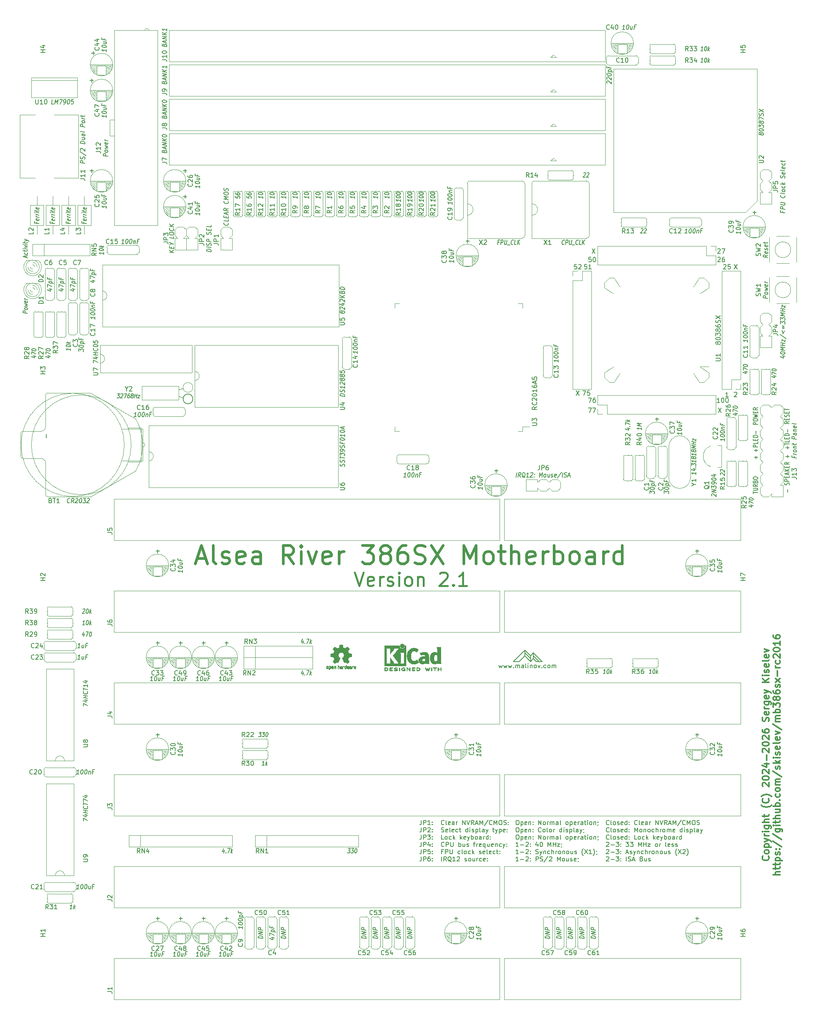
<source format=gbr>
%TF.GenerationSoftware,KiCad,Pcbnew,(6.0.2)*%
%TF.CreationDate,2026-01-28T13:48:29-08:00*%
%TF.ProjectId,AT386SX,41543338-3653-4582-9e6b-696361645f70,2.1*%
%TF.SameCoordinates,Original*%
%TF.FileFunction,Legend,Top*%
%TF.FilePolarity,Positive*%
%FSLAX46Y46*%
G04 Gerber Fmt 4.6, Leading zero omitted, Abs format (unit mm)*
G04 Created by KiCad (PCBNEW (6.0.2)) date 2026-01-28 13:48:29*
%MOMM*%
%LPD*%
G01*
G04 APERTURE LIST*
%ADD10C,0.150000*%
%ADD11C,0.450000*%
%ADD12C,0.600000*%
%ADD13C,0.300000*%
%ADD14C,0.203200*%
%ADD15C,0.152400*%
%ADD16C,0.120000*%
%ADD17C,0.010000*%
G04 APERTURE END LIST*
D10*
X127843571Y-194817380D02*
X128034047Y-194817380D01*
X128129285Y-194865000D01*
X128224523Y-194960238D01*
X128272142Y-195150714D01*
X128272142Y-195484047D01*
X128224523Y-195674523D01*
X128129285Y-195769761D01*
X128034047Y-195817380D01*
X127843571Y-195817380D01*
X127748333Y-195769761D01*
X127653095Y-195674523D01*
X127605476Y-195484047D01*
X127605476Y-195150714D01*
X127653095Y-194960238D01*
X127748333Y-194865000D01*
X127843571Y-194817380D01*
X128700714Y-195150714D02*
X128700714Y-196150714D01*
X128700714Y-195198333D02*
X128795952Y-195150714D01*
X128986428Y-195150714D01*
X129081666Y-195198333D01*
X129129285Y-195245952D01*
X129176904Y-195341190D01*
X129176904Y-195626904D01*
X129129285Y-195722142D01*
X129081666Y-195769761D01*
X128986428Y-195817380D01*
X128795952Y-195817380D01*
X128700714Y-195769761D01*
X129986428Y-195769761D02*
X129891190Y-195817380D01*
X129700714Y-195817380D01*
X129605476Y-195769761D01*
X129557857Y-195674523D01*
X129557857Y-195293571D01*
X129605476Y-195198333D01*
X129700714Y-195150714D01*
X129891190Y-195150714D01*
X129986428Y-195198333D01*
X130034047Y-195293571D01*
X130034047Y-195388809D01*
X129557857Y-195484047D01*
X130462619Y-195150714D02*
X130462619Y-195817380D01*
X130462619Y-195245952D02*
X130510238Y-195198333D01*
X130605476Y-195150714D01*
X130748333Y-195150714D01*
X130843571Y-195198333D01*
X130891190Y-195293571D01*
X130891190Y-195817380D01*
X131367380Y-195722142D02*
X131415000Y-195769761D01*
X131367380Y-195817380D01*
X131319761Y-195769761D01*
X131367380Y-195722142D01*
X131367380Y-195817380D01*
X131367380Y-195198333D02*
X131415000Y-195245952D01*
X131367380Y-195293571D01*
X131319761Y-195245952D01*
X131367380Y-195198333D01*
X131367380Y-195293571D01*
X132605476Y-195817380D02*
X132605476Y-194817380D01*
X133176904Y-195817380D01*
X133176904Y-194817380D01*
X133795952Y-195817380D02*
X133700714Y-195769761D01*
X133653095Y-195722142D01*
X133605476Y-195626904D01*
X133605476Y-195341190D01*
X133653095Y-195245952D01*
X133700714Y-195198333D01*
X133795952Y-195150714D01*
X133938809Y-195150714D01*
X134034047Y-195198333D01*
X134081666Y-195245952D01*
X134129285Y-195341190D01*
X134129285Y-195626904D01*
X134081666Y-195722142D01*
X134034047Y-195769761D01*
X133938809Y-195817380D01*
X133795952Y-195817380D01*
X134557857Y-195817380D02*
X134557857Y-195150714D01*
X134557857Y-195341190D02*
X134605476Y-195245952D01*
X134653095Y-195198333D01*
X134748333Y-195150714D01*
X134843571Y-195150714D01*
X135176904Y-195817380D02*
X135176904Y-195150714D01*
X135176904Y-195245952D02*
X135224523Y-195198333D01*
X135319761Y-195150714D01*
X135462619Y-195150714D01*
X135557857Y-195198333D01*
X135605476Y-195293571D01*
X135605476Y-195817380D01*
X135605476Y-195293571D02*
X135653095Y-195198333D01*
X135748333Y-195150714D01*
X135891190Y-195150714D01*
X135986428Y-195198333D01*
X136034047Y-195293571D01*
X136034047Y-195817380D01*
X136938809Y-195817380D02*
X136938809Y-195293571D01*
X136891190Y-195198333D01*
X136795952Y-195150714D01*
X136605476Y-195150714D01*
X136510238Y-195198333D01*
X136938809Y-195769761D02*
X136843571Y-195817380D01*
X136605476Y-195817380D01*
X136510238Y-195769761D01*
X136462619Y-195674523D01*
X136462619Y-195579285D01*
X136510238Y-195484047D01*
X136605476Y-195436428D01*
X136843571Y-195436428D01*
X136938809Y-195388809D01*
X137557857Y-195817380D02*
X137462619Y-195769761D01*
X137415000Y-195674523D01*
X137415000Y-194817380D01*
X138843571Y-195817380D02*
X138748333Y-195769761D01*
X138700714Y-195722142D01*
X138653095Y-195626904D01*
X138653095Y-195341190D01*
X138700714Y-195245952D01*
X138748333Y-195198333D01*
X138843571Y-195150714D01*
X138986428Y-195150714D01*
X139081666Y-195198333D01*
X139129285Y-195245952D01*
X139176904Y-195341190D01*
X139176904Y-195626904D01*
X139129285Y-195722142D01*
X139081666Y-195769761D01*
X138986428Y-195817380D01*
X138843571Y-195817380D01*
X139605476Y-195150714D02*
X139605476Y-196150714D01*
X139605476Y-195198333D02*
X139700714Y-195150714D01*
X139891190Y-195150714D01*
X139986428Y-195198333D01*
X140034047Y-195245952D01*
X140081666Y-195341190D01*
X140081666Y-195626904D01*
X140034047Y-195722142D01*
X139986428Y-195769761D01*
X139891190Y-195817380D01*
X139700714Y-195817380D01*
X139605476Y-195769761D01*
X140891190Y-195769761D02*
X140795952Y-195817380D01*
X140605476Y-195817380D01*
X140510238Y-195769761D01*
X140462619Y-195674523D01*
X140462619Y-195293571D01*
X140510238Y-195198333D01*
X140605476Y-195150714D01*
X140795952Y-195150714D01*
X140891190Y-195198333D01*
X140938809Y-195293571D01*
X140938809Y-195388809D01*
X140462619Y-195484047D01*
X141367380Y-195817380D02*
X141367380Y-195150714D01*
X141367380Y-195341190D02*
X141415000Y-195245952D01*
X141462619Y-195198333D01*
X141557857Y-195150714D01*
X141653095Y-195150714D01*
X142415000Y-195817380D02*
X142415000Y-195293571D01*
X142367380Y-195198333D01*
X142272142Y-195150714D01*
X142081666Y-195150714D01*
X141986428Y-195198333D01*
X142415000Y-195769761D02*
X142319761Y-195817380D01*
X142081666Y-195817380D01*
X141986428Y-195769761D01*
X141938809Y-195674523D01*
X141938809Y-195579285D01*
X141986428Y-195484047D01*
X142081666Y-195436428D01*
X142319761Y-195436428D01*
X142415000Y-195388809D01*
X142748333Y-195150714D02*
X143129285Y-195150714D01*
X142891190Y-194817380D02*
X142891190Y-195674523D01*
X142938809Y-195769761D01*
X143034047Y-195817380D01*
X143129285Y-195817380D01*
X143462619Y-195817380D02*
X143462619Y-195150714D01*
X143462619Y-194817380D02*
X143415000Y-194865000D01*
X143462619Y-194912619D01*
X143510238Y-194865000D01*
X143462619Y-194817380D01*
X143462619Y-194912619D01*
X144081666Y-195817380D02*
X143986428Y-195769761D01*
X143938809Y-195722142D01*
X143891190Y-195626904D01*
X143891190Y-195341190D01*
X143938809Y-195245952D01*
X143986428Y-195198333D01*
X144081666Y-195150714D01*
X144224523Y-195150714D01*
X144319761Y-195198333D01*
X144367380Y-195245952D01*
X144415000Y-195341190D01*
X144415000Y-195626904D01*
X144367380Y-195722142D01*
X144319761Y-195769761D01*
X144224523Y-195817380D01*
X144081666Y-195817380D01*
X144843571Y-195150714D02*
X144843571Y-195817380D01*
X144843571Y-195245952D02*
X144891190Y-195198333D01*
X144986428Y-195150714D01*
X145129285Y-195150714D01*
X145224523Y-195198333D01*
X145272142Y-195293571D01*
X145272142Y-195817380D01*
X145795952Y-195769761D02*
X145795952Y-195817380D01*
X145748333Y-195912619D01*
X145700714Y-195960238D01*
X145748333Y-195198333D02*
X145795952Y-195245952D01*
X145748333Y-195293571D01*
X145700714Y-195245952D01*
X145748333Y-195198333D01*
X145748333Y-195293571D01*
X127843571Y-196427380D02*
X128034047Y-196427380D01*
X128129285Y-196475000D01*
X128224523Y-196570238D01*
X128272142Y-196760714D01*
X128272142Y-197094047D01*
X128224523Y-197284523D01*
X128129285Y-197379761D01*
X128034047Y-197427380D01*
X127843571Y-197427380D01*
X127748333Y-197379761D01*
X127653095Y-197284523D01*
X127605476Y-197094047D01*
X127605476Y-196760714D01*
X127653095Y-196570238D01*
X127748333Y-196475000D01*
X127843571Y-196427380D01*
X128700714Y-196760714D02*
X128700714Y-197760714D01*
X128700714Y-196808333D02*
X128795952Y-196760714D01*
X128986428Y-196760714D01*
X129081666Y-196808333D01*
X129129285Y-196855952D01*
X129176904Y-196951190D01*
X129176904Y-197236904D01*
X129129285Y-197332142D01*
X129081666Y-197379761D01*
X128986428Y-197427380D01*
X128795952Y-197427380D01*
X128700714Y-197379761D01*
X129986428Y-197379761D02*
X129891190Y-197427380D01*
X129700714Y-197427380D01*
X129605476Y-197379761D01*
X129557857Y-197284523D01*
X129557857Y-196903571D01*
X129605476Y-196808333D01*
X129700714Y-196760714D01*
X129891190Y-196760714D01*
X129986428Y-196808333D01*
X130034047Y-196903571D01*
X130034047Y-196998809D01*
X129557857Y-197094047D01*
X130462619Y-196760714D02*
X130462619Y-197427380D01*
X130462619Y-196855952D02*
X130510238Y-196808333D01*
X130605476Y-196760714D01*
X130748333Y-196760714D01*
X130843571Y-196808333D01*
X130891190Y-196903571D01*
X130891190Y-197427380D01*
X131367380Y-197332142D02*
X131415000Y-197379761D01*
X131367380Y-197427380D01*
X131319761Y-197379761D01*
X131367380Y-197332142D01*
X131367380Y-197427380D01*
X131367380Y-196808333D02*
X131415000Y-196855952D01*
X131367380Y-196903571D01*
X131319761Y-196855952D01*
X131367380Y-196808333D01*
X131367380Y-196903571D01*
X133176904Y-197332142D02*
X133129285Y-197379761D01*
X132986428Y-197427380D01*
X132891190Y-197427380D01*
X132748333Y-197379761D01*
X132653095Y-197284523D01*
X132605476Y-197189285D01*
X132557857Y-196998809D01*
X132557857Y-196855952D01*
X132605476Y-196665476D01*
X132653095Y-196570238D01*
X132748333Y-196475000D01*
X132891190Y-196427380D01*
X132986428Y-196427380D01*
X133129285Y-196475000D01*
X133176904Y-196522619D01*
X133748333Y-197427380D02*
X133653095Y-197379761D01*
X133605476Y-197332142D01*
X133557857Y-197236904D01*
X133557857Y-196951190D01*
X133605476Y-196855952D01*
X133653095Y-196808333D01*
X133748333Y-196760714D01*
X133891190Y-196760714D01*
X133986428Y-196808333D01*
X134034047Y-196855952D01*
X134081666Y-196951190D01*
X134081666Y-197236904D01*
X134034047Y-197332142D01*
X133986428Y-197379761D01*
X133891190Y-197427380D01*
X133748333Y-197427380D01*
X134653095Y-197427380D02*
X134557857Y-197379761D01*
X134510238Y-197284523D01*
X134510238Y-196427380D01*
X135176904Y-197427380D02*
X135081666Y-197379761D01*
X135034047Y-197332142D01*
X134986428Y-197236904D01*
X134986428Y-196951190D01*
X135034047Y-196855952D01*
X135081666Y-196808333D01*
X135176904Y-196760714D01*
X135319761Y-196760714D01*
X135415000Y-196808333D01*
X135462619Y-196855952D01*
X135510238Y-196951190D01*
X135510238Y-197236904D01*
X135462619Y-197332142D01*
X135415000Y-197379761D01*
X135319761Y-197427380D01*
X135176904Y-197427380D01*
X135938809Y-197427380D02*
X135938809Y-196760714D01*
X135938809Y-196951190D02*
X135986428Y-196855952D01*
X136034047Y-196808333D01*
X136129285Y-196760714D01*
X136224523Y-196760714D01*
X137748333Y-197427380D02*
X137748333Y-196427380D01*
X137748333Y-197379761D02*
X137653095Y-197427380D01*
X137462619Y-197427380D01*
X137367380Y-197379761D01*
X137319761Y-197332142D01*
X137272142Y-197236904D01*
X137272142Y-196951190D01*
X137319761Y-196855952D01*
X137367380Y-196808333D01*
X137462619Y-196760714D01*
X137653095Y-196760714D01*
X137748333Y-196808333D01*
X138224523Y-197427380D02*
X138224523Y-196760714D01*
X138224523Y-196427380D02*
X138176904Y-196475000D01*
X138224523Y-196522619D01*
X138272142Y-196475000D01*
X138224523Y-196427380D01*
X138224523Y-196522619D01*
X138653095Y-197379761D02*
X138748333Y-197427380D01*
X138938809Y-197427380D01*
X139034047Y-197379761D01*
X139081666Y-197284523D01*
X139081666Y-197236904D01*
X139034047Y-197141666D01*
X138938809Y-197094047D01*
X138795952Y-197094047D01*
X138700714Y-197046428D01*
X138653095Y-196951190D01*
X138653095Y-196903571D01*
X138700714Y-196808333D01*
X138795952Y-196760714D01*
X138938809Y-196760714D01*
X139034047Y-196808333D01*
X139510238Y-196760714D02*
X139510238Y-197760714D01*
X139510238Y-196808333D02*
X139605476Y-196760714D01*
X139795952Y-196760714D01*
X139891190Y-196808333D01*
X139938809Y-196855952D01*
X139986428Y-196951190D01*
X139986428Y-197236904D01*
X139938809Y-197332142D01*
X139891190Y-197379761D01*
X139795952Y-197427380D01*
X139605476Y-197427380D01*
X139510238Y-197379761D01*
X140557857Y-197427380D02*
X140462619Y-197379761D01*
X140415000Y-197284523D01*
X140415000Y-196427380D01*
X141367380Y-197427380D02*
X141367380Y-196903571D01*
X141319761Y-196808333D01*
X141224523Y-196760714D01*
X141034047Y-196760714D01*
X140938809Y-196808333D01*
X141367380Y-197379761D02*
X141272142Y-197427380D01*
X141034047Y-197427380D01*
X140938809Y-197379761D01*
X140891190Y-197284523D01*
X140891190Y-197189285D01*
X140938809Y-197094047D01*
X141034047Y-197046428D01*
X141272142Y-197046428D01*
X141367380Y-196998809D01*
X141748333Y-196760714D02*
X141986428Y-197427380D01*
X142224523Y-196760714D02*
X141986428Y-197427380D01*
X141891190Y-197665476D01*
X141843571Y-197713095D01*
X141748333Y-197760714D01*
X142653095Y-197379761D02*
X142653095Y-197427380D01*
X142605476Y-197522619D01*
X142557857Y-197570238D01*
X142605476Y-196808333D02*
X142653095Y-196855952D01*
X142605476Y-196903571D01*
X142557857Y-196855952D01*
X142605476Y-196808333D01*
X142605476Y-196903571D01*
X127843571Y-198037380D02*
X128034047Y-198037380D01*
X128129285Y-198085000D01*
X128224523Y-198180238D01*
X128272142Y-198370714D01*
X128272142Y-198704047D01*
X128224523Y-198894523D01*
X128129285Y-198989761D01*
X128034047Y-199037380D01*
X127843571Y-199037380D01*
X127748333Y-198989761D01*
X127653095Y-198894523D01*
X127605476Y-198704047D01*
X127605476Y-198370714D01*
X127653095Y-198180238D01*
X127748333Y-198085000D01*
X127843571Y-198037380D01*
X128700714Y-198370714D02*
X128700714Y-199370714D01*
X128700714Y-198418333D02*
X128795952Y-198370714D01*
X128986428Y-198370714D01*
X129081666Y-198418333D01*
X129129285Y-198465952D01*
X129176904Y-198561190D01*
X129176904Y-198846904D01*
X129129285Y-198942142D01*
X129081666Y-198989761D01*
X128986428Y-199037380D01*
X128795952Y-199037380D01*
X128700714Y-198989761D01*
X129986428Y-198989761D02*
X129891190Y-199037380D01*
X129700714Y-199037380D01*
X129605476Y-198989761D01*
X129557857Y-198894523D01*
X129557857Y-198513571D01*
X129605476Y-198418333D01*
X129700714Y-198370714D01*
X129891190Y-198370714D01*
X129986428Y-198418333D01*
X130034047Y-198513571D01*
X130034047Y-198608809D01*
X129557857Y-198704047D01*
X130462619Y-198370714D02*
X130462619Y-199037380D01*
X130462619Y-198465952D02*
X130510238Y-198418333D01*
X130605476Y-198370714D01*
X130748333Y-198370714D01*
X130843571Y-198418333D01*
X130891190Y-198513571D01*
X130891190Y-199037380D01*
X131367380Y-198942142D02*
X131415000Y-198989761D01*
X131367380Y-199037380D01*
X131319761Y-198989761D01*
X131367380Y-198942142D01*
X131367380Y-199037380D01*
X131367380Y-198418333D02*
X131415000Y-198465952D01*
X131367380Y-198513571D01*
X131319761Y-198465952D01*
X131367380Y-198418333D01*
X131367380Y-198513571D01*
X132605476Y-199037380D02*
X132605476Y-198037380D01*
X133176904Y-199037380D01*
X133176904Y-198037380D01*
X133795952Y-199037380D02*
X133700714Y-198989761D01*
X133653095Y-198942142D01*
X133605476Y-198846904D01*
X133605476Y-198561190D01*
X133653095Y-198465952D01*
X133700714Y-198418333D01*
X133795952Y-198370714D01*
X133938809Y-198370714D01*
X134034047Y-198418333D01*
X134081666Y-198465952D01*
X134129285Y-198561190D01*
X134129285Y-198846904D01*
X134081666Y-198942142D01*
X134034047Y-198989761D01*
X133938809Y-199037380D01*
X133795952Y-199037380D01*
X134557857Y-199037380D02*
X134557857Y-198370714D01*
X134557857Y-198561190D02*
X134605476Y-198465952D01*
X134653095Y-198418333D01*
X134748333Y-198370714D01*
X134843571Y-198370714D01*
X135176904Y-199037380D02*
X135176904Y-198370714D01*
X135176904Y-198465952D02*
X135224523Y-198418333D01*
X135319761Y-198370714D01*
X135462619Y-198370714D01*
X135557857Y-198418333D01*
X135605476Y-198513571D01*
X135605476Y-199037380D01*
X135605476Y-198513571D02*
X135653095Y-198418333D01*
X135748333Y-198370714D01*
X135891190Y-198370714D01*
X135986428Y-198418333D01*
X136034047Y-198513571D01*
X136034047Y-199037380D01*
X136938809Y-199037380D02*
X136938809Y-198513571D01*
X136891190Y-198418333D01*
X136795952Y-198370714D01*
X136605476Y-198370714D01*
X136510238Y-198418333D01*
X136938809Y-198989761D02*
X136843571Y-199037380D01*
X136605476Y-199037380D01*
X136510238Y-198989761D01*
X136462619Y-198894523D01*
X136462619Y-198799285D01*
X136510238Y-198704047D01*
X136605476Y-198656428D01*
X136843571Y-198656428D01*
X136938809Y-198608809D01*
X137557857Y-199037380D02*
X137462619Y-198989761D01*
X137415000Y-198894523D01*
X137415000Y-198037380D01*
X138843571Y-199037380D02*
X138748333Y-198989761D01*
X138700714Y-198942142D01*
X138653095Y-198846904D01*
X138653095Y-198561190D01*
X138700714Y-198465952D01*
X138748333Y-198418333D01*
X138843571Y-198370714D01*
X138986428Y-198370714D01*
X139081666Y-198418333D01*
X139129285Y-198465952D01*
X139176904Y-198561190D01*
X139176904Y-198846904D01*
X139129285Y-198942142D01*
X139081666Y-198989761D01*
X138986428Y-199037380D01*
X138843571Y-199037380D01*
X139605476Y-198370714D02*
X139605476Y-199370714D01*
X139605476Y-198418333D02*
X139700714Y-198370714D01*
X139891190Y-198370714D01*
X139986428Y-198418333D01*
X140034047Y-198465952D01*
X140081666Y-198561190D01*
X140081666Y-198846904D01*
X140034047Y-198942142D01*
X139986428Y-198989761D01*
X139891190Y-199037380D01*
X139700714Y-199037380D01*
X139605476Y-198989761D01*
X140891190Y-198989761D02*
X140795952Y-199037380D01*
X140605476Y-199037380D01*
X140510238Y-198989761D01*
X140462619Y-198894523D01*
X140462619Y-198513571D01*
X140510238Y-198418333D01*
X140605476Y-198370714D01*
X140795952Y-198370714D01*
X140891190Y-198418333D01*
X140938809Y-198513571D01*
X140938809Y-198608809D01*
X140462619Y-198704047D01*
X141367380Y-199037380D02*
X141367380Y-198370714D01*
X141367380Y-198561190D02*
X141415000Y-198465952D01*
X141462619Y-198418333D01*
X141557857Y-198370714D01*
X141653095Y-198370714D01*
X142415000Y-199037380D02*
X142415000Y-198513571D01*
X142367380Y-198418333D01*
X142272142Y-198370714D01*
X142081666Y-198370714D01*
X141986428Y-198418333D01*
X142415000Y-198989761D02*
X142319761Y-199037380D01*
X142081666Y-199037380D01*
X141986428Y-198989761D01*
X141938809Y-198894523D01*
X141938809Y-198799285D01*
X141986428Y-198704047D01*
X142081666Y-198656428D01*
X142319761Y-198656428D01*
X142415000Y-198608809D01*
X142748333Y-198370714D02*
X143129285Y-198370714D01*
X142891190Y-198037380D02*
X142891190Y-198894523D01*
X142938809Y-198989761D01*
X143034047Y-199037380D01*
X143129285Y-199037380D01*
X143462619Y-199037380D02*
X143462619Y-198370714D01*
X143462619Y-198037380D02*
X143415000Y-198085000D01*
X143462619Y-198132619D01*
X143510238Y-198085000D01*
X143462619Y-198037380D01*
X143462619Y-198132619D01*
X144081666Y-199037380D02*
X143986428Y-198989761D01*
X143938809Y-198942142D01*
X143891190Y-198846904D01*
X143891190Y-198561190D01*
X143938809Y-198465952D01*
X143986428Y-198418333D01*
X144081666Y-198370714D01*
X144224523Y-198370714D01*
X144319761Y-198418333D01*
X144367380Y-198465952D01*
X144415000Y-198561190D01*
X144415000Y-198846904D01*
X144367380Y-198942142D01*
X144319761Y-198989761D01*
X144224523Y-199037380D01*
X144081666Y-199037380D01*
X144843571Y-198370714D02*
X144843571Y-199037380D01*
X144843571Y-198465952D02*
X144891190Y-198418333D01*
X144986428Y-198370714D01*
X145129285Y-198370714D01*
X145224523Y-198418333D01*
X145272142Y-198513571D01*
X145272142Y-199037380D01*
X145795952Y-198989761D02*
X145795952Y-199037380D01*
X145748333Y-199132619D01*
X145700714Y-199180238D01*
X145748333Y-198418333D02*
X145795952Y-198465952D01*
X145748333Y-198513571D01*
X145700714Y-198465952D01*
X145748333Y-198418333D01*
X145748333Y-198513571D01*
X128176904Y-200647380D02*
X127605476Y-200647380D01*
X127891190Y-200647380D02*
X127891190Y-199647380D01*
X127795952Y-199790238D01*
X127700714Y-199885476D01*
X127605476Y-199933095D01*
X128605476Y-200266428D02*
X129367380Y-200266428D01*
X129795952Y-199742619D02*
X129843571Y-199695000D01*
X129938809Y-199647380D01*
X130176904Y-199647380D01*
X130272142Y-199695000D01*
X130319761Y-199742619D01*
X130367380Y-199837857D01*
X130367380Y-199933095D01*
X130319761Y-200075952D01*
X129748333Y-200647380D01*
X130367380Y-200647380D01*
X130795952Y-200552142D02*
X130843571Y-200599761D01*
X130795952Y-200647380D01*
X130748333Y-200599761D01*
X130795952Y-200552142D01*
X130795952Y-200647380D01*
X130795952Y-200028333D02*
X130843571Y-200075952D01*
X130795952Y-200123571D01*
X130748333Y-200075952D01*
X130795952Y-200028333D01*
X130795952Y-200123571D01*
X132462619Y-199980714D02*
X132462619Y-200647380D01*
X132224523Y-199599761D02*
X131986428Y-200314047D01*
X132605476Y-200314047D01*
X133176904Y-199647380D02*
X133272142Y-199647380D01*
X133367380Y-199695000D01*
X133415000Y-199742619D01*
X133462619Y-199837857D01*
X133510238Y-200028333D01*
X133510238Y-200266428D01*
X133462619Y-200456904D01*
X133415000Y-200552142D01*
X133367380Y-200599761D01*
X133272142Y-200647380D01*
X133176904Y-200647380D01*
X133081666Y-200599761D01*
X133034047Y-200552142D01*
X132986428Y-200456904D01*
X132938809Y-200266428D01*
X132938809Y-200028333D01*
X132986428Y-199837857D01*
X133034047Y-199742619D01*
X133081666Y-199695000D01*
X133176904Y-199647380D01*
X134700714Y-200647380D02*
X134700714Y-199647380D01*
X135034047Y-200361666D01*
X135367380Y-199647380D01*
X135367380Y-200647380D01*
X135843571Y-200647380D02*
X135843571Y-199647380D01*
X135843571Y-200123571D02*
X136415000Y-200123571D01*
X136415000Y-200647380D02*
X136415000Y-199647380D01*
X136795952Y-199980714D02*
X137319761Y-199980714D01*
X136795952Y-200647380D01*
X137319761Y-200647380D01*
X137748333Y-200599761D02*
X137748333Y-200647380D01*
X137700714Y-200742619D01*
X137653095Y-200790238D01*
X137700714Y-200028333D02*
X137748333Y-200075952D01*
X137700714Y-200123571D01*
X137653095Y-200075952D01*
X137700714Y-200028333D01*
X137700714Y-200123571D01*
X128176904Y-202257380D02*
X127605476Y-202257380D01*
X127891190Y-202257380D02*
X127891190Y-201257380D01*
X127795952Y-201400238D01*
X127700714Y-201495476D01*
X127605476Y-201543095D01*
X128605476Y-201876428D02*
X129367380Y-201876428D01*
X129795952Y-201352619D02*
X129843571Y-201305000D01*
X129938809Y-201257380D01*
X130176904Y-201257380D01*
X130272142Y-201305000D01*
X130319761Y-201352619D01*
X130367380Y-201447857D01*
X130367380Y-201543095D01*
X130319761Y-201685952D01*
X129748333Y-202257380D01*
X130367380Y-202257380D01*
X130795952Y-202162142D02*
X130843571Y-202209761D01*
X130795952Y-202257380D01*
X130748333Y-202209761D01*
X130795952Y-202162142D01*
X130795952Y-202257380D01*
X130795952Y-201638333D02*
X130843571Y-201685952D01*
X130795952Y-201733571D01*
X130748333Y-201685952D01*
X130795952Y-201638333D01*
X130795952Y-201733571D01*
X131986428Y-202209761D02*
X132129285Y-202257380D01*
X132367380Y-202257380D01*
X132462619Y-202209761D01*
X132510238Y-202162142D01*
X132557857Y-202066904D01*
X132557857Y-201971666D01*
X132510238Y-201876428D01*
X132462619Y-201828809D01*
X132367380Y-201781190D01*
X132176904Y-201733571D01*
X132081666Y-201685952D01*
X132034047Y-201638333D01*
X131986428Y-201543095D01*
X131986428Y-201447857D01*
X132034047Y-201352619D01*
X132081666Y-201305000D01*
X132176904Y-201257380D01*
X132415000Y-201257380D01*
X132557857Y-201305000D01*
X132891190Y-201590714D02*
X133129285Y-202257380D01*
X133367380Y-201590714D02*
X133129285Y-202257380D01*
X133034047Y-202495476D01*
X132986428Y-202543095D01*
X132891190Y-202590714D01*
X133748333Y-201590714D02*
X133748333Y-202257380D01*
X133748333Y-201685952D02*
X133795952Y-201638333D01*
X133891190Y-201590714D01*
X134034047Y-201590714D01*
X134129285Y-201638333D01*
X134176904Y-201733571D01*
X134176904Y-202257380D01*
X135081666Y-202209761D02*
X134986428Y-202257380D01*
X134795952Y-202257380D01*
X134700714Y-202209761D01*
X134653095Y-202162142D01*
X134605476Y-202066904D01*
X134605476Y-201781190D01*
X134653095Y-201685952D01*
X134700714Y-201638333D01*
X134795952Y-201590714D01*
X134986428Y-201590714D01*
X135081666Y-201638333D01*
X135510238Y-202257380D02*
X135510238Y-201257380D01*
X135938809Y-202257380D02*
X135938809Y-201733571D01*
X135891190Y-201638333D01*
X135795952Y-201590714D01*
X135653095Y-201590714D01*
X135557857Y-201638333D01*
X135510238Y-201685952D01*
X136415000Y-202257380D02*
X136415000Y-201590714D01*
X136415000Y-201781190D02*
X136462619Y-201685952D01*
X136510238Y-201638333D01*
X136605476Y-201590714D01*
X136700714Y-201590714D01*
X137176904Y-202257380D02*
X137081666Y-202209761D01*
X137034047Y-202162142D01*
X136986428Y-202066904D01*
X136986428Y-201781190D01*
X137034047Y-201685952D01*
X137081666Y-201638333D01*
X137176904Y-201590714D01*
X137319761Y-201590714D01*
X137415000Y-201638333D01*
X137462619Y-201685952D01*
X137510238Y-201781190D01*
X137510238Y-202066904D01*
X137462619Y-202162142D01*
X137415000Y-202209761D01*
X137319761Y-202257380D01*
X137176904Y-202257380D01*
X137938809Y-201590714D02*
X137938809Y-202257380D01*
X137938809Y-201685952D02*
X137986428Y-201638333D01*
X138081666Y-201590714D01*
X138224523Y-201590714D01*
X138319761Y-201638333D01*
X138367380Y-201733571D01*
X138367380Y-202257380D01*
X138986428Y-202257380D02*
X138891190Y-202209761D01*
X138843571Y-202162142D01*
X138795952Y-202066904D01*
X138795952Y-201781190D01*
X138843571Y-201685952D01*
X138891190Y-201638333D01*
X138986428Y-201590714D01*
X139129285Y-201590714D01*
X139224523Y-201638333D01*
X139272142Y-201685952D01*
X139319761Y-201781190D01*
X139319761Y-202066904D01*
X139272142Y-202162142D01*
X139224523Y-202209761D01*
X139129285Y-202257380D01*
X138986428Y-202257380D01*
X140176904Y-201590714D02*
X140176904Y-202257380D01*
X139748333Y-201590714D02*
X139748333Y-202114523D01*
X139795952Y-202209761D01*
X139891190Y-202257380D01*
X140034047Y-202257380D01*
X140129285Y-202209761D01*
X140176904Y-202162142D01*
X140605476Y-202209761D02*
X140700714Y-202257380D01*
X140891190Y-202257380D01*
X140986428Y-202209761D01*
X141034047Y-202114523D01*
X141034047Y-202066904D01*
X140986428Y-201971666D01*
X140891190Y-201924047D01*
X140748333Y-201924047D01*
X140653095Y-201876428D01*
X140605476Y-201781190D01*
X140605476Y-201733571D01*
X140653095Y-201638333D01*
X140748333Y-201590714D01*
X140891190Y-201590714D01*
X140986428Y-201638333D01*
X142510238Y-202638333D02*
X142462619Y-202590714D01*
X142367380Y-202447857D01*
X142319761Y-202352619D01*
X142272142Y-202209761D01*
X142224523Y-201971666D01*
X142224523Y-201781190D01*
X142272142Y-201543095D01*
X142319761Y-201400238D01*
X142367380Y-201305000D01*
X142462619Y-201162142D01*
X142510238Y-201114523D01*
X142795952Y-201257380D02*
X143462619Y-202257380D01*
X143462619Y-201257380D02*
X142795952Y-202257380D01*
X144367380Y-202257380D02*
X143795952Y-202257380D01*
X144081666Y-202257380D02*
X144081666Y-201257380D01*
X143986428Y-201400238D01*
X143891190Y-201495476D01*
X143795952Y-201543095D01*
X144700714Y-202638333D02*
X144748333Y-202590714D01*
X144843571Y-202447857D01*
X144891190Y-202352619D01*
X144938809Y-202209761D01*
X144986428Y-201971666D01*
X144986428Y-201781190D01*
X144938809Y-201543095D01*
X144891190Y-201400238D01*
X144843571Y-201305000D01*
X144748333Y-201162142D01*
X144700714Y-201114523D01*
X145510238Y-202209761D02*
X145510238Y-202257380D01*
X145462619Y-202352619D01*
X145415000Y-202400238D01*
X145462619Y-201638333D02*
X145510238Y-201685952D01*
X145462619Y-201733571D01*
X145415000Y-201685952D01*
X145462619Y-201638333D01*
X145462619Y-201733571D01*
X128176904Y-203867380D02*
X127605476Y-203867380D01*
X127891190Y-203867380D02*
X127891190Y-202867380D01*
X127795952Y-203010238D01*
X127700714Y-203105476D01*
X127605476Y-203153095D01*
X128605476Y-203486428D02*
X129367380Y-203486428D01*
X129795952Y-202962619D02*
X129843571Y-202915000D01*
X129938809Y-202867380D01*
X130176904Y-202867380D01*
X130272142Y-202915000D01*
X130319761Y-202962619D01*
X130367380Y-203057857D01*
X130367380Y-203153095D01*
X130319761Y-203295952D01*
X129748333Y-203867380D01*
X130367380Y-203867380D01*
X130795952Y-203772142D02*
X130843571Y-203819761D01*
X130795952Y-203867380D01*
X130748333Y-203819761D01*
X130795952Y-203772142D01*
X130795952Y-203867380D01*
X130795952Y-203248333D02*
X130843571Y-203295952D01*
X130795952Y-203343571D01*
X130748333Y-203295952D01*
X130795952Y-203248333D01*
X130795952Y-203343571D01*
X132034047Y-203867380D02*
X132034047Y-202867380D01*
X132415000Y-202867380D01*
X132510238Y-202915000D01*
X132557857Y-202962619D01*
X132605476Y-203057857D01*
X132605476Y-203200714D01*
X132557857Y-203295952D01*
X132510238Y-203343571D01*
X132415000Y-203391190D01*
X132034047Y-203391190D01*
X132986428Y-203819761D02*
X133129285Y-203867380D01*
X133367380Y-203867380D01*
X133462619Y-203819761D01*
X133510238Y-203772142D01*
X133557857Y-203676904D01*
X133557857Y-203581666D01*
X133510238Y-203486428D01*
X133462619Y-203438809D01*
X133367380Y-203391190D01*
X133176904Y-203343571D01*
X133081666Y-203295952D01*
X133034047Y-203248333D01*
X132986428Y-203153095D01*
X132986428Y-203057857D01*
X133034047Y-202962619D01*
X133081666Y-202915000D01*
X133176904Y-202867380D01*
X133415000Y-202867380D01*
X133557857Y-202915000D01*
X134700714Y-202819761D02*
X133843571Y-204105476D01*
X134986428Y-202962619D02*
X135034047Y-202915000D01*
X135129285Y-202867380D01*
X135367380Y-202867380D01*
X135462619Y-202915000D01*
X135510238Y-202962619D01*
X135557857Y-203057857D01*
X135557857Y-203153095D01*
X135510238Y-203295952D01*
X134938809Y-203867380D01*
X135557857Y-203867380D01*
X136748333Y-203867380D02*
X136748333Y-202867380D01*
X137081666Y-203581666D01*
X137415000Y-202867380D01*
X137415000Y-203867380D01*
X138034047Y-203867380D02*
X137938809Y-203819761D01*
X137891190Y-203772142D01*
X137843571Y-203676904D01*
X137843571Y-203391190D01*
X137891190Y-203295952D01*
X137938809Y-203248333D01*
X138034047Y-203200714D01*
X138176904Y-203200714D01*
X138272142Y-203248333D01*
X138319761Y-203295952D01*
X138367380Y-203391190D01*
X138367380Y-203676904D01*
X138319761Y-203772142D01*
X138272142Y-203819761D01*
X138176904Y-203867380D01*
X138034047Y-203867380D01*
X139224523Y-203200714D02*
X139224523Y-203867380D01*
X138795952Y-203200714D02*
X138795952Y-203724523D01*
X138843571Y-203819761D01*
X138938809Y-203867380D01*
X139081666Y-203867380D01*
X139176904Y-203819761D01*
X139224523Y-203772142D01*
X139653095Y-203819761D02*
X139748333Y-203867380D01*
X139938809Y-203867380D01*
X140034047Y-203819761D01*
X140081666Y-203724523D01*
X140081666Y-203676904D01*
X140034047Y-203581666D01*
X139938809Y-203534047D01*
X139795952Y-203534047D01*
X139700714Y-203486428D01*
X139653095Y-203391190D01*
X139653095Y-203343571D01*
X139700714Y-203248333D01*
X139795952Y-203200714D01*
X139938809Y-203200714D01*
X140034047Y-203248333D01*
X140891190Y-203819761D02*
X140795952Y-203867380D01*
X140605476Y-203867380D01*
X140510238Y-203819761D01*
X140462619Y-203724523D01*
X140462619Y-203343571D01*
X140510238Y-203248333D01*
X140605476Y-203200714D01*
X140795952Y-203200714D01*
X140891190Y-203248333D01*
X140938809Y-203343571D01*
X140938809Y-203438809D01*
X140462619Y-203534047D01*
X141415000Y-203819761D02*
X141415000Y-203867380D01*
X141367380Y-203962619D01*
X141319761Y-204010238D01*
X141367380Y-203248333D02*
X141415000Y-203295952D01*
X141367380Y-203343571D01*
X141319761Y-203295952D01*
X141367380Y-203248333D01*
X141367380Y-203343571D01*
X111714523Y-195722142D02*
X111666904Y-195769761D01*
X111524047Y-195817380D01*
X111428809Y-195817380D01*
X111285952Y-195769761D01*
X111190714Y-195674523D01*
X111143095Y-195579285D01*
X111095476Y-195388809D01*
X111095476Y-195245952D01*
X111143095Y-195055476D01*
X111190714Y-194960238D01*
X111285952Y-194865000D01*
X111428809Y-194817380D01*
X111524047Y-194817380D01*
X111666904Y-194865000D01*
X111714523Y-194912619D01*
X112285952Y-195817380D02*
X112190714Y-195769761D01*
X112143095Y-195674523D01*
X112143095Y-194817380D01*
X113047857Y-195769761D02*
X112952619Y-195817380D01*
X112762142Y-195817380D01*
X112666904Y-195769761D01*
X112619285Y-195674523D01*
X112619285Y-195293571D01*
X112666904Y-195198333D01*
X112762142Y-195150714D01*
X112952619Y-195150714D01*
X113047857Y-195198333D01*
X113095476Y-195293571D01*
X113095476Y-195388809D01*
X112619285Y-195484047D01*
X113952619Y-195817380D02*
X113952619Y-195293571D01*
X113905000Y-195198333D01*
X113809761Y-195150714D01*
X113619285Y-195150714D01*
X113524047Y-195198333D01*
X113952619Y-195769761D02*
X113857380Y-195817380D01*
X113619285Y-195817380D01*
X113524047Y-195769761D01*
X113476428Y-195674523D01*
X113476428Y-195579285D01*
X113524047Y-195484047D01*
X113619285Y-195436428D01*
X113857380Y-195436428D01*
X113952619Y-195388809D01*
X114428809Y-195817380D02*
X114428809Y-195150714D01*
X114428809Y-195341190D02*
X114476428Y-195245952D01*
X114524047Y-195198333D01*
X114619285Y-195150714D01*
X114714523Y-195150714D01*
X115809761Y-195817380D02*
X115809761Y-194817380D01*
X116381190Y-195817380D01*
X116381190Y-194817380D01*
X116714523Y-194817380D02*
X117047857Y-195817380D01*
X117381190Y-194817380D01*
X118285952Y-195817380D02*
X117952619Y-195341190D01*
X117714523Y-195817380D02*
X117714523Y-194817380D01*
X118095476Y-194817380D01*
X118190714Y-194865000D01*
X118238333Y-194912619D01*
X118285952Y-195007857D01*
X118285952Y-195150714D01*
X118238333Y-195245952D01*
X118190714Y-195293571D01*
X118095476Y-195341190D01*
X117714523Y-195341190D01*
X118666904Y-195531666D02*
X119143095Y-195531666D01*
X118571666Y-195817380D02*
X118905000Y-194817380D01*
X119238333Y-195817380D01*
X119571666Y-195817380D02*
X119571666Y-194817380D01*
X119905000Y-195531666D01*
X120238333Y-194817380D01*
X120238333Y-195817380D01*
X121428809Y-194769761D02*
X120571666Y-196055476D01*
X122333571Y-195722142D02*
X122285952Y-195769761D01*
X122143095Y-195817380D01*
X122047857Y-195817380D01*
X121905000Y-195769761D01*
X121809761Y-195674523D01*
X121762142Y-195579285D01*
X121714523Y-195388809D01*
X121714523Y-195245952D01*
X121762142Y-195055476D01*
X121809761Y-194960238D01*
X121905000Y-194865000D01*
X122047857Y-194817380D01*
X122143095Y-194817380D01*
X122285952Y-194865000D01*
X122333571Y-194912619D01*
X122762142Y-195817380D02*
X122762142Y-194817380D01*
X123095476Y-195531666D01*
X123428809Y-194817380D01*
X123428809Y-195817380D01*
X124095476Y-194817380D02*
X124285952Y-194817380D01*
X124381190Y-194865000D01*
X124476428Y-194960238D01*
X124524047Y-195150714D01*
X124524047Y-195484047D01*
X124476428Y-195674523D01*
X124381190Y-195769761D01*
X124285952Y-195817380D01*
X124095476Y-195817380D01*
X124000238Y-195769761D01*
X123905000Y-195674523D01*
X123857380Y-195484047D01*
X123857380Y-195150714D01*
X123905000Y-194960238D01*
X124000238Y-194865000D01*
X124095476Y-194817380D01*
X124905000Y-195769761D02*
X125047857Y-195817380D01*
X125285952Y-195817380D01*
X125381190Y-195769761D01*
X125428809Y-195722142D01*
X125476428Y-195626904D01*
X125476428Y-195531666D01*
X125428809Y-195436428D01*
X125381190Y-195388809D01*
X125285952Y-195341190D01*
X125095476Y-195293571D01*
X125000238Y-195245952D01*
X124952619Y-195198333D01*
X124905000Y-195103095D01*
X124905000Y-195007857D01*
X124952619Y-194912619D01*
X125000238Y-194865000D01*
X125095476Y-194817380D01*
X125333571Y-194817380D01*
X125476428Y-194865000D01*
X125905000Y-195722142D02*
X125952619Y-195769761D01*
X125905000Y-195817380D01*
X125857380Y-195769761D01*
X125905000Y-195722142D01*
X125905000Y-195817380D01*
X125905000Y-195198333D02*
X125952619Y-195245952D01*
X125905000Y-195293571D01*
X125857380Y-195245952D01*
X125905000Y-195198333D01*
X125905000Y-195293571D01*
X111095476Y-197379761D02*
X111238333Y-197427380D01*
X111476428Y-197427380D01*
X111571666Y-197379761D01*
X111619285Y-197332142D01*
X111666904Y-197236904D01*
X111666904Y-197141666D01*
X111619285Y-197046428D01*
X111571666Y-196998809D01*
X111476428Y-196951190D01*
X111285952Y-196903571D01*
X111190714Y-196855952D01*
X111143095Y-196808333D01*
X111095476Y-196713095D01*
X111095476Y-196617857D01*
X111143095Y-196522619D01*
X111190714Y-196475000D01*
X111285952Y-196427380D01*
X111524047Y-196427380D01*
X111666904Y-196475000D01*
X112476428Y-197379761D02*
X112381190Y-197427380D01*
X112190714Y-197427380D01*
X112095476Y-197379761D01*
X112047857Y-197284523D01*
X112047857Y-196903571D01*
X112095476Y-196808333D01*
X112190714Y-196760714D01*
X112381190Y-196760714D01*
X112476428Y-196808333D01*
X112524047Y-196903571D01*
X112524047Y-196998809D01*
X112047857Y-197094047D01*
X113095476Y-197427380D02*
X113000238Y-197379761D01*
X112952619Y-197284523D01*
X112952619Y-196427380D01*
X113857380Y-197379761D02*
X113762142Y-197427380D01*
X113571666Y-197427380D01*
X113476428Y-197379761D01*
X113428809Y-197284523D01*
X113428809Y-196903571D01*
X113476428Y-196808333D01*
X113571666Y-196760714D01*
X113762142Y-196760714D01*
X113857380Y-196808333D01*
X113905000Y-196903571D01*
X113905000Y-196998809D01*
X113428809Y-197094047D01*
X114762142Y-197379761D02*
X114666904Y-197427380D01*
X114476428Y-197427380D01*
X114381190Y-197379761D01*
X114333571Y-197332142D01*
X114285952Y-197236904D01*
X114285952Y-196951190D01*
X114333571Y-196855952D01*
X114381190Y-196808333D01*
X114476428Y-196760714D01*
X114666904Y-196760714D01*
X114762142Y-196808333D01*
X115047857Y-196760714D02*
X115428809Y-196760714D01*
X115190714Y-196427380D02*
X115190714Y-197284523D01*
X115238333Y-197379761D01*
X115333571Y-197427380D01*
X115428809Y-197427380D01*
X116952619Y-197427380D02*
X116952619Y-196427380D01*
X116952619Y-197379761D02*
X116857380Y-197427380D01*
X116666904Y-197427380D01*
X116571666Y-197379761D01*
X116524047Y-197332142D01*
X116476428Y-197236904D01*
X116476428Y-196951190D01*
X116524047Y-196855952D01*
X116571666Y-196808333D01*
X116666904Y-196760714D01*
X116857380Y-196760714D01*
X116952619Y-196808333D01*
X117428809Y-197427380D02*
X117428809Y-196760714D01*
X117428809Y-196427380D02*
X117381190Y-196475000D01*
X117428809Y-196522619D01*
X117476428Y-196475000D01*
X117428809Y-196427380D01*
X117428809Y-196522619D01*
X117857380Y-197379761D02*
X117952619Y-197427380D01*
X118143095Y-197427380D01*
X118238333Y-197379761D01*
X118285952Y-197284523D01*
X118285952Y-197236904D01*
X118238333Y-197141666D01*
X118143095Y-197094047D01*
X118000238Y-197094047D01*
X117905000Y-197046428D01*
X117857380Y-196951190D01*
X117857380Y-196903571D01*
X117905000Y-196808333D01*
X118000238Y-196760714D01*
X118143095Y-196760714D01*
X118238333Y-196808333D01*
X118714523Y-196760714D02*
X118714523Y-197760714D01*
X118714523Y-196808333D02*
X118809761Y-196760714D01*
X119000238Y-196760714D01*
X119095476Y-196808333D01*
X119143095Y-196855952D01*
X119190714Y-196951190D01*
X119190714Y-197236904D01*
X119143095Y-197332142D01*
X119095476Y-197379761D01*
X119000238Y-197427380D01*
X118809761Y-197427380D01*
X118714523Y-197379761D01*
X119762142Y-197427380D02*
X119666904Y-197379761D01*
X119619285Y-197284523D01*
X119619285Y-196427380D01*
X120571666Y-197427380D02*
X120571666Y-196903571D01*
X120524047Y-196808333D01*
X120428809Y-196760714D01*
X120238333Y-196760714D01*
X120143095Y-196808333D01*
X120571666Y-197379761D02*
X120476428Y-197427380D01*
X120238333Y-197427380D01*
X120143095Y-197379761D01*
X120095476Y-197284523D01*
X120095476Y-197189285D01*
X120143095Y-197094047D01*
X120238333Y-197046428D01*
X120476428Y-197046428D01*
X120571666Y-196998809D01*
X120952619Y-196760714D02*
X121190714Y-197427380D01*
X121428809Y-196760714D02*
X121190714Y-197427380D01*
X121095476Y-197665476D01*
X121047857Y-197713095D01*
X120952619Y-197760714D01*
X122428809Y-196760714D02*
X122809761Y-196760714D01*
X122571666Y-196427380D02*
X122571666Y-197284523D01*
X122619285Y-197379761D01*
X122714523Y-197427380D01*
X122809761Y-197427380D01*
X123047857Y-196760714D02*
X123285952Y-197427380D01*
X123524047Y-196760714D02*
X123285952Y-197427380D01*
X123190714Y-197665476D01*
X123143095Y-197713095D01*
X123047857Y-197760714D01*
X123905000Y-196760714D02*
X123905000Y-197760714D01*
X123905000Y-196808333D02*
X124000238Y-196760714D01*
X124190714Y-196760714D01*
X124285952Y-196808333D01*
X124333571Y-196855952D01*
X124381190Y-196951190D01*
X124381190Y-197236904D01*
X124333571Y-197332142D01*
X124285952Y-197379761D01*
X124190714Y-197427380D01*
X124000238Y-197427380D01*
X123905000Y-197379761D01*
X125190714Y-197379761D02*
X125095476Y-197427380D01*
X124905000Y-197427380D01*
X124809761Y-197379761D01*
X124762142Y-197284523D01*
X124762142Y-196903571D01*
X124809761Y-196808333D01*
X124905000Y-196760714D01*
X125095476Y-196760714D01*
X125190714Y-196808333D01*
X125238333Y-196903571D01*
X125238333Y-196998809D01*
X124762142Y-197094047D01*
X125666904Y-197332142D02*
X125714523Y-197379761D01*
X125666904Y-197427380D01*
X125619285Y-197379761D01*
X125666904Y-197332142D01*
X125666904Y-197427380D01*
X125666904Y-196808333D02*
X125714523Y-196855952D01*
X125666904Y-196903571D01*
X125619285Y-196855952D01*
X125666904Y-196808333D01*
X125666904Y-196903571D01*
X111619285Y-199037380D02*
X111143095Y-199037380D01*
X111143095Y-198037380D01*
X112095476Y-199037380D02*
X112000238Y-198989761D01*
X111952619Y-198942142D01*
X111905000Y-198846904D01*
X111905000Y-198561190D01*
X111952619Y-198465952D01*
X112000238Y-198418333D01*
X112095476Y-198370714D01*
X112238333Y-198370714D01*
X112333571Y-198418333D01*
X112381190Y-198465952D01*
X112428809Y-198561190D01*
X112428809Y-198846904D01*
X112381190Y-198942142D01*
X112333571Y-198989761D01*
X112238333Y-199037380D01*
X112095476Y-199037380D01*
X113285952Y-198989761D02*
X113190714Y-199037380D01*
X113000238Y-199037380D01*
X112905000Y-198989761D01*
X112857380Y-198942142D01*
X112809761Y-198846904D01*
X112809761Y-198561190D01*
X112857380Y-198465952D01*
X112905000Y-198418333D01*
X113000238Y-198370714D01*
X113190714Y-198370714D01*
X113285952Y-198418333D01*
X113714523Y-199037380D02*
X113714523Y-198037380D01*
X113809761Y-198656428D02*
X114095476Y-199037380D01*
X114095476Y-198370714D02*
X113714523Y-198751666D01*
X115285952Y-199037380D02*
X115285952Y-198037380D01*
X115381190Y-198656428D02*
X115666904Y-199037380D01*
X115666904Y-198370714D02*
X115285952Y-198751666D01*
X116476428Y-198989761D02*
X116381190Y-199037380D01*
X116190714Y-199037380D01*
X116095476Y-198989761D01*
X116047857Y-198894523D01*
X116047857Y-198513571D01*
X116095476Y-198418333D01*
X116190714Y-198370714D01*
X116381190Y-198370714D01*
X116476428Y-198418333D01*
X116524047Y-198513571D01*
X116524047Y-198608809D01*
X116047857Y-198704047D01*
X116857380Y-198370714D02*
X117095476Y-199037380D01*
X117333571Y-198370714D02*
X117095476Y-199037380D01*
X117000238Y-199275476D01*
X116952619Y-199323095D01*
X116857380Y-199370714D01*
X117714523Y-199037380D02*
X117714523Y-198037380D01*
X117714523Y-198418333D02*
X117809761Y-198370714D01*
X118000238Y-198370714D01*
X118095476Y-198418333D01*
X118143095Y-198465952D01*
X118190714Y-198561190D01*
X118190714Y-198846904D01*
X118143095Y-198942142D01*
X118095476Y-198989761D01*
X118000238Y-199037380D01*
X117809761Y-199037380D01*
X117714523Y-198989761D01*
X118762142Y-199037380D02*
X118666904Y-198989761D01*
X118619285Y-198942142D01*
X118571666Y-198846904D01*
X118571666Y-198561190D01*
X118619285Y-198465952D01*
X118666904Y-198418333D01*
X118762142Y-198370714D01*
X118905000Y-198370714D01*
X119000238Y-198418333D01*
X119047857Y-198465952D01*
X119095476Y-198561190D01*
X119095476Y-198846904D01*
X119047857Y-198942142D01*
X119000238Y-198989761D01*
X118905000Y-199037380D01*
X118762142Y-199037380D01*
X119952619Y-199037380D02*
X119952619Y-198513571D01*
X119905000Y-198418333D01*
X119809761Y-198370714D01*
X119619285Y-198370714D01*
X119524047Y-198418333D01*
X119952619Y-198989761D02*
X119857380Y-199037380D01*
X119619285Y-199037380D01*
X119524047Y-198989761D01*
X119476428Y-198894523D01*
X119476428Y-198799285D01*
X119524047Y-198704047D01*
X119619285Y-198656428D01*
X119857380Y-198656428D01*
X119952619Y-198608809D01*
X120428809Y-199037380D02*
X120428809Y-198370714D01*
X120428809Y-198561190D02*
X120476428Y-198465952D01*
X120524047Y-198418333D01*
X120619285Y-198370714D01*
X120714523Y-198370714D01*
X121476428Y-199037380D02*
X121476428Y-198037380D01*
X121476428Y-198989761D02*
X121381190Y-199037380D01*
X121190714Y-199037380D01*
X121095476Y-198989761D01*
X121047857Y-198942142D01*
X121000238Y-198846904D01*
X121000238Y-198561190D01*
X121047857Y-198465952D01*
X121095476Y-198418333D01*
X121190714Y-198370714D01*
X121381190Y-198370714D01*
X121476428Y-198418333D01*
X121952619Y-198942142D02*
X122000238Y-198989761D01*
X121952619Y-199037380D01*
X121905000Y-198989761D01*
X121952619Y-198942142D01*
X121952619Y-199037380D01*
X121952619Y-198418333D02*
X122000238Y-198465952D01*
X121952619Y-198513571D01*
X121905000Y-198465952D01*
X121952619Y-198418333D01*
X121952619Y-198513571D01*
X111714523Y-200552142D02*
X111666904Y-200599761D01*
X111524047Y-200647380D01*
X111428809Y-200647380D01*
X111285952Y-200599761D01*
X111190714Y-200504523D01*
X111143095Y-200409285D01*
X111095476Y-200218809D01*
X111095476Y-200075952D01*
X111143095Y-199885476D01*
X111190714Y-199790238D01*
X111285952Y-199695000D01*
X111428809Y-199647380D01*
X111524047Y-199647380D01*
X111666904Y-199695000D01*
X111714523Y-199742619D01*
X112143095Y-200647380D02*
X112143095Y-199647380D01*
X112524047Y-199647380D01*
X112619285Y-199695000D01*
X112666904Y-199742619D01*
X112714523Y-199837857D01*
X112714523Y-199980714D01*
X112666904Y-200075952D01*
X112619285Y-200123571D01*
X112524047Y-200171190D01*
X112143095Y-200171190D01*
X113143095Y-199647380D02*
X113143095Y-200456904D01*
X113190714Y-200552142D01*
X113238333Y-200599761D01*
X113333571Y-200647380D01*
X113524047Y-200647380D01*
X113619285Y-200599761D01*
X113666904Y-200552142D01*
X113714523Y-200456904D01*
X113714523Y-199647380D01*
X114952619Y-200647380D02*
X114952619Y-199647380D01*
X114952619Y-200028333D02*
X115047857Y-199980714D01*
X115238333Y-199980714D01*
X115333571Y-200028333D01*
X115381190Y-200075952D01*
X115428809Y-200171190D01*
X115428809Y-200456904D01*
X115381190Y-200552142D01*
X115333571Y-200599761D01*
X115238333Y-200647380D01*
X115047857Y-200647380D01*
X114952619Y-200599761D01*
X116285952Y-199980714D02*
X116285952Y-200647380D01*
X115857380Y-199980714D02*
X115857380Y-200504523D01*
X115905000Y-200599761D01*
X116000238Y-200647380D01*
X116143095Y-200647380D01*
X116238333Y-200599761D01*
X116285952Y-200552142D01*
X116714523Y-200599761D02*
X116809761Y-200647380D01*
X117000238Y-200647380D01*
X117095476Y-200599761D01*
X117143095Y-200504523D01*
X117143095Y-200456904D01*
X117095476Y-200361666D01*
X117000238Y-200314047D01*
X116857380Y-200314047D01*
X116762142Y-200266428D01*
X116714523Y-200171190D01*
X116714523Y-200123571D01*
X116762142Y-200028333D01*
X116857380Y-199980714D01*
X117000238Y-199980714D01*
X117095476Y-200028333D01*
X118190714Y-199980714D02*
X118571666Y-199980714D01*
X118333571Y-200647380D02*
X118333571Y-199790238D01*
X118381190Y-199695000D01*
X118476428Y-199647380D01*
X118571666Y-199647380D01*
X118905000Y-200647380D02*
X118905000Y-199980714D01*
X118905000Y-200171190D02*
X118952619Y-200075952D01*
X119000238Y-200028333D01*
X119095476Y-199980714D01*
X119190714Y-199980714D01*
X119905000Y-200599761D02*
X119809761Y-200647380D01*
X119619285Y-200647380D01*
X119524047Y-200599761D01*
X119476428Y-200504523D01*
X119476428Y-200123571D01*
X119524047Y-200028333D01*
X119619285Y-199980714D01*
X119809761Y-199980714D01*
X119905000Y-200028333D01*
X119952619Y-200123571D01*
X119952619Y-200218809D01*
X119476428Y-200314047D01*
X120809761Y-199980714D02*
X120809761Y-200980714D01*
X120809761Y-200599761D02*
X120714523Y-200647380D01*
X120524047Y-200647380D01*
X120428809Y-200599761D01*
X120381190Y-200552142D01*
X120333571Y-200456904D01*
X120333571Y-200171190D01*
X120381190Y-200075952D01*
X120428809Y-200028333D01*
X120524047Y-199980714D01*
X120714523Y-199980714D01*
X120809761Y-200028333D01*
X121714523Y-199980714D02*
X121714523Y-200647380D01*
X121285952Y-199980714D02*
X121285952Y-200504523D01*
X121333571Y-200599761D01*
X121428809Y-200647380D01*
X121571666Y-200647380D01*
X121666904Y-200599761D01*
X121714523Y-200552142D01*
X122571666Y-200599761D02*
X122476428Y-200647380D01*
X122285952Y-200647380D01*
X122190714Y-200599761D01*
X122143095Y-200504523D01*
X122143095Y-200123571D01*
X122190714Y-200028333D01*
X122285952Y-199980714D01*
X122476428Y-199980714D01*
X122571666Y-200028333D01*
X122619285Y-200123571D01*
X122619285Y-200218809D01*
X122143095Y-200314047D01*
X123047857Y-199980714D02*
X123047857Y-200647380D01*
X123047857Y-200075952D02*
X123095476Y-200028333D01*
X123190714Y-199980714D01*
X123333571Y-199980714D01*
X123428809Y-200028333D01*
X123476428Y-200123571D01*
X123476428Y-200647380D01*
X124381190Y-200599761D02*
X124285952Y-200647380D01*
X124095476Y-200647380D01*
X124000238Y-200599761D01*
X123952619Y-200552142D01*
X123905000Y-200456904D01*
X123905000Y-200171190D01*
X123952619Y-200075952D01*
X124000238Y-200028333D01*
X124095476Y-199980714D01*
X124285952Y-199980714D01*
X124381190Y-200028333D01*
X124714523Y-199980714D02*
X124952619Y-200647380D01*
X125190714Y-199980714D02*
X124952619Y-200647380D01*
X124857380Y-200885476D01*
X124809761Y-200933095D01*
X124714523Y-200980714D01*
X125571666Y-200552142D02*
X125619285Y-200599761D01*
X125571666Y-200647380D01*
X125524047Y-200599761D01*
X125571666Y-200552142D01*
X125571666Y-200647380D01*
X125571666Y-200028333D02*
X125619285Y-200075952D01*
X125571666Y-200123571D01*
X125524047Y-200075952D01*
X125571666Y-200028333D01*
X125571666Y-200123571D01*
X111476428Y-201733571D02*
X111143095Y-201733571D01*
X111143095Y-202257380D02*
X111143095Y-201257380D01*
X111619285Y-201257380D01*
X112000238Y-202257380D02*
X112000238Y-201257380D01*
X112381190Y-201257380D01*
X112476428Y-201305000D01*
X112524047Y-201352619D01*
X112571666Y-201447857D01*
X112571666Y-201590714D01*
X112524047Y-201685952D01*
X112476428Y-201733571D01*
X112381190Y-201781190D01*
X112000238Y-201781190D01*
X113000238Y-201257380D02*
X113000238Y-202066904D01*
X113047857Y-202162142D01*
X113095476Y-202209761D01*
X113190714Y-202257380D01*
X113381190Y-202257380D01*
X113476428Y-202209761D01*
X113524047Y-202162142D01*
X113571666Y-202066904D01*
X113571666Y-201257380D01*
X115238333Y-202209761D02*
X115143095Y-202257380D01*
X114952619Y-202257380D01*
X114857380Y-202209761D01*
X114809761Y-202162142D01*
X114762142Y-202066904D01*
X114762142Y-201781190D01*
X114809761Y-201685952D01*
X114857380Y-201638333D01*
X114952619Y-201590714D01*
X115143095Y-201590714D01*
X115238333Y-201638333D01*
X115809761Y-202257380D02*
X115714523Y-202209761D01*
X115666904Y-202114523D01*
X115666904Y-201257380D01*
X116333571Y-202257380D02*
X116238333Y-202209761D01*
X116190714Y-202162142D01*
X116143095Y-202066904D01*
X116143095Y-201781190D01*
X116190714Y-201685952D01*
X116238333Y-201638333D01*
X116333571Y-201590714D01*
X116476428Y-201590714D01*
X116571666Y-201638333D01*
X116619285Y-201685952D01*
X116666904Y-201781190D01*
X116666904Y-202066904D01*
X116619285Y-202162142D01*
X116571666Y-202209761D01*
X116476428Y-202257380D01*
X116333571Y-202257380D01*
X117524047Y-202209761D02*
X117428809Y-202257380D01*
X117238333Y-202257380D01*
X117143095Y-202209761D01*
X117095476Y-202162142D01*
X117047857Y-202066904D01*
X117047857Y-201781190D01*
X117095476Y-201685952D01*
X117143095Y-201638333D01*
X117238333Y-201590714D01*
X117428809Y-201590714D01*
X117524047Y-201638333D01*
X117952619Y-202257380D02*
X117952619Y-201257380D01*
X118047857Y-201876428D02*
X118333571Y-202257380D01*
X118333571Y-201590714D02*
X117952619Y-201971666D01*
X119476428Y-202209761D02*
X119571666Y-202257380D01*
X119762142Y-202257380D01*
X119857380Y-202209761D01*
X119905000Y-202114523D01*
X119905000Y-202066904D01*
X119857380Y-201971666D01*
X119762142Y-201924047D01*
X119619285Y-201924047D01*
X119524047Y-201876428D01*
X119476428Y-201781190D01*
X119476428Y-201733571D01*
X119524047Y-201638333D01*
X119619285Y-201590714D01*
X119762142Y-201590714D01*
X119857380Y-201638333D01*
X120714523Y-202209761D02*
X120619285Y-202257380D01*
X120428809Y-202257380D01*
X120333571Y-202209761D01*
X120285952Y-202114523D01*
X120285952Y-201733571D01*
X120333571Y-201638333D01*
X120428809Y-201590714D01*
X120619285Y-201590714D01*
X120714523Y-201638333D01*
X120762142Y-201733571D01*
X120762142Y-201828809D01*
X120285952Y-201924047D01*
X121333571Y-202257380D02*
X121238333Y-202209761D01*
X121190714Y-202114523D01*
X121190714Y-201257380D01*
X122095476Y-202209761D02*
X122000238Y-202257380D01*
X121809761Y-202257380D01*
X121714523Y-202209761D01*
X121666904Y-202114523D01*
X121666904Y-201733571D01*
X121714523Y-201638333D01*
X121809761Y-201590714D01*
X122000238Y-201590714D01*
X122095476Y-201638333D01*
X122143095Y-201733571D01*
X122143095Y-201828809D01*
X121666904Y-201924047D01*
X123000238Y-202209761D02*
X122905000Y-202257380D01*
X122714523Y-202257380D01*
X122619285Y-202209761D01*
X122571666Y-202162142D01*
X122524047Y-202066904D01*
X122524047Y-201781190D01*
X122571666Y-201685952D01*
X122619285Y-201638333D01*
X122714523Y-201590714D01*
X122905000Y-201590714D01*
X123000238Y-201638333D01*
X123285952Y-201590714D02*
X123666904Y-201590714D01*
X123428809Y-201257380D02*
X123428809Y-202114523D01*
X123476428Y-202209761D01*
X123571666Y-202257380D01*
X123666904Y-202257380D01*
X124000238Y-202162142D02*
X124047857Y-202209761D01*
X124000238Y-202257380D01*
X123952619Y-202209761D01*
X124000238Y-202162142D01*
X124000238Y-202257380D01*
X124000238Y-201638333D02*
X124047857Y-201685952D01*
X124000238Y-201733571D01*
X123952619Y-201685952D01*
X124000238Y-201638333D01*
X124000238Y-201733571D01*
X111143095Y-203867380D02*
X111143095Y-202867380D01*
X112190714Y-203867380D02*
X111857380Y-203391190D01*
X111619285Y-203867380D02*
X111619285Y-202867380D01*
X112000238Y-202867380D01*
X112095476Y-202915000D01*
X112143095Y-202962619D01*
X112190714Y-203057857D01*
X112190714Y-203200714D01*
X112143095Y-203295952D01*
X112095476Y-203343571D01*
X112000238Y-203391190D01*
X111619285Y-203391190D01*
X113285952Y-203962619D02*
X113190714Y-203915000D01*
X113095476Y-203819761D01*
X112952619Y-203676904D01*
X112857380Y-203629285D01*
X112762142Y-203629285D01*
X112809761Y-203867380D02*
X112714523Y-203819761D01*
X112619285Y-203724523D01*
X112571666Y-203534047D01*
X112571666Y-203200714D01*
X112619285Y-203010238D01*
X112714523Y-202915000D01*
X112809761Y-202867380D01*
X113000238Y-202867380D01*
X113095476Y-202915000D01*
X113190714Y-203010238D01*
X113238333Y-203200714D01*
X113238333Y-203534047D01*
X113190714Y-203724523D01*
X113095476Y-203819761D01*
X113000238Y-203867380D01*
X112809761Y-203867380D01*
X114190714Y-203867380D02*
X113619285Y-203867380D01*
X113905000Y-203867380D02*
X113905000Y-202867380D01*
X113809761Y-203010238D01*
X113714523Y-203105476D01*
X113619285Y-203153095D01*
X114571666Y-202962619D02*
X114619285Y-202915000D01*
X114714523Y-202867380D01*
X114952619Y-202867380D01*
X115047857Y-202915000D01*
X115095476Y-202962619D01*
X115143095Y-203057857D01*
X115143095Y-203153095D01*
X115095476Y-203295952D01*
X114524047Y-203867380D01*
X115143095Y-203867380D01*
X116285952Y-203819761D02*
X116381190Y-203867380D01*
X116571666Y-203867380D01*
X116666904Y-203819761D01*
X116714523Y-203724523D01*
X116714523Y-203676904D01*
X116666904Y-203581666D01*
X116571666Y-203534047D01*
X116428809Y-203534047D01*
X116333571Y-203486428D01*
X116285952Y-203391190D01*
X116285952Y-203343571D01*
X116333571Y-203248333D01*
X116428809Y-203200714D01*
X116571666Y-203200714D01*
X116666904Y-203248333D01*
X117285952Y-203867380D02*
X117190714Y-203819761D01*
X117143095Y-203772142D01*
X117095476Y-203676904D01*
X117095476Y-203391190D01*
X117143095Y-203295952D01*
X117190714Y-203248333D01*
X117285952Y-203200714D01*
X117428809Y-203200714D01*
X117524047Y-203248333D01*
X117571666Y-203295952D01*
X117619285Y-203391190D01*
X117619285Y-203676904D01*
X117571666Y-203772142D01*
X117524047Y-203819761D01*
X117428809Y-203867380D01*
X117285952Y-203867380D01*
X118476428Y-203200714D02*
X118476428Y-203867380D01*
X118047857Y-203200714D02*
X118047857Y-203724523D01*
X118095476Y-203819761D01*
X118190714Y-203867380D01*
X118333571Y-203867380D01*
X118428809Y-203819761D01*
X118476428Y-203772142D01*
X118952619Y-203867380D02*
X118952619Y-203200714D01*
X118952619Y-203391190D02*
X119000238Y-203295952D01*
X119047857Y-203248333D01*
X119143095Y-203200714D01*
X119238333Y-203200714D01*
X120000238Y-203819761D02*
X119905000Y-203867380D01*
X119714523Y-203867380D01*
X119619285Y-203819761D01*
X119571666Y-203772142D01*
X119524047Y-203676904D01*
X119524047Y-203391190D01*
X119571666Y-203295952D01*
X119619285Y-203248333D01*
X119714523Y-203200714D01*
X119905000Y-203200714D01*
X120000238Y-203248333D01*
X120809761Y-203819761D02*
X120714523Y-203867380D01*
X120524047Y-203867380D01*
X120428809Y-203819761D01*
X120381190Y-203724523D01*
X120381190Y-203343571D01*
X120428809Y-203248333D01*
X120524047Y-203200714D01*
X120714523Y-203200714D01*
X120809761Y-203248333D01*
X120857380Y-203343571D01*
X120857380Y-203438809D01*
X120381190Y-203534047D01*
X121285952Y-203772142D02*
X121333571Y-203819761D01*
X121285952Y-203867380D01*
X121238333Y-203819761D01*
X121285952Y-203772142D01*
X121285952Y-203867380D01*
X121285952Y-203248333D02*
X121333571Y-203295952D01*
X121285952Y-203343571D01*
X121238333Y-203295952D01*
X121285952Y-203248333D01*
X121285952Y-203343571D01*
X148227023Y-195722142D02*
X148179404Y-195769761D01*
X148036547Y-195817380D01*
X147941309Y-195817380D01*
X147798452Y-195769761D01*
X147703214Y-195674523D01*
X147655595Y-195579285D01*
X147607976Y-195388809D01*
X147607976Y-195245952D01*
X147655595Y-195055476D01*
X147703214Y-194960238D01*
X147798452Y-194865000D01*
X147941309Y-194817380D01*
X148036547Y-194817380D01*
X148179404Y-194865000D01*
X148227023Y-194912619D01*
X148798452Y-195817380D02*
X148703214Y-195769761D01*
X148655595Y-195674523D01*
X148655595Y-194817380D01*
X149322261Y-195817380D02*
X149227023Y-195769761D01*
X149179404Y-195722142D01*
X149131785Y-195626904D01*
X149131785Y-195341190D01*
X149179404Y-195245952D01*
X149227023Y-195198333D01*
X149322261Y-195150714D01*
X149465119Y-195150714D01*
X149560357Y-195198333D01*
X149607976Y-195245952D01*
X149655595Y-195341190D01*
X149655595Y-195626904D01*
X149607976Y-195722142D01*
X149560357Y-195769761D01*
X149465119Y-195817380D01*
X149322261Y-195817380D01*
X150036547Y-195769761D02*
X150131785Y-195817380D01*
X150322261Y-195817380D01*
X150417500Y-195769761D01*
X150465119Y-195674523D01*
X150465119Y-195626904D01*
X150417500Y-195531666D01*
X150322261Y-195484047D01*
X150179404Y-195484047D01*
X150084166Y-195436428D01*
X150036547Y-195341190D01*
X150036547Y-195293571D01*
X150084166Y-195198333D01*
X150179404Y-195150714D01*
X150322261Y-195150714D01*
X150417500Y-195198333D01*
X151274642Y-195769761D02*
X151179404Y-195817380D01*
X150988928Y-195817380D01*
X150893690Y-195769761D01*
X150846071Y-195674523D01*
X150846071Y-195293571D01*
X150893690Y-195198333D01*
X150988928Y-195150714D01*
X151179404Y-195150714D01*
X151274642Y-195198333D01*
X151322261Y-195293571D01*
X151322261Y-195388809D01*
X150846071Y-195484047D01*
X152179404Y-195817380D02*
X152179404Y-194817380D01*
X152179404Y-195769761D02*
X152084166Y-195817380D01*
X151893690Y-195817380D01*
X151798452Y-195769761D01*
X151750833Y-195722142D01*
X151703214Y-195626904D01*
X151703214Y-195341190D01*
X151750833Y-195245952D01*
X151798452Y-195198333D01*
X151893690Y-195150714D01*
X152084166Y-195150714D01*
X152179404Y-195198333D01*
X152655595Y-195722142D02*
X152703214Y-195769761D01*
X152655595Y-195817380D01*
X152607976Y-195769761D01*
X152655595Y-195722142D01*
X152655595Y-195817380D01*
X152655595Y-195198333D02*
X152703214Y-195245952D01*
X152655595Y-195293571D01*
X152607976Y-195245952D01*
X152655595Y-195198333D01*
X152655595Y-195293571D01*
X154465119Y-195722142D02*
X154417500Y-195769761D01*
X154274642Y-195817380D01*
X154179404Y-195817380D01*
X154036547Y-195769761D01*
X153941309Y-195674523D01*
X153893690Y-195579285D01*
X153846071Y-195388809D01*
X153846071Y-195245952D01*
X153893690Y-195055476D01*
X153941309Y-194960238D01*
X154036547Y-194865000D01*
X154179404Y-194817380D01*
X154274642Y-194817380D01*
X154417500Y-194865000D01*
X154465119Y-194912619D01*
X155036547Y-195817380D02*
X154941309Y-195769761D01*
X154893690Y-195674523D01*
X154893690Y-194817380D01*
X155798452Y-195769761D02*
X155703214Y-195817380D01*
X155512738Y-195817380D01*
X155417500Y-195769761D01*
X155369880Y-195674523D01*
X155369880Y-195293571D01*
X155417500Y-195198333D01*
X155512738Y-195150714D01*
X155703214Y-195150714D01*
X155798452Y-195198333D01*
X155846071Y-195293571D01*
X155846071Y-195388809D01*
X155369880Y-195484047D01*
X156703214Y-195817380D02*
X156703214Y-195293571D01*
X156655595Y-195198333D01*
X156560357Y-195150714D01*
X156369880Y-195150714D01*
X156274642Y-195198333D01*
X156703214Y-195769761D02*
X156607976Y-195817380D01*
X156369880Y-195817380D01*
X156274642Y-195769761D01*
X156227023Y-195674523D01*
X156227023Y-195579285D01*
X156274642Y-195484047D01*
X156369880Y-195436428D01*
X156607976Y-195436428D01*
X156703214Y-195388809D01*
X157179404Y-195817380D02*
X157179404Y-195150714D01*
X157179404Y-195341190D02*
X157227023Y-195245952D01*
X157274642Y-195198333D01*
X157369880Y-195150714D01*
X157465119Y-195150714D01*
X158560357Y-195817380D02*
X158560357Y-194817380D01*
X159131785Y-195817380D01*
X159131785Y-194817380D01*
X159465119Y-194817380D02*
X159798452Y-195817380D01*
X160131785Y-194817380D01*
X161036547Y-195817380D02*
X160703214Y-195341190D01*
X160465119Y-195817380D02*
X160465119Y-194817380D01*
X160846071Y-194817380D01*
X160941309Y-194865000D01*
X160988928Y-194912619D01*
X161036547Y-195007857D01*
X161036547Y-195150714D01*
X160988928Y-195245952D01*
X160941309Y-195293571D01*
X160846071Y-195341190D01*
X160465119Y-195341190D01*
X161417500Y-195531666D02*
X161893690Y-195531666D01*
X161322261Y-195817380D02*
X161655595Y-194817380D01*
X161988928Y-195817380D01*
X162322261Y-195817380D02*
X162322261Y-194817380D01*
X162655595Y-195531666D01*
X162988928Y-194817380D01*
X162988928Y-195817380D01*
X164179404Y-194769761D02*
X163322261Y-196055476D01*
X165084166Y-195722142D02*
X165036547Y-195769761D01*
X164893690Y-195817380D01*
X164798452Y-195817380D01*
X164655595Y-195769761D01*
X164560357Y-195674523D01*
X164512738Y-195579285D01*
X164465119Y-195388809D01*
X164465119Y-195245952D01*
X164512738Y-195055476D01*
X164560357Y-194960238D01*
X164655595Y-194865000D01*
X164798452Y-194817380D01*
X164893690Y-194817380D01*
X165036547Y-194865000D01*
X165084166Y-194912619D01*
X165512738Y-195817380D02*
X165512738Y-194817380D01*
X165846071Y-195531666D01*
X166179404Y-194817380D01*
X166179404Y-195817380D01*
X166846071Y-194817380D02*
X167036547Y-194817380D01*
X167131785Y-194865000D01*
X167227023Y-194960238D01*
X167274642Y-195150714D01*
X167274642Y-195484047D01*
X167227023Y-195674523D01*
X167131785Y-195769761D01*
X167036547Y-195817380D01*
X166846071Y-195817380D01*
X166750833Y-195769761D01*
X166655595Y-195674523D01*
X166607976Y-195484047D01*
X166607976Y-195150714D01*
X166655595Y-194960238D01*
X166750833Y-194865000D01*
X166846071Y-194817380D01*
X167655595Y-195769761D02*
X167798452Y-195817380D01*
X168036547Y-195817380D01*
X168131785Y-195769761D01*
X168179404Y-195722142D01*
X168227023Y-195626904D01*
X168227023Y-195531666D01*
X168179404Y-195436428D01*
X168131785Y-195388809D01*
X168036547Y-195341190D01*
X167846071Y-195293571D01*
X167750833Y-195245952D01*
X167703214Y-195198333D01*
X167655595Y-195103095D01*
X167655595Y-195007857D01*
X167703214Y-194912619D01*
X167750833Y-194865000D01*
X167846071Y-194817380D01*
X168084166Y-194817380D01*
X168227023Y-194865000D01*
X148227023Y-197332142D02*
X148179404Y-197379761D01*
X148036547Y-197427380D01*
X147941309Y-197427380D01*
X147798452Y-197379761D01*
X147703214Y-197284523D01*
X147655595Y-197189285D01*
X147607976Y-196998809D01*
X147607976Y-196855952D01*
X147655595Y-196665476D01*
X147703214Y-196570238D01*
X147798452Y-196475000D01*
X147941309Y-196427380D01*
X148036547Y-196427380D01*
X148179404Y-196475000D01*
X148227023Y-196522619D01*
X148798452Y-197427380D02*
X148703214Y-197379761D01*
X148655595Y-197284523D01*
X148655595Y-196427380D01*
X149322261Y-197427380D02*
X149227023Y-197379761D01*
X149179404Y-197332142D01*
X149131785Y-197236904D01*
X149131785Y-196951190D01*
X149179404Y-196855952D01*
X149227023Y-196808333D01*
X149322261Y-196760714D01*
X149465119Y-196760714D01*
X149560357Y-196808333D01*
X149607976Y-196855952D01*
X149655595Y-196951190D01*
X149655595Y-197236904D01*
X149607976Y-197332142D01*
X149560357Y-197379761D01*
X149465119Y-197427380D01*
X149322261Y-197427380D01*
X150036547Y-197379761D02*
X150131785Y-197427380D01*
X150322261Y-197427380D01*
X150417500Y-197379761D01*
X150465119Y-197284523D01*
X150465119Y-197236904D01*
X150417500Y-197141666D01*
X150322261Y-197094047D01*
X150179404Y-197094047D01*
X150084166Y-197046428D01*
X150036547Y-196951190D01*
X150036547Y-196903571D01*
X150084166Y-196808333D01*
X150179404Y-196760714D01*
X150322261Y-196760714D01*
X150417500Y-196808333D01*
X151274642Y-197379761D02*
X151179404Y-197427380D01*
X150988928Y-197427380D01*
X150893690Y-197379761D01*
X150846071Y-197284523D01*
X150846071Y-196903571D01*
X150893690Y-196808333D01*
X150988928Y-196760714D01*
X151179404Y-196760714D01*
X151274642Y-196808333D01*
X151322261Y-196903571D01*
X151322261Y-196998809D01*
X150846071Y-197094047D01*
X152179404Y-197427380D02*
X152179404Y-196427380D01*
X152179404Y-197379761D02*
X152084166Y-197427380D01*
X151893690Y-197427380D01*
X151798452Y-197379761D01*
X151750833Y-197332142D01*
X151703214Y-197236904D01*
X151703214Y-196951190D01*
X151750833Y-196855952D01*
X151798452Y-196808333D01*
X151893690Y-196760714D01*
X152084166Y-196760714D01*
X152179404Y-196808333D01*
X152655595Y-197332142D02*
X152703214Y-197379761D01*
X152655595Y-197427380D01*
X152607976Y-197379761D01*
X152655595Y-197332142D01*
X152655595Y-197427380D01*
X152655595Y-196808333D02*
X152703214Y-196855952D01*
X152655595Y-196903571D01*
X152607976Y-196855952D01*
X152655595Y-196808333D01*
X152655595Y-196903571D01*
X153893690Y-197427380D02*
X153893690Y-196427380D01*
X154227023Y-197141666D01*
X154560357Y-196427380D01*
X154560357Y-197427380D01*
X155179404Y-197427380D02*
X155084166Y-197379761D01*
X155036547Y-197332142D01*
X154988928Y-197236904D01*
X154988928Y-196951190D01*
X155036547Y-196855952D01*
X155084166Y-196808333D01*
X155179404Y-196760714D01*
X155322261Y-196760714D01*
X155417500Y-196808333D01*
X155465119Y-196855952D01*
X155512738Y-196951190D01*
X155512738Y-197236904D01*
X155465119Y-197332142D01*
X155417500Y-197379761D01*
X155322261Y-197427380D01*
X155179404Y-197427380D01*
X155941309Y-196760714D02*
X155941309Y-197427380D01*
X155941309Y-196855952D02*
X155988928Y-196808333D01*
X156084166Y-196760714D01*
X156227023Y-196760714D01*
X156322261Y-196808333D01*
X156369880Y-196903571D01*
X156369880Y-197427380D01*
X156988928Y-197427380D02*
X156893690Y-197379761D01*
X156846071Y-197332142D01*
X156798452Y-197236904D01*
X156798452Y-196951190D01*
X156846071Y-196855952D01*
X156893690Y-196808333D01*
X156988928Y-196760714D01*
X157131785Y-196760714D01*
X157227023Y-196808333D01*
X157274642Y-196855952D01*
X157322261Y-196951190D01*
X157322261Y-197236904D01*
X157274642Y-197332142D01*
X157227023Y-197379761D01*
X157131785Y-197427380D01*
X156988928Y-197427380D01*
X158179404Y-197379761D02*
X158084166Y-197427380D01*
X157893690Y-197427380D01*
X157798452Y-197379761D01*
X157750833Y-197332142D01*
X157703214Y-197236904D01*
X157703214Y-196951190D01*
X157750833Y-196855952D01*
X157798452Y-196808333D01*
X157893690Y-196760714D01*
X158084166Y-196760714D01*
X158179404Y-196808333D01*
X158607976Y-197427380D02*
X158607976Y-196427380D01*
X159036547Y-197427380D02*
X159036547Y-196903571D01*
X158988928Y-196808333D01*
X158893690Y-196760714D01*
X158750833Y-196760714D01*
X158655595Y-196808333D01*
X158607976Y-196855952D01*
X159512738Y-197427380D02*
X159512738Y-196760714D01*
X159512738Y-196951190D02*
X159560357Y-196855952D01*
X159607976Y-196808333D01*
X159703214Y-196760714D01*
X159798452Y-196760714D01*
X160274642Y-197427380D02*
X160179404Y-197379761D01*
X160131785Y-197332142D01*
X160084166Y-197236904D01*
X160084166Y-196951190D01*
X160131785Y-196855952D01*
X160179404Y-196808333D01*
X160274642Y-196760714D01*
X160417500Y-196760714D01*
X160512738Y-196808333D01*
X160560357Y-196855952D01*
X160607976Y-196951190D01*
X160607976Y-197236904D01*
X160560357Y-197332142D01*
X160512738Y-197379761D01*
X160417500Y-197427380D01*
X160274642Y-197427380D01*
X161036547Y-197427380D02*
X161036547Y-196760714D01*
X161036547Y-196855952D02*
X161084166Y-196808333D01*
X161179404Y-196760714D01*
X161322261Y-196760714D01*
X161417500Y-196808333D01*
X161465119Y-196903571D01*
X161465119Y-197427380D01*
X161465119Y-196903571D02*
X161512738Y-196808333D01*
X161607976Y-196760714D01*
X161750833Y-196760714D01*
X161846071Y-196808333D01*
X161893690Y-196903571D01*
X161893690Y-197427380D01*
X162750833Y-197379761D02*
X162655595Y-197427380D01*
X162465119Y-197427380D01*
X162369880Y-197379761D01*
X162322261Y-197284523D01*
X162322261Y-196903571D01*
X162369880Y-196808333D01*
X162465119Y-196760714D01*
X162655595Y-196760714D01*
X162750833Y-196808333D01*
X162798452Y-196903571D01*
X162798452Y-196998809D01*
X162322261Y-197094047D01*
X164417500Y-197427380D02*
X164417500Y-196427380D01*
X164417500Y-197379761D02*
X164322261Y-197427380D01*
X164131785Y-197427380D01*
X164036547Y-197379761D01*
X163988928Y-197332142D01*
X163941309Y-197236904D01*
X163941309Y-196951190D01*
X163988928Y-196855952D01*
X164036547Y-196808333D01*
X164131785Y-196760714D01*
X164322261Y-196760714D01*
X164417500Y-196808333D01*
X164893690Y-197427380D02*
X164893690Y-196760714D01*
X164893690Y-196427380D02*
X164846071Y-196475000D01*
X164893690Y-196522619D01*
X164941309Y-196475000D01*
X164893690Y-196427380D01*
X164893690Y-196522619D01*
X165322261Y-197379761D02*
X165417500Y-197427380D01*
X165607976Y-197427380D01*
X165703214Y-197379761D01*
X165750833Y-197284523D01*
X165750833Y-197236904D01*
X165703214Y-197141666D01*
X165607976Y-197094047D01*
X165465119Y-197094047D01*
X165369880Y-197046428D01*
X165322261Y-196951190D01*
X165322261Y-196903571D01*
X165369880Y-196808333D01*
X165465119Y-196760714D01*
X165607976Y-196760714D01*
X165703214Y-196808333D01*
X166179404Y-196760714D02*
X166179404Y-197760714D01*
X166179404Y-196808333D02*
X166274642Y-196760714D01*
X166465119Y-196760714D01*
X166560357Y-196808333D01*
X166607976Y-196855952D01*
X166655595Y-196951190D01*
X166655595Y-197236904D01*
X166607976Y-197332142D01*
X166560357Y-197379761D01*
X166465119Y-197427380D01*
X166274642Y-197427380D01*
X166179404Y-197379761D01*
X167227023Y-197427380D02*
X167131785Y-197379761D01*
X167084166Y-197284523D01*
X167084166Y-196427380D01*
X168036547Y-197427380D02*
X168036547Y-196903571D01*
X167988928Y-196808333D01*
X167893690Y-196760714D01*
X167703214Y-196760714D01*
X167607976Y-196808333D01*
X168036547Y-197379761D02*
X167941309Y-197427380D01*
X167703214Y-197427380D01*
X167607976Y-197379761D01*
X167560357Y-197284523D01*
X167560357Y-197189285D01*
X167607976Y-197094047D01*
X167703214Y-197046428D01*
X167941309Y-197046428D01*
X168036547Y-196998809D01*
X168417500Y-196760714D02*
X168655595Y-197427380D01*
X168893690Y-196760714D02*
X168655595Y-197427380D01*
X168560357Y-197665476D01*
X168512738Y-197713095D01*
X168417500Y-197760714D01*
X148227023Y-198942142D02*
X148179404Y-198989761D01*
X148036547Y-199037380D01*
X147941309Y-199037380D01*
X147798452Y-198989761D01*
X147703214Y-198894523D01*
X147655595Y-198799285D01*
X147607976Y-198608809D01*
X147607976Y-198465952D01*
X147655595Y-198275476D01*
X147703214Y-198180238D01*
X147798452Y-198085000D01*
X147941309Y-198037380D01*
X148036547Y-198037380D01*
X148179404Y-198085000D01*
X148227023Y-198132619D01*
X148798452Y-199037380D02*
X148703214Y-198989761D01*
X148655595Y-198894523D01*
X148655595Y-198037380D01*
X149322261Y-199037380D02*
X149227023Y-198989761D01*
X149179404Y-198942142D01*
X149131785Y-198846904D01*
X149131785Y-198561190D01*
X149179404Y-198465952D01*
X149227023Y-198418333D01*
X149322261Y-198370714D01*
X149465119Y-198370714D01*
X149560357Y-198418333D01*
X149607976Y-198465952D01*
X149655595Y-198561190D01*
X149655595Y-198846904D01*
X149607976Y-198942142D01*
X149560357Y-198989761D01*
X149465119Y-199037380D01*
X149322261Y-199037380D01*
X150036547Y-198989761D02*
X150131785Y-199037380D01*
X150322261Y-199037380D01*
X150417500Y-198989761D01*
X150465119Y-198894523D01*
X150465119Y-198846904D01*
X150417500Y-198751666D01*
X150322261Y-198704047D01*
X150179404Y-198704047D01*
X150084166Y-198656428D01*
X150036547Y-198561190D01*
X150036547Y-198513571D01*
X150084166Y-198418333D01*
X150179404Y-198370714D01*
X150322261Y-198370714D01*
X150417500Y-198418333D01*
X151274642Y-198989761D02*
X151179404Y-199037380D01*
X150988928Y-199037380D01*
X150893690Y-198989761D01*
X150846071Y-198894523D01*
X150846071Y-198513571D01*
X150893690Y-198418333D01*
X150988928Y-198370714D01*
X151179404Y-198370714D01*
X151274642Y-198418333D01*
X151322261Y-198513571D01*
X151322261Y-198608809D01*
X150846071Y-198704047D01*
X152179404Y-199037380D02*
X152179404Y-198037380D01*
X152179404Y-198989761D02*
X152084166Y-199037380D01*
X151893690Y-199037380D01*
X151798452Y-198989761D01*
X151750833Y-198942142D01*
X151703214Y-198846904D01*
X151703214Y-198561190D01*
X151750833Y-198465952D01*
X151798452Y-198418333D01*
X151893690Y-198370714D01*
X152084166Y-198370714D01*
X152179404Y-198418333D01*
X152655595Y-198942142D02*
X152703214Y-198989761D01*
X152655595Y-199037380D01*
X152607976Y-198989761D01*
X152655595Y-198942142D01*
X152655595Y-199037380D01*
X152655595Y-198418333D02*
X152703214Y-198465952D01*
X152655595Y-198513571D01*
X152607976Y-198465952D01*
X152655595Y-198418333D01*
X152655595Y-198513571D01*
X154369880Y-199037380D02*
X153893690Y-199037380D01*
X153893690Y-198037380D01*
X154846071Y-199037380D02*
X154750833Y-198989761D01*
X154703214Y-198942142D01*
X154655595Y-198846904D01*
X154655595Y-198561190D01*
X154703214Y-198465952D01*
X154750833Y-198418333D01*
X154846071Y-198370714D01*
X154988928Y-198370714D01*
X155084166Y-198418333D01*
X155131785Y-198465952D01*
X155179404Y-198561190D01*
X155179404Y-198846904D01*
X155131785Y-198942142D01*
X155084166Y-198989761D01*
X154988928Y-199037380D01*
X154846071Y-199037380D01*
X156036547Y-198989761D02*
X155941309Y-199037380D01*
X155750833Y-199037380D01*
X155655595Y-198989761D01*
X155607976Y-198942142D01*
X155560357Y-198846904D01*
X155560357Y-198561190D01*
X155607976Y-198465952D01*
X155655595Y-198418333D01*
X155750833Y-198370714D01*
X155941309Y-198370714D01*
X156036547Y-198418333D01*
X156465119Y-199037380D02*
X156465119Y-198037380D01*
X156560357Y-198656428D02*
X156846071Y-199037380D01*
X156846071Y-198370714D02*
X156465119Y-198751666D01*
X158036547Y-199037380D02*
X158036547Y-198037380D01*
X158131785Y-198656428D02*
X158417500Y-199037380D01*
X158417500Y-198370714D02*
X158036547Y-198751666D01*
X159227023Y-198989761D02*
X159131785Y-199037380D01*
X158941309Y-199037380D01*
X158846071Y-198989761D01*
X158798452Y-198894523D01*
X158798452Y-198513571D01*
X158846071Y-198418333D01*
X158941309Y-198370714D01*
X159131785Y-198370714D01*
X159227023Y-198418333D01*
X159274642Y-198513571D01*
X159274642Y-198608809D01*
X158798452Y-198704047D01*
X159607976Y-198370714D02*
X159846071Y-199037380D01*
X160084166Y-198370714D02*
X159846071Y-199037380D01*
X159750833Y-199275476D01*
X159703214Y-199323095D01*
X159607976Y-199370714D01*
X160465119Y-199037380D02*
X160465119Y-198037380D01*
X160465119Y-198418333D02*
X160560357Y-198370714D01*
X160750833Y-198370714D01*
X160846071Y-198418333D01*
X160893690Y-198465952D01*
X160941309Y-198561190D01*
X160941309Y-198846904D01*
X160893690Y-198942142D01*
X160846071Y-198989761D01*
X160750833Y-199037380D01*
X160560357Y-199037380D01*
X160465119Y-198989761D01*
X161512738Y-199037380D02*
X161417500Y-198989761D01*
X161369880Y-198942142D01*
X161322261Y-198846904D01*
X161322261Y-198561190D01*
X161369880Y-198465952D01*
X161417500Y-198418333D01*
X161512738Y-198370714D01*
X161655595Y-198370714D01*
X161750833Y-198418333D01*
X161798452Y-198465952D01*
X161846071Y-198561190D01*
X161846071Y-198846904D01*
X161798452Y-198942142D01*
X161750833Y-198989761D01*
X161655595Y-199037380D01*
X161512738Y-199037380D01*
X162703214Y-199037380D02*
X162703214Y-198513571D01*
X162655595Y-198418333D01*
X162560357Y-198370714D01*
X162369880Y-198370714D01*
X162274642Y-198418333D01*
X162703214Y-198989761D02*
X162607976Y-199037380D01*
X162369880Y-199037380D01*
X162274642Y-198989761D01*
X162227023Y-198894523D01*
X162227023Y-198799285D01*
X162274642Y-198704047D01*
X162369880Y-198656428D01*
X162607976Y-198656428D01*
X162703214Y-198608809D01*
X163179404Y-199037380D02*
X163179404Y-198370714D01*
X163179404Y-198561190D02*
X163227023Y-198465952D01*
X163274642Y-198418333D01*
X163369880Y-198370714D01*
X163465119Y-198370714D01*
X164227023Y-199037380D02*
X164227023Y-198037380D01*
X164227023Y-198989761D02*
X164131785Y-199037380D01*
X163941309Y-199037380D01*
X163846071Y-198989761D01*
X163798452Y-198942142D01*
X163750833Y-198846904D01*
X163750833Y-198561190D01*
X163798452Y-198465952D01*
X163846071Y-198418333D01*
X163941309Y-198370714D01*
X164131785Y-198370714D01*
X164227023Y-198418333D01*
X147607976Y-199742619D02*
X147655595Y-199695000D01*
X147750833Y-199647380D01*
X147988928Y-199647380D01*
X148084166Y-199695000D01*
X148131785Y-199742619D01*
X148179404Y-199837857D01*
X148179404Y-199933095D01*
X148131785Y-200075952D01*
X147560357Y-200647380D01*
X148179404Y-200647380D01*
X148607976Y-200266428D02*
X149369880Y-200266428D01*
X149750833Y-199647380D02*
X150369880Y-199647380D01*
X150036547Y-200028333D01*
X150179404Y-200028333D01*
X150274642Y-200075952D01*
X150322261Y-200123571D01*
X150369880Y-200218809D01*
X150369880Y-200456904D01*
X150322261Y-200552142D01*
X150274642Y-200599761D01*
X150179404Y-200647380D01*
X149893690Y-200647380D01*
X149798452Y-200599761D01*
X149750833Y-200552142D01*
X150798452Y-200552142D02*
X150846071Y-200599761D01*
X150798452Y-200647380D01*
X150750833Y-200599761D01*
X150798452Y-200552142D01*
X150798452Y-200647380D01*
X150798452Y-200028333D02*
X150846071Y-200075952D01*
X150798452Y-200123571D01*
X150750833Y-200075952D01*
X150798452Y-200028333D01*
X150798452Y-200123571D01*
X151941309Y-199647380D02*
X152560357Y-199647380D01*
X152227023Y-200028333D01*
X152369880Y-200028333D01*
X152465119Y-200075952D01*
X152512738Y-200123571D01*
X152560357Y-200218809D01*
X152560357Y-200456904D01*
X152512738Y-200552142D01*
X152465119Y-200599761D01*
X152369880Y-200647380D01*
X152084166Y-200647380D01*
X151988928Y-200599761D01*
X151941309Y-200552142D01*
X152893690Y-199647380D02*
X153512738Y-199647380D01*
X153179404Y-200028333D01*
X153322261Y-200028333D01*
X153417500Y-200075952D01*
X153465119Y-200123571D01*
X153512738Y-200218809D01*
X153512738Y-200456904D01*
X153465119Y-200552142D01*
X153417500Y-200599761D01*
X153322261Y-200647380D01*
X153036547Y-200647380D01*
X152941309Y-200599761D01*
X152893690Y-200552142D01*
X154703214Y-200647380D02*
X154703214Y-199647380D01*
X155036547Y-200361666D01*
X155369880Y-199647380D01*
X155369880Y-200647380D01*
X155846071Y-200647380D02*
X155846071Y-199647380D01*
X155846071Y-200123571D02*
X156417500Y-200123571D01*
X156417500Y-200647380D02*
X156417500Y-199647380D01*
X156798452Y-199980714D02*
X157322261Y-199980714D01*
X156798452Y-200647380D01*
X157322261Y-200647380D01*
X158607976Y-200647380D02*
X158512738Y-200599761D01*
X158465119Y-200552142D01*
X158417500Y-200456904D01*
X158417500Y-200171190D01*
X158465119Y-200075952D01*
X158512738Y-200028333D01*
X158607976Y-199980714D01*
X158750833Y-199980714D01*
X158846071Y-200028333D01*
X158893690Y-200075952D01*
X158941309Y-200171190D01*
X158941309Y-200456904D01*
X158893690Y-200552142D01*
X158846071Y-200599761D01*
X158750833Y-200647380D01*
X158607976Y-200647380D01*
X159369880Y-200647380D02*
X159369880Y-199980714D01*
X159369880Y-200171190D02*
X159417500Y-200075952D01*
X159465119Y-200028333D01*
X159560357Y-199980714D01*
X159655595Y-199980714D01*
X160893690Y-200647380D02*
X160798452Y-200599761D01*
X160750833Y-200504523D01*
X160750833Y-199647380D01*
X161655595Y-200599761D02*
X161560357Y-200647380D01*
X161369880Y-200647380D01*
X161274642Y-200599761D01*
X161227023Y-200504523D01*
X161227023Y-200123571D01*
X161274642Y-200028333D01*
X161369880Y-199980714D01*
X161560357Y-199980714D01*
X161655595Y-200028333D01*
X161703214Y-200123571D01*
X161703214Y-200218809D01*
X161227023Y-200314047D01*
X162084166Y-200599761D02*
X162179404Y-200647380D01*
X162369880Y-200647380D01*
X162465119Y-200599761D01*
X162512738Y-200504523D01*
X162512738Y-200456904D01*
X162465119Y-200361666D01*
X162369880Y-200314047D01*
X162227023Y-200314047D01*
X162131785Y-200266428D01*
X162084166Y-200171190D01*
X162084166Y-200123571D01*
X162131785Y-200028333D01*
X162227023Y-199980714D01*
X162369880Y-199980714D01*
X162465119Y-200028333D01*
X162893690Y-200599761D02*
X162988928Y-200647380D01*
X163179404Y-200647380D01*
X163274642Y-200599761D01*
X163322261Y-200504523D01*
X163322261Y-200456904D01*
X163274642Y-200361666D01*
X163179404Y-200314047D01*
X163036547Y-200314047D01*
X162941309Y-200266428D01*
X162893690Y-200171190D01*
X162893690Y-200123571D01*
X162941309Y-200028333D01*
X163036547Y-199980714D01*
X163179404Y-199980714D01*
X163274642Y-200028333D01*
X147607976Y-201352619D02*
X147655595Y-201305000D01*
X147750833Y-201257380D01*
X147988928Y-201257380D01*
X148084166Y-201305000D01*
X148131785Y-201352619D01*
X148179404Y-201447857D01*
X148179404Y-201543095D01*
X148131785Y-201685952D01*
X147560357Y-202257380D01*
X148179404Y-202257380D01*
X148607976Y-201876428D02*
X149369880Y-201876428D01*
X149750833Y-201257380D02*
X150369880Y-201257380D01*
X150036547Y-201638333D01*
X150179404Y-201638333D01*
X150274642Y-201685952D01*
X150322261Y-201733571D01*
X150369880Y-201828809D01*
X150369880Y-202066904D01*
X150322261Y-202162142D01*
X150274642Y-202209761D01*
X150179404Y-202257380D01*
X149893690Y-202257380D01*
X149798452Y-202209761D01*
X149750833Y-202162142D01*
X150798452Y-202162142D02*
X150846071Y-202209761D01*
X150798452Y-202257380D01*
X150750833Y-202209761D01*
X150798452Y-202162142D01*
X150798452Y-202257380D01*
X150798452Y-201638333D02*
X150846071Y-201685952D01*
X150798452Y-201733571D01*
X150750833Y-201685952D01*
X150798452Y-201638333D01*
X150798452Y-201733571D01*
X151988928Y-201971666D02*
X152465119Y-201971666D01*
X151893690Y-202257380D02*
X152227023Y-201257380D01*
X152560357Y-202257380D01*
X152846071Y-202209761D02*
X152941309Y-202257380D01*
X153131785Y-202257380D01*
X153227023Y-202209761D01*
X153274642Y-202114523D01*
X153274642Y-202066904D01*
X153227023Y-201971666D01*
X153131785Y-201924047D01*
X152988928Y-201924047D01*
X152893690Y-201876428D01*
X152846071Y-201781190D01*
X152846071Y-201733571D01*
X152893690Y-201638333D01*
X152988928Y-201590714D01*
X153131785Y-201590714D01*
X153227023Y-201638333D01*
X153607976Y-201590714D02*
X153846071Y-202257380D01*
X154084166Y-201590714D02*
X153846071Y-202257380D01*
X153750833Y-202495476D01*
X153703214Y-202543095D01*
X153607976Y-202590714D01*
X154465119Y-201590714D02*
X154465119Y-202257380D01*
X154465119Y-201685952D02*
X154512738Y-201638333D01*
X154607976Y-201590714D01*
X154750833Y-201590714D01*
X154846071Y-201638333D01*
X154893690Y-201733571D01*
X154893690Y-202257380D01*
X155798452Y-202209761D02*
X155703214Y-202257380D01*
X155512738Y-202257380D01*
X155417500Y-202209761D01*
X155369880Y-202162142D01*
X155322261Y-202066904D01*
X155322261Y-201781190D01*
X155369880Y-201685952D01*
X155417500Y-201638333D01*
X155512738Y-201590714D01*
X155703214Y-201590714D01*
X155798452Y-201638333D01*
X156227023Y-202257380D02*
X156227023Y-201257380D01*
X156655595Y-202257380D02*
X156655595Y-201733571D01*
X156607976Y-201638333D01*
X156512738Y-201590714D01*
X156369880Y-201590714D01*
X156274642Y-201638333D01*
X156227023Y-201685952D01*
X157131785Y-202257380D02*
X157131785Y-201590714D01*
X157131785Y-201781190D02*
X157179404Y-201685952D01*
X157227023Y-201638333D01*
X157322261Y-201590714D01*
X157417500Y-201590714D01*
X157893690Y-202257380D02*
X157798452Y-202209761D01*
X157750833Y-202162142D01*
X157703214Y-202066904D01*
X157703214Y-201781190D01*
X157750833Y-201685952D01*
X157798452Y-201638333D01*
X157893690Y-201590714D01*
X158036547Y-201590714D01*
X158131785Y-201638333D01*
X158179404Y-201685952D01*
X158227023Y-201781190D01*
X158227023Y-202066904D01*
X158179404Y-202162142D01*
X158131785Y-202209761D01*
X158036547Y-202257380D01*
X157893690Y-202257380D01*
X158655595Y-201590714D02*
X158655595Y-202257380D01*
X158655595Y-201685952D02*
X158703214Y-201638333D01*
X158798452Y-201590714D01*
X158941309Y-201590714D01*
X159036547Y-201638333D01*
X159084166Y-201733571D01*
X159084166Y-202257380D01*
X159703214Y-202257380D02*
X159607976Y-202209761D01*
X159560357Y-202162142D01*
X159512738Y-202066904D01*
X159512738Y-201781190D01*
X159560357Y-201685952D01*
X159607976Y-201638333D01*
X159703214Y-201590714D01*
X159846071Y-201590714D01*
X159941309Y-201638333D01*
X159988928Y-201685952D01*
X160036547Y-201781190D01*
X160036547Y-202066904D01*
X159988928Y-202162142D01*
X159941309Y-202209761D01*
X159846071Y-202257380D01*
X159703214Y-202257380D01*
X160893690Y-201590714D02*
X160893690Y-202257380D01*
X160465119Y-201590714D02*
X160465119Y-202114523D01*
X160512738Y-202209761D01*
X160607976Y-202257380D01*
X160750833Y-202257380D01*
X160846071Y-202209761D01*
X160893690Y-202162142D01*
X161322261Y-202209761D02*
X161417500Y-202257380D01*
X161607976Y-202257380D01*
X161703214Y-202209761D01*
X161750833Y-202114523D01*
X161750833Y-202066904D01*
X161703214Y-201971666D01*
X161607976Y-201924047D01*
X161465119Y-201924047D01*
X161369880Y-201876428D01*
X161322261Y-201781190D01*
X161322261Y-201733571D01*
X161369880Y-201638333D01*
X161465119Y-201590714D01*
X161607976Y-201590714D01*
X161703214Y-201638333D01*
X163227023Y-202638333D02*
X163179404Y-202590714D01*
X163084166Y-202447857D01*
X163036547Y-202352619D01*
X162988928Y-202209761D01*
X162941309Y-201971666D01*
X162941309Y-201781190D01*
X162988928Y-201543095D01*
X163036547Y-201400238D01*
X163084166Y-201305000D01*
X163179404Y-201162142D01*
X163227023Y-201114523D01*
X163512738Y-201257380D02*
X164179404Y-202257380D01*
X164179404Y-201257380D02*
X163512738Y-202257380D01*
X164512738Y-201352619D02*
X164560357Y-201305000D01*
X164655595Y-201257380D01*
X164893690Y-201257380D01*
X164988928Y-201305000D01*
X165036547Y-201352619D01*
X165084166Y-201447857D01*
X165084166Y-201543095D01*
X165036547Y-201685952D01*
X164465119Y-202257380D01*
X165084166Y-202257380D01*
X165417500Y-202638333D02*
X165465119Y-202590714D01*
X165560357Y-202447857D01*
X165607976Y-202352619D01*
X165655595Y-202209761D01*
X165703214Y-201971666D01*
X165703214Y-201781190D01*
X165655595Y-201543095D01*
X165607976Y-201400238D01*
X165560357Y-201305000D01*
X165465119Y-201162142D01*
X165417500Y-201114523D01*
X147607976Y-202962619D02*
X147655595Y-202915000D01*
X147750833Y-202867380D01*
X147988928Y-202867380D01*
X148084166Y-202915000D01*
X148131785Y-202962619D01*
X148179404Y-203057857D01*
X148179404Y-203153095D01*
X148131785Y-203295952D01*
X147560357Y-203867380D01*
X148179404Y-203867380D01*
X148607976Y-203486428D02*
X149369880Y-203486428D01*
X149750833Y-202867380D02*
X150369880Y-202867380D01*
X150036547Y-203248333D01*
X150179404Y-203248333D01*
X150274642Y-203295952D01*
X150322261Y-203343571D01*
X150369880Y-203438809D01*
X150369880Y-203676904D01*
X150322261Y-203772142D01*
X150274642Y-203819761D01*
X150179404Y-203867380D01*
X149893690Y-203867380D01*
X149798452Y-203819761D01*
X149750833Y-203772142D01*
X150798452Y-203772142D02*
X150846071Y-203819761D01*
X150798452Y-203867380D01*
X150750833Y-203819761D01*
X150798452Y-203772142D01*
X150798452Y-203867380D01*
X150798452Y-203248333D02*
X150846071Y-203295952D01*
X150798452Y-203343571D01*
X150750833Y-203295952D01*
X150798452Y-203248333D01*
X150798452Y-203343571D01*
X152036547Y-203867380D02*
X152036547Y-202867380D01*
X152465119Y-203819761D02*
X152607976Y-203867380D01*
X152846071Y-203867380D01*
X152941309Y-203819761D01*
X152988928Y-203772142D01*
X153036547Y-203676904D01*
X153036547Y-203581666D01*
X152988928Y-203486428D01*
X152941309Y-203438809D01*
X152846071Y-203391190D01*
X152655595Y-203343571D01*
X152560357Y-203295952D01*
X152512738Y-203248333D01*
X152465119Y-203153095D01*
X152465119Y-203057857D01*
X152512738Y-202962619D01*
X152560357Y-202915000D01*
X152655595Y-202867380D01*
X152893690Y-202867380D01*
X153036547Y-202915000D01*
X153417500Y-203581666D02*
X153893690Y-203581666D01*
X153322261Y-203867380D02*
X153655595Y-202867380D01*
X153988928Y-203867380D01*
X155417500Y-203343571D02*
X155560357Y-203391190D01*
X155607976Y-203438809D01*
X155655595Y-203534047D01*
X155655595Y-203676904D01*
X155607976Y-203772142D01*
X155560357Y-203819761D01*
X155465119Y-203867380D01*
X155084166Y-203867380D01*
X155084166Y-202867380D01*
X155417500Y-202867380D01*
X155512738Y-202915000D01*
X155560357Y-202962619D01*
X155607976Y-203057857D01*
X155607976Y-203153095D01*
X155560357Y-203248333D01*
X155512738Y-203295952D01*
X155417500Y-203343571D01*
X155084166Y-203343571D01*
X156512738Y-203200714D02*
X156512738Y-203867380D01*
X156084166Y-203200714D02*
X156084166Y-203724523D01*
X156131785Y-203819761D01*
X156227023Y-203867380D01*
X156369880Y-203867380D01*
X156465119Y-203819761D01*
X156512738Y-203772142D01*
X156941309Y-203819761D02*
X157036547Y-203867380D01*
X157227023Y-203867380D01*
X157322261Y-203819761D01*
X157369880Y-203724523D01*
X157369880Y-203676904D01*
X157322261Y-203581666D01*
X157227023Y-203534047D01*
X157084166Y-203534047D01*
X156988928Y-203486428D01*
X156941309Y-203391190D01*
X156941309Y-203343571D01*
X156988928Y-203248333D01*
X157084166Y-203200714D01*
X157227023Y-203200714D01*
X157322261Y-203248333D01*
X106666309Y-194817380D02*
X106666309Y-195531666D01*
X106618690Y-195674523D01*
X106523452Y-195769761D01*
X106380595Y-195817380D01*
X106285357Y-195817380D01*
X107142500Y-195817380D02*
X107142500Y-194817380D01*
X107523452Y-194817380D01*
X107618690Y-194865000D01*
X107666309Y-194912619D01*
X107713928Y-195007857D01*
X107713928Y-195150714D01*
X107666309Y-195245952D01*
X107618690Y-195293571D01*
X107523452Y-195341190D01*
X107142500Y-195341190D01*
X108666309Y-195817380D02*
X108094880Y-195817380D01*
X108380595Y-195817380D02*
X108380595Y-194817380D01*
X108285357Y-194960238D01*
X108190119Y-195055476D01*
X108094880Y-195103095D01*
X109094880Y-195722142D02*
X109142500Y-195769761D01*
X109094880Y-195817380D01*
X109047261Y-195769761D01*
X109094880Y-195722142D01*
X109094880Y-195817380D01*
X109094880Y-195198333D02*
X109142500Y-195245952D01*
X109094880Y-195293571D01*
X109047261Y-195245952D01*
X109094880Y-195198333D01*
X109094880Y-195293571D01*
X106666309Y-196427380D02*
X106666309Y-197141666D01*
X106618690Y-197284523D01*
X106523452Y-197379761D01*
X106380595Y-197427380D01*
X106285357Y-197427380D01*
X107142500Y-197427380D02*
X107142500Y-196427380D01*
X107523452Y-196427380D01*
X107618690Y-196475000D01*
X107666309Y-196522619D01*
X107713928Y-196617857D01*
X107713928Y-196760714D01*
X107666309Y-196855952D01*
X107618690Y-196903571D01*
X107523452Y-196951190D01*
X107142500Y-196951190D01*
X108094880Y-196522619D02*
X108142500Y-196475000D01*
X108237738Y-196427380D01*
X108475833Y-196427380D01*
X108571071Y-196475000D01*
X108618690Y-196522619D01*
X108666309Y-196617857D01*
X108666309Y-196713095D01*
X108618690Y-196855952D01*
X108047261Y-197427380D01*
X108666309Y-197427380D01*
X109094880Y-197332142D02*
X109142500Y-197379761D01*
X109094880Y-197427380D01*
X109047261Y-197379761D01*
X109094880Y-197332142D01*
X109094880Y-197427380D01*
X109094880Y-196808333D02*
X109142500Y-196855952D01*
X109094880Y-196903571D01*
X109047261Y-196855952D01*
X109094880Y-196808333D01*
X109094880Y-196903571D01*
X106666309Y-198037380D02*
X106666309Y-198751666D01*
X106618690Y-198894523D01*
X106523452Y-198989761D01*
X106380595Y-199037380D01*
X106285357Y-199037380D01*
X107142500Y-199037380D02*
X107142500Y-198037380D01*
X107523452Y-198037380D01*
X107618690Y-198085000D01*
X107666309Y-198132619D01*
X107713928Y-198227857D01*
X107713928Y-198370714D01*
X107666309Y-198465952D01*
X107618690Y-198513571D01*
X107523452Y-198561190D01*
X107142500Y-198561190D01*
X108047261Y-198037380D02*
X108666309Y-198037380D01*
X108332976Y-198418333D01*
X108475833Y-198418333D01*
X108571071Y-198465952D01*
X108618690Y-198513571D01*
X108666309Y-198608809D01*
X108666309Y-198846904D01*
X108618690Y-198942142D01*
X108571071Y-198989761D01*
X108475833Y-199037380D01*
X108190119Y-199037380D01*
X108094880Y-198989761D01*
X108047261Y-198942142D01*
X109094880Y-198942142D02*
X109142500Y-198989761D01*
X109094880Y-199037380D01*
X109047261Y-198989761D01*
X109094880Y-198942142D01*
X109094880Y-199037380D01*
X109094880Y-198418333D02*
X109142500Y-198465952D01*
X109094880Y-198513571D01*
X109047261Y-198465952D01*
X109094880Y-198418333D01*
X109094880Y-198513571D01*
X106666309Y-199647380D02*
X106666309Y-200361666D01*
X106618690Y-200504523D01*
X106523452Y-200599761D01*
X106380595Y-200647380D01*
X106285357Y-200647380D01*
X107142500Y-200647380D02*
X107142500Y-199647380D01*
X107523452Y-199647380D01*
X107618690Y-199695000D01*
X107666309Y-199742619D01*
X107713928Y-199837857D01*
X107713928Y-199980714D01*
X107666309Y-200075952D01*
X107618690Y-200123571D01*
X107523452Y-200171190D01*
X107142500Y-200171190D01*
X108571071Y-199980714D02*
X108571071Y-200647380D01*
X108332976Y-199599761D02*
X108094880Y-200314047D01*
X108713928Y-200314047D01*
X109094880Y-200552142D02*
X109142500Y-200599761D01*
X109094880Y-200647380D01*
X109047261Y-200599761D01*
X109094880Y-200552142D01*
X109094880Y-200647380D01*
X109094880Y-200028333D02*
X109142500Y-200075952D01*
X109094880Y-200123571D01*
X109047261Y-200075952D01*
X109094880Y-200028333D01*
X109094880Y-200123571D01*
X106666309Y-201257380D02*
X106666309Y-201971666D01*
X106618690Y-202114523D01*
X106523452Y-202209761D01*
X106380595Y-202257380D01*
X106285357Y-202257380D01*
X107142500Y-202257380D02*
X107142500Y-201257380D01*
X107523452Y-201257380D01*
X107618690Y-201305000D01*
X107666309Y-201352619D01*
X107713928Y-201447857D01*
X107713928Y-201590714D01*
X107666309Y-201685952D01*
X107618690Y-201733571D01*
X107523452Y-201781190D01*
X107142500Y-201781190D01*
X108618690Y-201257380D02*
X108142500Y-201257380D01*
X108094880Y-201733571D01*
X108142500Y-201685952D01*
X108237738Y-201638333D01*
X108475833Y-201638333D01*
X108571071Y-201685952D01*
X108618690Y-201733571D01*
X108666309Y-201828809D01*
X108666309Y-202066904D01*
X108618690Y-202162142D01*
X108571071Y-202209761D01*
X108475833Y-202257380D01*
X108237738Y-202257380D01*
X108142500Y-202209761D01*
X108094880Y-202162142D01*
X109094880Y-202162142D02*
X109142500Y-202209761D01*
X109094880Y-202257380D01*
X109047261Y-202209761D01*
X109094880Y-202162142D01*
X109094880Y-202257380D01*
X109094880Y-201638333D02*
X109142500Y-201685952D01*
X109094880Y-201733571D01*
X109047261Y-201685952D01*
X109094880Y-201638333D01*
X109094880Y-201733571D01*
X106666309Y-202867380D02*
X106666309Y-203581666D01*
X106618690Y-203724523D01*
X106523452Y-203819761D01*
X106380595Y-203867380D01*
X106285357Y-203867380D01*
X107142500Y-203867380D02*
X107142500Y-202867380D01*
X107523452Y-202867380D01*
X107618690Y-202915000D01*
X107666309Y-202962619D01*
X107713928Y-203057857D01*
X107713928Y-203200714D01*
X107666309Y-203295952D01*
X107618690Y-203343571D01*
X107523452Y-203391190D01*
X107142500Y-203391190D01*
X108571071Y-202867380D02*
X108380595Y-202867380D01*
X108285357Y-202915000D01*
X108237738Y-202962619D01*
X108142500Y-203105476D01*
X108094880Y-203295952D01*
X108094880Y-203676904D01*
X108142500Y-203772142D01*
X108190119Y-203819761D01*
X108285357Y-203867380D01*
X108475833Y-203867380D01*
X108571071Y-203819761D01*
X108618690Y-203772142D01*
X108666309Y-203676904D01*
X108666309Y-203438809D01*
X108618690Y-203343571D01*
X108571071Y-203295952D01*
X108475833Y-203248333D01*
X108285357Y-203248333D01*
X108190119Y-203295952D01*
X108142500Y-203343571D01*
X108094880Y-203438809D01*
X109094880Y-203772142D02*
X109142500Y-203819761D01*
X109094880Y-203867380D01*
X109047261Y-203819761D01*
X109094880Y-203772142D01*
X109094880Y-203867380D01*
X109094880Y-203248333D02*
X109142500Y-203295952D01*
X109094880Y-203343571D01*
X109047261Y-203295952D01*
X109094880Y-203248333D01*
X109094880Y-203343571D01*
X123817857Y-160440714D02*
X124008333Y-161107380D01*
X124198809Y-160631190D01*
X124389285Y-161107380D01*
X124579761Y-160440714D01*
X124865476Y-160440714D02*
X125055952Y-161107380D01*
X125246428Y-160631190D01*
X125436904Y-161107380D01*
X125627380Y-160440714D01*
X125913095Y-160440714D02*
X126103571Y-161107380D01*
X126294047Y-160631190D01*
X126484523Y-161107380D01*
X126675000Y-160440714D01*
X127055952Y-161012142D02*
X127103571Y-161059761D01*
X127055952Y-161107380D01*
X127008333Y-161059761D01*
X127055952Y-161012142D01*
X127055952Y-161107380D01*
X127532142Y-161107380D02*
X127532142Y-160440714D01*
X127532142Y-160535952D02*
X127579761Y-160488333D01*
X127675000Y-160440714D01*
X127817857Y-160440714D01*
X127913095Y-160488333D01*
X127960714Y-160583571D01*
X127960714Y-161107380D01*
X127960714Y-160583571D02*
X128008333Y-160488333D01*
X128103571Y-160440714D01*
X128246428Y-160440714D01*
X128341666Y-160488333D01*
X128389285Y-160583571D01*
X128389285Y-161107380D01*
X129294047Y-161107380D02*
X129294047Y-160583571D01*
X129246428Y-160488333D01*
X129151190Y-160440714D01*
X128960714Y-160440714D01*
X128865476Y-160488333D01*
X129294047Y-161059761D02*
X129198809Y-161107380D01*
X128960714Y-161107380D01*
X128865476Y-161059761D01*
X128817857Y-160964523D01*
X128817857Y-160869285D01*
X128865476Y-160774047D01*
X128960714Y-160726428D01*
X129198809Y-160726428D01*
X129294047Y-160678809D01*
X129913095Y-161107380D02*
X129817857Y-161059761D01*
X129770238Y-160964523D01*
X129770238Y-160107380D01*
X130294047Y-161107380D02*
X130294047Y-160440714D01*
X130294047Y-160107380D02*
X130246428Y-160155000D01*
X130294047Y-160202619D01*
X130341666Y-160155000D01*
X130294047Y-160107380D01*
X130294047Y-160202619D01*
X130770238Y-160440714D02*
X130770238Y-161107380D01*
X130770238Y-160535952D02*
X130817857Y-160488333D01*
X130913095Y-160440714D01*
X131055952Y-160440714D01*
X131151190Y-160488333D01*
X131198809Y-160583571D01*
X131198809Y-161107380D01*
X131817857Y-161107380D02*
X131722619Y-161059761D01*
X131675000Y-161012142D01*
X131627380Y-160916904D01*
X131627380Y-160631190D01*
X131675000Y-160535952D01*
X131722619Y-160488333D01*
X131817857Y-160440714D01*
X131960714Y-160440714D01*
X132055952Y-160488333D01*
X132103571Y-160535952D01*
X132151190Y-160631190D01*
X132151190Y-160916904D01*
X132103571Y-161012142D01*
X132055952Y-161059761D01*
X131960714Y-161107380D01*
X131817857Y-161107380D01*
X132484523Y-160440714D02*
X132722619Y-161107380D01*
X132960714Y-160440714D01*
X133341666Y-161012142D02*
X133389285Y-161059761D01*
X133341666Y-161107380D01*
X133294047Y-161059761D01*
X133341666Y-161012142D01*
X133341666Y-161107380D01*
X134246428Y-161059761D02*
X134151190Y-161107380D01*
X133960714Y-161107380D01*
X133865476Y-161059761D01*
X133817857Y-161012142D01*
X133770238Y-160916904D01*
X133770238Y-160631190D01*
X133817857Y-160535952D01*
X133865476Y-160488333D01*
X133960714Y-160440714D01*
X134151190Y-160440714D01*
X134246428Y-160488333D01*
X134817857Y-161107380D02*
X134722619Y-161059761D01*
X134675000Y-161012142D01*
X134627380Y-160916904D01*
X134627380Y-160631190D01*
X134675000Y-160535952D01*
X134722619Y-160488333D01*
X134817857Y-160440714D01*
X134960714Y-160440714D01*
X135055952Y-160488333D01*
X135103571Y-160535952D01*
X135151190Y-160631190D01*
X135151190Y-160916904D01*
X135103571Y-161012142D01*
X135055952Y-161059761D01*
X134960714Y-161107380D01*
X134817857Y-161107380D01*
X135579761Y-161107380D02*
X135579761Y-160440714D01*
X135579761Y-160535952D02*
X135627380Y-160488333D01*
X135722619Y-160440714D01*
X135865476Y-160440714D01*
X135960714Y-160488333D01*
X136008333Y-160583571D01*
X136008333Y-161107380D01*
X136008333Y-160583571D02*
X136055952Y-160488333D01*
X136151190Y-160440714D01*
X136294047Y-160440714D01*
X136389285Y-160488333D01*
X136436904Y-160583571D01*
X136436904Y-161107380D01*
X131445000Y-158432500D02*
X132715000Y-159702500D01*
X129540000Y-157797500D02*
X130810000Y-159067500D01*
X131445000Y-157797500D02*
X131445000Y-159067500D01*
X130810000Y-158432500D02*
X130810000Y-159702500D01*
X129540000Y-157162500D02*
X129540000Y-158432500D01*
X128270000Y-159702500D02*
X127000000Y-159702500D01*
X129540000Y-158432500D02*
X128270000Y-159702500D01*
X130810000Y-159702500D02*
X129540000Y-158432500D01*
X131445000Y-159067500D02*
X130810000Y-159702500D01*
X132080000Y-159702500D02*
X131445000Y-159067500D01*
X133350000Y-159702500D02*
X132080000Y-159702500D01*
X131445000Y-157797500D02*
X133350000Y-159702500D01*
X130810000Y-158432500D02*
X131445000Y-157797500D01*
X129540000Y-157162500D02*
X130810000Y-158432500D01*
X127000000Y-159702500D02*
X129540000Y-157162500D01*
D11*
X91886071Y-139962142D02*
X92886071Y-142962142D01*
X93886071Y-139962142D01*
X96028928Y-142819285D02*
X95743214Y-142962142D01*
X95171785Y-142962142D01*
X94886071Y-142819285D01*
X94743214Y-142533571D01*
X94743214Y-141390714D01*
X94886071Y-141105000D01*
X95171785Y-140962142D01*
X95743214Y-140962142D01*
X96028928Y-141105000D01*
X96171785Y-141390714D01*
X96171785Y-141676428D01*
X94743214Y-141962142D01*
X97457500Y-142962142D02*
X97457500Y-140962142D01*
X97457500Y-141533571D02*
X97600357Y-141247857D01*
X97743214Y-141105000D01*
X98028928Y-140962142D01*
X98314642Y-140962142D01*
X99171785Y-142819285D02*
X99457500Y-142962142D01*
X100028928Y-142962142D01*
X100314642Y-142819285D01*
X100457500Y-142533571D01*
X100457500Y-142390714D01*
X100314642Y-142105000D01*
X100028928Y-141962142D01*
X99600357Y-141962142D01*
X99314642Y-141819285D01*
X99171785Y-141533571D01*
X99171785Y-141390714D01*
X99314642Y-141105000D01*
X99600357Y-140962142D01*
X100028928Y-140962142D01*
X100314642Y-141105000D01*
X101743214Y-142962142D02*
X101743214Y-140962142D01*
X101743214Y-139962142D02*
X101600357Y-140105000D01*
X101743214Y-140247857D01*
X101886071Y-140105000D01*
X101743214Y-139962142D01*
X101743214Y-140247857D01*
X103600357Y-142962142D02*
X103314642Y-142819285D01*
X103171785Y-142676428D01*
X103028928Y-142390714D01*
X103028928Y-141533571D01*
X103171785Y-141247857D01*
X103314642Y-141105000D01*
X103600357Y-140962142D01*
X104028928Y-140962142D01*
X104314642Y-141105000D01*
X104457500Y-141247857D01*
X104600357Y-141533571D01*
X104600357Y-142390714D01*
X104457500Y-142676428D01*
X104314642Y-142819285D01*
X104028928Y-142962142D01*
X103600357Y-142962142D01*
X105886071Y-140962142D02*
X105886071Y-142962142D01*
X105886071Y-141247857D02*
X106028928Y-141105000D01*
X106314642Y-140962142D01*
X106743214Y-140962142D01*
X107028928Y-141105000D01*
X107171785Y-141390714D01*
X107171785Y-142962142D01*
X110743214Y-140247857D02*
X110886071Y-140105000D01*
X111171785Y-139962142D01*
X111886071Y-139962142D01*
X112171785Y-140105000D01*
X112314642Y-140247857D01*
X112457500Y-140533571D01*
X112457500Y-140819285D01*
X112314642Y-141247857D01*
X110600357Y-142962142D01*
X112457500Y-142962142D01*
X113743214Y-142676428D02*
X113886071Y-142819285D01*
X113743214Y-142962142D01*
X113600357Y-142819285D01*
X113743214Y-142676428D01*
X113743214Y-142962142D01*
X116743214Y-142962142D02*
X115028928Y-142962142D01*
X115886071Y-142962142D02*
X115886071Y-139962142D01*
X115600357Y-140390714D01*
X115314642Y-140676428D01*
X115028928Y-140819285D01*
D12*
X56997142Y-136874166D02*
X58901904Y-136874166D01*
X56616190Y-138017023D02*
X57949523Y-134017023D01*
X59282857Y-138017023D01*
X61187619Y-138017023D02*
X60806666Y-137826547D01*
X60616190Y-137445595D01*
X60616190Y-134017023D01*
X62520952Y-137826547D02*
X62901904Y-138017023D01*
X63663809Y-138017023D01*
X64044761Y-137826547D01*
X64235238Y-137445595D01*
X64235238Y-137255119D01*
X64044761Y-136874166D01*
X63663809Y-136683690D01*
X63092380Y-136683690D01*
X62711428Y-136493214D01*
X62520952Y-136112261D01*
X62520952Y-135921785D01*
X62711428Y-135540833D01*
X63092380Y-135350357D01*
X63663809Y-135350357D01*
X64044761Y-135540833D01*
X67473333Y-137826547D02*
X67092380Y-138017023D01*
X66330476Y-138017023D01*
X65949523Y-137826547D01*
X65759047Y-137445595D01*
X65759047Y-135921785D01*
X65949523Y-135540833D01*
X66330476Y-135350357D01*
X67092380Y-135350357D01*
X67473333Y-135540833D01*
X67663809Y-135921785D01*
X67663809Y-136302738D01*
X65759047Y-136683690D01*
X71092380Y-138017023D02*
X71092380Y-135921785D01*
X70901904Y-135540833D01*
X70520952Y-135350357D01*
X69759047Y-135350357D01*
X69378095Y-135540833D01*
X71092380Y-137826547D02*
X70711428Y-138017023D01*
X69759047Y-138017023D01*
X69378095Y-137826547D01*
X69187619Y-137445595D01*
X69187619Y-137064642D01*
X69378095Y-136683690D01*
X69759047Y-136493214D01*
X70711428Y-136493214D01*
X71092380Y-136302738D01*
X78330476Y-138017023D02*
X76997142Y-136112261D01*
X76044761Y-138017023D02*
X76044761Y-134017023D01*
X77568571Y-134017023D01*
X77949523Y-134207500D01*
X78139999Y-134397976D01*
X78330476Y-134778928D01*
X78330476Y-135350357D01*
X78139999Y-135731309D01*
X77949523Y-135921785D01*
X77568571Y-136112261D01*
X76044761Y-136112261D01*
X80044761Y-138017023D02*
X80044761Y-135350357D01*
X80044761Y-134017023D02*
X79854285Y-134207500D01*
X80044761Y-134397976D01*
X80235238Y-134207500D01*
X80044761Y-134017023D01*
X80044761Y-134397976D01*
X81568571Y-135350357D02*
X82520952Y-138017023D01*
X83473333Y-135350357D01*
X86520952Y-137826547D02*
X86139999Y-138017023D01*
X85378095Y-138017023D01*
X84997142Y-137826547D01*
X84806666Y-137445595D01*
X84806666Y-135921785D01*
X84997142Y-135540833D01*
X85378095Y-135350357D01*
X86139999Y-135350357D01*
X86520952Y-135540833D01*
X86711428Y-135921785D01*
X86711428Y-136302738D01*
X84806666Y-136683690D01*
X88425714Y-138017023D02*
X88425714Y-135350357D01*
X88425714Y-136112261D02*
X88616190Y-135731309D01*
X88806666Y-135540833D01*
X89187619Y-135350357D01*
X89568571Y-135350357D01*
X93568571Y-134017023D02*
X96044761Y-134017023D01*
X94711428Y-135540833D01*
X95282857Y-135540833D01*
X95663809Y-135731309D01*
X95854285Y-135921785D01*
X96044761Y-136302738D01*
X96044761Y-137255119D01*
X95854285Y-137636071D01*
X95663809Y-137826547D01*
X95282857Y-138017023D01*
X94139999Y-138017023D01*
X93759047Y-137826547D01*
X93568571Y-137636071D01*
X98330476Y-135731309D02*
X97949523Y-135540833D01*
X97759047Y-135350357D01*
X97568571Y-134969404D01*
X97568571Y-134778928D01*
X97759047Y-134397976D01*
X97949523Y-134207500D01*
X98330476Y-134017023D01*
X99092380Y-134017023D01*
X99473333Y-134207500D01*
X99663809Y-134397976D01*
X99854285Y-134778928D01*
X99854285Y-134969404D01*
X99663809Y-135350357D01*
X99473333Y-135540833D01*
X99092380Y-135731309D01*
X98330476Y-135731309D01*
X97949523Y-135921785D01*
X97759047Y-136112261D01*
X97568571Y-136493214D01*
X97568571Y-137255119D01*
X97759047Y-137636071D01*
X97949523Y-137826547D01*
X98330476Y-138017023D01*
X99092380Y-138017023D01*
X99473333Y-137826547D01*
X99663809Y-137636071D01*
X99854285Y-137255119D01*
X99854285Y-136493214D01*
X99663809Y-136112261D01*
X99473333Y-135921785D01*
X99092380Y-135731309D01*
X103282857Y-134017023D02*
X102520952Y-134017023D01*
X102139999Y-134207500D01*
X101949523Y-134397976D01*
X101568571Y-134969404D01*
X101378095Y-135731309D01*
X101378095Y-137255119D01*
X101568571Y-137636071D01*
X101759047Y-137826547D01*
X102139999Y-138017023D01*
X102901904Y-138017023D01*
X103282857Y-137826547D01*
X103473333Y-137636071D01*
X103663809Y-137255119D01*
X103663809Y-136302738D01*
X103473333Y-135921785D01*
X103282857Y-135731309D01*
X102901904Y-135540833D01*
X102139999Y-135540833D01*
X101759047Y-135731309D01*
X101568571Y-135921785D01*
X101378095Y-136302738D01*
X105187619Y-137826547D02*
X105759047Y-138017023D01*
X106711428Y-138017023D01*
X107092380Y-137826547D01*
X107282857Y-137636071D01*
X107473333Y-137255119D01*
X107473333Y-136874166D01*
X107282857Y-136493214D01*
X107092380Y-136302738D01*
X106711428Y-136112261D01*
X105949523Y-135921785D01*
X105568571Y-135731309D01*
X105378095Y-135540833D01*
X105187619Y-135159880D01*
X105187619Y-134778928D01*
X105378095Y-134397976D01*
X105568571Y-134207500D01*
X105949523Y-134017023D01*
X106901904Y-134017023D01*
X107473333Y-134207500D01*
X108806666Y-134017023D02*
X111473333Y-138017023D01*
X111473333Y-134017023D02*
X108806666Y-138017023D01*
X116044761Y-138017023D02*
X116044761Y-134017023D01*
X117378095Y-136874166D01*
X118711428Y-134017023D01*
X118711428Y-138017023D01*
X121187619Y-138017023D02*
X120806666Y-137826547D01*
X120616190Y-137636071D01*
X120425714Y-137255119D01*
X120425714Y-136112261D01*
X120616190Y-135731309D01*
X120806666Y-135540833D01*
X121187619Y-135350357D01*
X121759047Y-135350357D01*
X122139999Y-135540833D01*
X122330476Y-135731309D01*
X122520952Y-136112261D01*
X122520952Y-137255119D01*
X122330476Y-137636071D01*
X122139999Y-137826547D01*
X121759047Y-138017023D01*
X121187619Y-138017023D01*
X123663809Y-135350357D02*
X125187619Y-135350357D01*
X124235238Y-134017023D02*
X124235238Y-137445595D01*
X124425714Y-137826547D01*
X124806666Y-138017023D01*
X125187619Y-138017023D01*
X126520952Y-138017023D02*
X126520952Y-134017023D01*
X128235238Y-138017023D02*
X128235238Y-135921785D01*
X128044761Y-135540833D01*
X127663809Y-135350357D01*
X127092380Y-135350357D01*
X126711428Y-135540833D01*
X126520952Y-135731309D01*
X131663809Y-137826547D02*
X131282857Y-138017023D01*
X130520952Y-138017023D01*
X130139999Y-137826547D01*
X129949523Y-137445595D01*
X129949523Y-135921785D01*
X130139999Y-135540833D01*
X130520952Y-135350357D01*
X131282857Y-135350357D01*
X131663809Y-135540833D01*
X131854285Y-135921785D01*
X131854285Y-136302738D01*
X129949523Y-136683690D01*
X133568571Y-138017023D02*
X133568571Y-135350357D01*
X133568571Y-136112261D02*
X133759047Y-135731309D01*
X133949523Y-135540833D01*
X134330476Y-135350357D01*
X134711428Y-135350357D01*
X136044761Y-138017023D02*
X136044761Y-134017023D01*
X136044761Y-135540833D02*
X136425714Y-135350357D01*
X137187619Y-135350357D01*
X137568571Y-135540833D01*
X137759047Y-135731309D01*
X137949523Y-136112261D01*
X137949523Y-137255119D01*
X137759047Y-137636071D01*
X137568571Y-137826547D01*
X137187619Y-138017023D01*
X136425714Y-138017023D01*
X136044761Y-137826547D01*
X140235238Y-138017023D02*
X139854285Y-137826547D01*
X139663809Y-137636071D01*
X139473333Y-137255119D01*
X139473333Y-136112261D01*
X139663809Y-135731309D01*
X139854285Y-135540833D01*
X140235238Y-135350357D01*
X140806666Y-135350357D01*
X141187619Y-135540833D01*
X141378095Y-135731309D01*
X141568571Y-136112261D01*
X141568571Y-137255119D01*
X141378095Y-137636071D01*
X141187619Y-137826547D01*
X140806666Y-138017023D01*
X140235238Y-138017023D01*
X144997142Y-138017023D02*
X144997142Y-135921785D01*
X144806666Y-135540833D01*
X144425714Y-135350357D01*
X143663809Y-135350357D01*
X143282857Y-135540833D01*
X144997142Y-137826547D02*
X144616190Y-138017023D01*
X143663809Y-138017023D01*
X143282857Y-137826547D01*
X143092380Y-137445595D01*
X143092380Y-137064642D01*
X143282857Y-136683690D01*
X143663809Y-136493214D01*
X144616190Y-136493214D01*
X144997142Y-136302738D01*
X146901904Y-138017023D02*
X146901904Y-135350357D01*
X146901904Y-136112261D02*
X147092380Y-135731309D01*
X147282857Y-135540833D01*
X147663809Y-135350357D01*
X148044761Y-135350357D01*
X151092380Y-138017023D02*
X151092380Y-134017023D01*
X151092380Y-137826547D02*
X150711428Y-138017023D01*
X149949523Y-138017023D01*
X149568571Y-137826547D01*
X149378095Y-137636071D01*
X149187619Y-137255119D01*
X149187619Y-136112261D01*
X149378095Y-135731309D01*
X149568571Y-135540833D01*
X149949523Y-135350357D01*
X150711428Y-135350357D01*
X151092380Y-135540833D01*
D10*
X172275595Y-70350119D02*
X172323214Y-70302500D01*
X172418452Y-70254880D01*
X172656547Y-70254880D01*
X172751785Y-70302500D01*
X172799404Y-70350119D01*
X172847023Y-70445357D01*
X172847023Y-70540595D01*
X172799404Y-70683452D01*
X172227976Y-71254880D01*
X172847023Y-71254880D01*
X173704166Y-70254880D02*
X173513690Y-70254880D01*
X173418452Y-70302500D01*
X173370833Y-70350119D01*
X173275595Y-70492976D01*
X173227976Y-70683452D01*
X173227976Y-71064404D01*
X173275595Y-71159642D01*
X173323214Y-71207261D01*
X173418452Y-71254880D01*
X173608928Y-71254880D01*
X173704166Y-71207261D01*
X173751785Y-71159642D01*
X173799404Y-71064404D01*
X173799404Y-70826309D01*
X173751785Y-70731071D01*
X173704166Y-70683452D01*
X173608928Y-70635833D01*
X173418452Y-70635833D01*
X173323214Y-70683452D01*
X173275595Y-70731071D01*
X173227976Y-70826309D01*
X174593214Y-101099880D02*
X174021785Y-101099880D01*
X174307500Y-101099880D02*
X174307500Y-100099880D01*
X174212261Y-100242738D01*
X174117023Y-100337976D01*
X174021785Y-100385595D01*
X175879166Y-71842380D02*
X176545833Y-72842380D01*
X176545833Y-71842380D02*
X175879166Y-72842380D01*
X173545595Y-71937619D02*
X173593214Y-71890000D01*
X173688452Y-71842380D01*
X173926547Y-71842380D01*
X174021785Y-71890000D01*
X174069404Y-71937619D01*
X174117023Y-72032857D01*
X174117023Y-72128095D01*
X174069404Y-72270952D01*
X173497976Y-72842380D01*
X174117023Y-72842380D01*
X175021785Y-71842380D02*
X174545595Y-71842380D01*
X174497976Y-72318571D01*
X174545595Y-72270952D01*
X174640833Y-72223333D01*
X174878928Y-72223333D01*
X174974166Y-72270952D01*
X175021785Y-72318571D01*
X175069404Y-72413809D01*
X175069404Y-72651904D01*
X175021785Y-72747142D01*
X174974166Y-72794761D01*
X174878928Y-72842380D01*
X174640833Y-72842380D01*
X174545595Y-72794761D01*
X174497976Y-72747142D01*
X140954166Y-99782380D02*
X141620833Y-100782380D01*
X141620833Y-99782380D02*
X140954166Y-100782380D01*
X180728928Y-114845714D02*
X180728928Y-114236190D01*
X181109880Y-114540952D02*
X180347976Y-114540952D01*
X180728928Y-113245714D02*
X180728928Y-112636190D01*
X181109880Y-112940952D02*
X180347976Y-112940952D01*
X181109880Y-112255238D02*
X180109880Y-112255238D01*
X180109880Y-111950476D01*
X180157500Y-111874285D01*
X180205119Y-111836190D01*
X180300357Y-111798095D01*
X180443214Y-111798095D01*
X180538452Y-111836190D01*
X180586071Y-111874285D01*
X180633690Y-111950476D01*
X180633690Y-112255238D01*
X181109880Y-111074285D02*
X181109880Y-111455238D01*
X180109880Y-111455238D01*
X180586071Y-110807619D02*
X180586071Y-110540952D01*
X181109880Y-110426666D02*
X181109880Y-110807619D01*
X180109880Y-110807619D01*
X180109880Y-110426666D01*
X181109880Y-110083809D02*
X180109880Y-110083809D01*
X180109880Y-109893333D01*
X180157500Y-109779047D01*
X180252738Y-109702857D01*
X180347976Y-109664761D01*
X180538452Y-109626666D01*
X180681309Y-109626666D01*
X180871785Y-109664761D01*
X180967023Y-109702857D01*
X181062261Y-109779047D01*
X181109880Y-109893333D01*
X181109880Y-110083809D01*
X180728928Y-109283809D02*
X180728928Y-108674285D01*
X143271904Y-71842380D02*
X142795714Y-71842380D01*
X142748095Y-72318571D01*
X142795714Y-72270952D01*
X142890952Y-72223333D01*
X143129047Y-72223333D01*
X143224285Y-72270952D01*
X143271904Y-72318571D01*
X143319523Y-72413809D01*
X143319523Y-72651904D01*
X143271904Y-72747142D01*
X143224285Y-72794761D01*
X143129047Y-72842380D01*
X142890952Y-72842380D01*
X142795714Y-72794761D01*
X142748095Y-72747142D01*
X144271904Y-72842380D02*
X143700476Y-72842380D01*
X143986190Y-72842380D02*
X143986190Y-71842380D01*
X143890952Y-71985238D01*
X143795714Y-72080476D01*
X143700476Y-72128095D01*
X181109880Y-107257619D02*
X180109880Y-107257619D01*
X180109880Y-106952857D01*
X180157500Y-106876666D01*
X180205119Y-106838571D01*
X180300357Y-106800476D01*
X180443214Y-106800476D01*
X180538452Y-106838571D01*
X180586071Y-106876666D01*
X180633690Y-106952857D01*
X180633690Y-107257619D01*
X180109880Y-106305238D02*
X180109880Y-106152857D01*
X180157500Y-106076666D01*
X180252738Y-106000476D01*
X180443214Y-105962380D01*
X180776547Y-105962380D01*
X180967023Y-106000476D01*
X181062261Y-106076666D01*
X181109880Y-106152857D01*
X181109880Y-106305238D01*
X181062261Y-106381428D01*
X180967023Y-106457619D01*
X180776547Y-106495714D01*
X180443214Y-106495714D01*
X180252738Y-106457619D01*
X180157500Y-106381428D01*
X180109880Y-106305238D01*
X180109880Y-105695714D02*
X181109880Y-105505238D01*
X180395595Y-105352857D01*
X181109880Y-105200476D01*
X180109880Y-105010000D01*
X180586071Y-104705238D02*
X180586071Y-104438571D01*
X181109880Y-104324285D02*
X181109880Y-104705238D01*
X180109880Y-104705238D01*
X180109880Y-104324285D01*
X181109880Y-103524285D02*
X180633690Y-103790952D01*
X181109880Y-103981428D02*
X180109880Y-103981428D01*
X180109880Y-103676666D01*
X180157500Y-103600476D01*
X180205119Y-103562380D01*
X180300357Y-103524285D01*
X180443214Y-103524285D01*
X180538452Y-103562380D01*
X180586071Y-103600476D01*
X180633690Y-103676666D01*
X180633690Y-103981428D01*
D13*
X183478214Y-202768571D02*
X183549642Y-202840000D01*
X183621071Y-203054285D01*
X183621071Y-203197142D01*
X183549642Y-203411428D01*
X183406785Y-203554285D01*
X183263928Y-203625714D01*
X182978214Y-203697142D01*
X182763928Y-203697142D01*
X182478214Y-203625714D01*
X182335357Y-203554285D01*
X182192500Y-203411428D01*
X182121071Y-203197142D01*
X182121071Y-203054285D01*
X182192500Y-202840000D01*
X182263928Y-202768571D01*
X183621071Y-201911428D02*
X183549642Y-202054285D01*
X183478214Y-202125714D01*
X183335357Y-202197142D01*
X182906785Y-202197142D01*
X182763928Y-202125714D01*
X182692500Y-202054285D01*
X182621071Y-201911428D01*
X182621071Y-201697142D01*
X182692500Y-201554285D01*
X182763928Y-201482857D01*
X182906785Y-201411428D01*
X183335357Y-201411428D01*
X183478214Y-201482857D01*
X183549642Y-201554285D01*
X183621071Y-201697142D01*
X183621071Y-201911428D01*
X182621071Y-200768571D02*
X184121071Y-200768571D01*
X182692500Y-200768571D02*
X182621071Y-200625714D01*
X182621071Y-200340000D01*
X182692500Y-200197142D01*
X182763928Y-200125714D01*
X182906785Y-200054285D01*
X183335357Y-200054285D01*
X183478214Y-200125714D01*
X183549642Y-200197142D01*
X183621071Y-200340000D01*
X183621071Y-200625714D01*
X183549642Y-200768571D01*
X182621071Y-199554285D02*
X183621071Y-199197142D01*
X182621071Y-198840000D02*
X183621071Y-199197142D01*
X183978214Y-199340000D01*
X184049642Y-199411428D01*
X184121071Y-199554285D01*
X183621071Y-198268571D02*
X182621071Y-198268571D01*
X182906785Y-198268571D02*
X182763928Y-198197142D01*
X182692500Y-198125714D01*
X182621071Y-197982857D01*
X182621071Y-197840000D01*
X183621071Y-197340000D02*
X182621071Y-197340000D01*
X182121071Y-197340000D02*
X182192500Y-197411428D01*
X182263928Y-197340000D01*
X182192500Y-197268571D01*
X182121071Y-197340000D01*
X182263928Y-197340000D01*
X182621071Y-195982857D02*
X183835357Y-195982857D01*
X183978214Y-196054285D01*
X184049642Y-196125714D01*
X184121071Y-196268571D01*
X184121071Y-196482857D01*
X184049642Y-196625714D01*
X183549642Y-195982857D02*
X183621071Y-196125714D01*
X183621071Y-196411428D01*
X183549642Y-196554285D01*
X183478214Y-196625714D01*
X183335357Y-196697142D01*
X182906785Y-196697142D01*
X182763928Y-196625714D01*
X182692500Y-196554285D01*
X182621071Y-196411428D01*
X182621071Y-196125714D01*
X182692500Y-195982857D01*
X183621071Y-195268571D02*
X182121071Y-195268571D01*
X183621071Y-194625714D02*
X182835357Y-194625714D01*
X182692500Y-194697142D01*
X182621071Y-194840000D01*
X182621071Y-195054285D01*
X182692500Y-195197142D01*
X182763928Y-195268571D01*
X182621071Y-194125714D02*
X182621071Y-193554285D01*
X182121071Y-193911428D02*
X183406785Y-193911428D01*
X183549642Y-193840000D01*
X183621071Y-193697142D01*
X183621071Y-193554285D01*
X184192500Y-191482857D02*
X184121071Y-191554285D01*
X183906785Y-191697142D01*
X183763928Y-191768571D01*
X183549642Y-191840000D01*
X183192500Y-191911428D01*
X182906785Y-191911428D01*
X182549642Y-191840000D01*
X182335357Y-191768571D01*
X182192500Y-191697142D01*
X181978214Y-191554285D01*
X181906785Y-191482857D01*
X183478214Y-190054285D02*
X183549642Y-190125714D01*
X183621071Y-190340000D01*
X183621071Y-190482857D01*
X183549642Y-190697142D01*
X183406785Y-190840000D01*
X183263928Y-190911428D01*
X182978214Y-190982857D01*
X182763928Y-190982857D01*
X182478214Y-190911428D01*
X182335357Y-190840000D01*
X182192500Y-190697142D01*
X182121071Y-190482857D01*
X182121071Y-190340000D01*
X182192500Y-190125714D01*
X182263928Y-190054285D01*
X184192500Y-189554285D02*
X184121071Y-189482857D01*
X183906785Y-189340000D01*
X183763928Y-189268571D01*
X183549642Y-189197142D01*
X183192500Y-189125714D01*
X182906785Y-189125714D01*
X182549642Y-189197142D01*
X182335357Y-189268571D01*
X182192500Y-189340000D01*
X181978214Y-189482857D01*
X181906785Y-189554285D01*
X182263928Y-187340000D02*
X182192500Y-187268571D01*
X182121071Y-187125714D01*
X182121071Y-186768571D01*
X182192500Y-186625714D01*
X182263928Y-186554285D01*
X182406785Y-186482857D01*
X182549642Y-186482857D01*
X182763928Y-186554285D01*
X183621071Y-187411428D01*
X183621071Y-186482857D01*
X182121071Y-185554285D02*
X182121071Y-185411428D01*
X182192500Y-185268571D01*
X182263928Y-185197142D01*
X182406785Y-185125714D01*
X182692500Y-185054285D01*
X183049642Y-185054285D01*
X183335357Y-185125714D01*
X183478214Y-185197142D01*
X183549642Y-185268571D01*
X183621071Y-185411428D01*
X183621071Y-185554285D01*
X183549642Y-185697142D01*
X183478214Y-185768571D01*
X183335357Y-185840000D01*
X183049642Y-185911428D01*
X182692500Y-185911428D01*
X182406785Y-185840000D01*
X182263928Y-185768571D01*
X182192500Y-185697142D01*
X182121071Y-185554285D01*
X182263928Y-184482857D02*
X182192500Y-184411428D01*
X182121071Y-184268571D01*
X182121071Y-183911428D01*
X182192500Y-183768571D01*
X182263928Y-183697142D01*
X182406785Y-183625714D01*
X182549642Y-183625714D01*
X182763928Y-183697142D01*
X183621071Y-184554285D01*
X183621071Y-183625714D01*
X182621071Y-182340000D02*
X183621071Y-182340000D01*
X182049642Y-182697142D02*
X183121071Y-183054285D01*
X183121071Y-182125714D01*
X183049642Y-181554285D02*
X183049642Y-180411428D01*
X182263928Y-179768571D02*
X182192500Y-179697142D01*
X182121071Y-179554285D01*
X182121071Y-179197142D01*
X182192500Y-179054285D01*
X182263928Y-178982857D01*
X182406785Y-178911428D01*
X182549642Y-178911428D01*
X182763928Y-178982857D01*
X183621071Y-179840000D01*
X183621071Y-178911428D01*
X182121071Y-177982857D02*
X182121071Y-177840000D01*
X182192500Y-177697142D01*
X182263928Y-177625714D01*
X182406785Y-177554285D01*
X182692500Y-177482857D01*
X183049642Y-177482857D01*
X183335357Y-177554285D01*
X183478214Y-177625714D01*
X183549642Y-177697142D01*
X183621071Y-177840000D01*
X183621071Y-177982857D01*
X183549642Y-178125714D01*
X183478214Y-178197142D01*
X183335357Y-178268571D01*
X183049642Y-178340000D01*
X182692500Y-178340000D01*
X182406785Y-178268571D01*
X182263928Y-178197142D01*
X182192500Y-178125714D01*
X182121071Y-177982857D01*
X182263928Y-176911428D02*
X182192500Y-176840000D01*
X182121071Y-176697142D01*
X182121071Y-176340000D01*
X182192500Y-176197142D01*
X182263928Y-176125714D01*
X182406785Y-176054285D01*
X182549642Y-176054285D01*
X182763928Y-176125714D01*
X183621071Y-176982857D01*
X183621071Y-176054285D01*
X182121071Y-174768571D02*
X182121071Y-175054285D01*
X182192500Y-175197142D01*
X182263928Y-175268571D01*
X182478214Y-175411428D01*
X182763928Y-175482857D01*
X183335357Y-175482857D01*
X183478214Y-175411428D01*
X183549642Y-175340000D01*
X183621071Y-175197142D01*
X183621071Y-174911428D01*
X183549642Y-174768571D01*
X183478214Y-174697142D01*
X183335357Y-174625714D01*
X182978214Y-174625714D01*
X182835357Y-174697142D01*
X182763928Y-174768571D01*
X182692500Y-174911428D01*
X182692500Y-175197142D01*
X182763928Y-175340000D01*
X182835357Y-175411428D01*
X182978214Y-175482857D01*
X183549642Y-172911428D02*
X183621071Y-172697142D01*
X183621071Y-172340000D01*
X183549642Y-172197142D01*
X183478214Y-172125714D01*
X183335357Y-172054285D01*
X183192500Y-172054285D01*
X183049642Y-172125714D01*
X182978214Y-172197142D01*
X182906785Y-172340000D01*
X182835357Y-172625714D01*
X182763928Y-172768571D01*
X182692500Y-172840000D01*
X182549642Y-172911428D01*
X182406785Y-172911428D01*
X182263928Y-172840000D01*
X182192500Y-172768571D01*
X182121071Y-172625714D01*
X182121071Y-172268571D01*
X182192500Y-172054285D01*
X183549642Y-170840000D02*
X183621071Y-170982857D01*
X183621071Y-171268571D01*
X183549642Y-171411428D01*
X183406785Y-171482857D01*
X182835357Y-171482857D01*
X182692500Y-171411428D01*
X182621071Y-171268571D01*
X182621071Y-170982857D01*
X182692500Y-170840000D01*
X182835357Y-170768571D01*
X182978214Y-170768571D01*
X183121071Y-171482857D01*
X183621071Y-170125714D02*
X182621071Y-170125714D01*
X182906785Y-170125714D02*
X182763928Y-170054285D01*
X182692500Y-169982857D01*
X182621071Y-169840000D01*
X182621071Y-169697142D01*
X182621071Y-168554285D02*
X183835357Y-168554285D01*
X183978214Y-168625714D01*
X184049642Y-168697142D01*
X184121071Y-168840000D01*
X184121071Y-169054285D01*
X184049642Y-169197142D01*
X183549642Y-168554285D02*
X183621071Y-168697142D01*
X183621071Y-168982857D01*
X183549642Y-169125714D01*
X183478214Y-169197142D01*
X183335357Y-169268571D01*
X182906785Y-169268571D01*
X182763928Y-169197142D01*
X182692500Y-169125714D01*
X182621071Y-168982857D01*
X182621071Y-168697142D01*
X182692500Y-168554285D01*
X183549642Y-167268571D02*
X183621071Y-167411428D01*
X183621071Y-167697142D01*
X183549642Y-167840000D01*
X183406785Y-167911428D01*
X182835357Y-167911428D01*
X182692500Y-167840000D01*
X182621071Y-167697142D01*
X182621071Y-167411428D01*
X182692500Y-167268571D01*
X182835357Y-167197142D01*
X182978214Y-167197142D01*
X183121071Y-167911428D01*
X182621071Y-166697142D02*
X183621071Y-166340000D01*
X182621071Y-165982857D02*
X183621071Y-166340000D01*
X183978214Y-166482857D01*
X184049642Y-166554285D01*
X184121071Y-166697142D01*
X183621071Y-164268571D02*
X182121071Y-164268571D01*
X183621071Y-163411428D02*
X182763928Y-164054285D01*
X182121071Y-163411428D02*
X182978214Y-164268571D01*
X183621071Y-162768571D02*
X182621071Y-162768571D01*
X182121071Y-162768571D02*
X182192500Y-162840000D01*
X182263928Y-162768571D01*
X182192500Y-162697142D01*
X182121071Y-162768571D01*
X182263928Y-162768571D01*
X183549642Y-162125714D02*
X183621071Y-161982857D01*
X183621071Y-161697142D01*
X183549642Y-161554285D01*
X183406785Y-161482857D01*
X183335357Y-161482857D01*
X183192500Y-161554285D01*
X183121071Y-161697142D01*
X183121071Y-161911428D01*
X183049642Y-162054285D01*
X182906785Y-162125714D01*
X182835357Y-162125714D01*
X182692500Y-162054285D01*
X182621071Y-161911428D01*
X182621071Y-161697142D01*
X182692500Y-161554285D01*
X183549642Y-160268571D02*
X183621071Y-160411428D01*
X183621071Y-160697142D01*
X183549642Y-160840000D01*
X183406785Y-160911428D01*
X182835357Y-160911428D01*
X182692500Y-160840000D01*
X182621071Y-160697142D01*
X182621071Y-160411428D01*
X182692500Y-160268571D01*
X182835357Y-160197142D01*
X182978214Y-160197142D01*
X183121071Y-160911428D01*
X183621071Y-159340000D02*
X183549642Y-159482857D01*
X183406785Y-159554285D01*
X182121071Y-159554285D01*
X183549642Y-158197142D02*
X183621071Y-158340000D01*
X183621071Y-158625714D01*
X183549642Y-158768571D01*
X183406785Y-158840000D01*
X182835357Y-158840000D01*
X182692500Y-158768571D01*
X182621071Y-158625714D01*
X182621071Y-158340000D01*
X182692500Y-158197142D01*
X182835357Y-158125714D01*
X182978214Y-158125714D01*
X183121071Y-158840000D01*
X182621071Y-157625714D02*
X183621071Y-157268571D01*
X182621071Y-156911428D01*
X186036071Y-206839999D02*
X184536071Y-206839999D01*
X186036071Y-206197142D02*
X185250357Y-206197142D01*
X185107500Y-206268571D01*
X185036071Y-206411428D01*
X185036071Y-206625714D01*
X185107500Y-206768571D01*
X185178928Y-206839999D01*
X185036071Y-205697142D02*
X185036071Y-205125714D01*
X184536071Y-205482857D02*
X185821785Y-205482857D01*
X185964642Y-205411428D01*
X186036071Y-205268571D01*
X186036071Y-205125714D01*
X185036071Y-204839999D02*
X185036071Y-204268571D01*
X184536071Y-204625714D02*
X185821785Y-204625714D01*
X185964642Y-204554285D01*
X186036071Y-204411428D01*
X186036071Y-204268571D01*
X185036071Y-203768571D02*
X186536071Y-203768571D01*
X185107500Y-203768571D02*
X185036071Y-203625714D01*
X185036071Y-203339999D01*
X185107500Y-203197142D01*
X185178928Y-203125714D01*
X185321785Y-203054285D01*
X185750357Y-203054285D01*
X185893214Y-203125714D01*
X185964642Y-203197142D01*
X186036071Y-203339999D01*
X186036071Y-203625714D01*
X185964642Y-203768571D01*
X185964642Y-202482857D02*
X186036071Y-202339999D01*
X186036071Y-202054285D01*
X185964642Y-201911428D01*
X185821785Y-201839999D01*
X185750357Y-201839999D01*
X185607500Y-201911428D01*
X185536071Y-202054285D01*
X185536071Y-202268571D01*
X185464642Y-202411428D01*
X185321785Y-202482857D01*
X185250357Y-202482857D01*
X185107500Y-202411428D01*
X185036071Y-202268571D01*
X185036071Y-202054285D01*
X185107500Y-201911428D01*
X185893214Y-201197142D02*
X185964642Y-201125714D01*
X186036071Y-201197142D01*
X185964642Y-201268571D01*
X185893214Y-201197142D01*
X186036071Y-201197142D01*
X185107500Y-201197142D02*
X185178928Y-201125714D01*
X185250357Y-201197142D01*
X185178928Y-201268571D01*
X185107500Y-201197142D01*
X185250357Y-201197142D01*
X184464642Y-199411428D02*
X186393214Y-200697142D01*
X184464642Y-197839999D02*
X186393214Y-199125714D01*
X185036071Y-196697142D02*
X186250357Y-196697142D01*
X186393214Y-196768571D01*
X186464642Y-196839999D01*
X186536071Y-196982857D01*
X186536071Y-197197142D01*
X186464642Y-197339999D01*
X185964642Y-196697142D02*
X186036071Y-196839999D01*
X186036071Y-197125714D01*
X185964642Y-197268571D01*
X185893214Y-197339999D01*
X185750357Y-197411428D01*
X185321785Y-197411428D01*
X185178928Y-197339999D01*
X185107500Y-197268571D01*
X185036071Y-197125714D01*
X185036071Y-196839999D01*
X185107500Y-196697142D01*
X186036071Y-195982857D02*
X185036071Y-195982857D01*
X184536071Y-195982857D02*
X184607500Y-196054285D01*
X184678928Y-195982857D01*
X184607500Y-195911428D01*
X184536071Y-195982857D01*
X184678928Y-195982857D01*
X185036071Y-195482857D02*
X185036071Y-194911428D01*
X184536071Y-195268571D02*
X185821785Y-195268571D01*
X185964642Y-195197142D01*
X186036071Y-195054285D01*
X186036071Y-194911428D01*
X186036071Y-194411428D02*
X184536071Y-194411428D01*
X186036071Y-193768571D02*
X185250357Y-193768571D01*
X185107500Y-193839999D01*
X185036071Y-193982857D01*
X185036071Y-194197142D01*
X185107500Y-194339999D01*
X185178928Y-194411428D01*
X185036071Y-192411428D02*
X186036071Y-192411428D01*
X185036071Y-193054285D02*
X185821785Y-193054285D01*
X185964642Y-192982857D01*
X186036071Y-192839999D01*
X186036071Y-192625714D01*
X185964642Y-192482857D01*
X185893214Y-192411428D01*
X186036071Y-191697142D02*
X184536071Y-191697142D01*
X185107500Y-191697142D02*
X185036071Y-191554285D01*
X185036071Y-191268571D01*
X185107500Y-191125714D01*
X185178928Y-191054285D01*
X185321785Y-190982857D01*
X185750357Y-190982857D01*
X185893214Y-191054285D01*
X185964642Y-191125714D01*
X186036071Y-191268571D01*
X186036071Y-191554285D01*
X185964642Y-191697142D01*
X185893214Y-190339999D02*
X185964642Y-190268571D01*
X186036071Y-190339999D01*
X185964642Y-190411428D01*
X185893214Y-190339999D01*
X186036071Y-190339999D01*
X185964642Y-188982857D02*
X186036071Y-189125714D01*
X186036071Y-189411428D01*
X185964642Y-189554285D01*
X185893214Y-189625714D01*
X185750357Y-189697142D01*
X185321785Y-189697142D01*
X185178928Y-189625714D01*
X185107500Y-189554285D01*
X185036071Y-189411428D01*
X185036071Y-189125714D01*
X185107500Y-188982857D01*
X186036071Y-188125714D02*
X185964642Y-188268571D01*
X185893214Y-188339999D01*
X185750357Y-188411428D01*
X185321785Y-188411428D01*
X185178928Y-188339999D01*
X185107500Y-188268571D01*
X185036071Y-188125714D01*
X185036071Y-187911428D01*
X185107500Y-187768571D01*
X185178928Y-187697142D01*
X185321785Y-187625714D01*
X185750357Y-187625714D01*
X185893214Y-187697142D01*
X185964642Y-187768571D01*
X186036071Y-187911428D01*
X186036071Y-188125714D01*
X186036071Y-186982857D02*
X185036071Y-186982857D01*
X185178928Y-186982857D02*
X185107500Y-186911428D01*
X185036071Y-186768571D01*
X185036071Y-186554285D01*
X185107500Y-186411428D01*
X185250357Y-186339999D01*
X186036071Y-186339999D01*
X185250357Y-186339999D02*
X185107500Y-186268571D01*
X185036071Y-186125714D01*
X185036071Y-185911428D01*
X185107500Y-185768571D01*
X185250357Y-185697142D01*
X186036071Y-185697142D01*
X184464642Y-183911428D02*
X186393214Y-185197142D01*
X185964642Y-183482857D02*
X186036071Y-183339999D01*
X186036071Y-183054285D01*
X185964642Y-182911428D01*
X185821785Y-182839999D01*
X185750357Y-182839999D01*
X185607500Y-182911428D01*
X185536071Y-183054285D01*
X185536071Y-183268571D01*
X185464642Y-183411428D01*
X185321785Y-183482857D01*
X185250357Y-183482857D01*
X185107500Y-183411428D01*
X185036071Y-183268571D01*
X185036071Y-183054285D01*
X185107500Y-182911428D01*
X186036071Y-182197142D02*
X184536071Y-182197142D01*
X185464642Y-182054285D02*
X186036071Y-181625714D01*
X185036071Y-181625714D02*
X185607500Y-182197142D01*
X186036071Y-180982857D02*
X185036071Y-180982857D01*
X184536071Y-180982857D02*
X184607500Y-181054285D01*
X184678928Y-180982857D01*
X184607500Y-180911428D01*
X184536071Y-180982857D01*
X184678928Y-180982857D01*
X185964642Y-180340000D02*
X186036071Y-180197142D01*
X186036071Y-179911428D01*
X185964642Y-179768571D01*
X185821785Y-179697142D01*
X185750357Y-179697142D01*
X185607500Y-179768571D01*
X185536071Y-179911428D01*
X185536071Y-180125714D01*
X185464642Y-180268571D01*
X185321785Y-180340000D01*
X185250357Y-180340000D01*
X185107500Y-180268571D01*
X185036071Y-180125714D01*
X185036071Y-179911428D01*
X185107500Y-179768571D01*
X185964642Y-178482857D02*
X186036071Y-178625714D01*
X186036071Y-178911428D01*
X185964642Y-179054285D01*
X185821785Y-179125714D01*
X185250357Y-179125714D01*
X185107500Y-179054285D01*
X185036071Y-178911428D01*
X185036071Y-178625714D01*
X185107500Y-178482857D01*
X185250357Y-178411428D01*
X185393214Y-178411428D01*
X185536071Y-179125714D01*
X186036071Y-177554285D02*
X185964642Y-177697142D01*
X185821785Y-177768571D01*
X184536071Y-177768571D01*
X185964642Y-176411428D02*
X186036071Y-176554285D01*
X186036071Y-176840000D01*
X185964642Y-176982857D01*
X185821785Y-177054285D01*
X185250357Y-177054285D01*
X185107500Y-176982857D01*
X185036071Y-176840000D01*
X185036071Y-176554285D01*
X185107500Y-176411428D01*
X185250357Y-176340000D01*
X185393214Y-176340000D01*
X185536071Y-177054285D01*
X185036071Y-175840000D02*
X186036071Y-175482857D01*
X185036071Y-175125714D01*
X184464642Y-173482857D02*
X186393214Y-174768571D01*
X186036071Y-172982857D02*
X185036071Y-172982857D01*
X185178928Y-172982857D02*
X185107500Y-172911428D01*
X185036071Y-172768571D01*
X185036071Y-172554285D01*
X185107500Y-172411428D01*
X185250357Y-172340000D01*
X186036071Y-172340000D01*
X185250357Y-172340000D02*
X185107500Y-172268571D01*
X185036071Y-172125714D01*
X185036071Y-171911428D01*
X185107500Y-171768571D01*
X185250357Y-171697142D01*
X186036071Y-171697142D01*
X186036071Y-170982857D02*
X184536071Y-170982857D01*
X185107500Y-170982857D02*
X185036071Y-170840000D01*
X185036071Y-170554285D01*
X185107500Y-170411428D01*
X185178928Y-170340000D01*
X185321785Y-170268571D01*
X185750357Y-170268571D01*
X185893214Y-170340000D01*
X185964642Y-170411428D01*
X186036071Y-170554285D01*
X186036071Y-170840000D01*
X185964642Y-170982857D01*
X184536071Y-169768571D02*
X184536071Y-168840000D01*
X185107500Y-169340000D01*
X185107500Y-169125714D01*
X185178928Y-168982857D01*
X185250357Y-168911428D01*
X185393214Y-168840000D01*
X185750357Y-168840000D01*
X185893214Y-168911428D01*
X185964642Y-168982857D01*
X186036071Y-169125714D01*
X186036071Y-169554285D01*
X185964642Y-169697142D01*
X185893214Y-169768571D01*
X185178928Y-167982857D02*
X185107500Y-168125714D01*
X185036071Y-168197142D01*
X184893214Y-168268571D01*
X184821785Y-168268571D01*
X184678928Y-168197142D01*
X184607500Y-168125714D01*
X184536071Y-167982857D01*
X184536071Y-167697142D01*
X184607500Y-167554285D01*
X184678928Y-167482857D01*
X184821785Y-167411428D01*
X184893214Y-167411428D01*
X185036071Y-167482857D01*
X185107500Y-167554285D01*
X185178928Y-167697142D01*
X185178928Y-167982857D01*
X185250357Y-168125714D01*
X185321785Y-168197142D01*
X185464642Y-168268571D01*
X185750357Y-168268571D01*
X185893214Y-168197142D01*
X185964642Y-168125714D01*
X186036071Y-167982857D01*
X186036071Y-167697142D01*
X185964642Y-167554285D01*
X185893214Y-167482857D01*
X185750357Y-167411428D01*
X185464642Y-167411428D01*
X185321785Y-167482857D01*
X185250357Y-167554285D01*
X185178928Y-167697142D01*
X184536071Y-166125714D02*
X184536071Y-166411428D01*
X184607500Y-166554285D01*
X184678928Y-166625714D01*
X184893214Y-166768571D01*
X185178928Y-166840000D01*
X185750357Y-166840000D01*
X185893214Y-166768571D01*
X185964642Y-166697142D01*
X186036071Y-166554285D01*
X186036071Y-166268571D01*
X185964642Y-166125714D01*
X185893214Y-166054285D01*
X185750357Y-165982857D01*
X185393214Y-165982857D01*
X185250357Y-166054285D01*
X185178928Y-166125714D01*
X185107500Y-166268571D01*
X185107500Y-166554285D01*
X185178928Y-166697142D01*
X185250357Y-166768571D01*
X185393214Y-166840000D01*
X185964642Y-165411428D02*
X186036071Y-165268571D01*
X186036071Y-164982857D01*
X185964642Y-164840000D01*
X185821785Y-164768571D01*
X185750357Y-164768571D01*
X185607500Y-164840000D01*
X185536071Y-164982857D01*
X185536071Y-165197142D01*
X185464642Y-165340000D01*
X185321785Y-165411428D01*
X185250357Y-165411428D01*
X185107500Y-165340000D01*
X185036071Y-165197142D01*
X185036071Y-164982857D01*
X185107500Y-164840000D01*
X186036071Y-164268571D02*
X185036071Y-163482857D01*
X185036071Y-164268571D02*
X186036071Y-163482857D01*
X185464642Y-162911428D02*
X185464642Y-161768571D01*
X186036071Y-161054285D02*
X185036071Y-161054285D01*
X185321785Y-161054285D02*
X185178928Y-160982857D01*
X185107500Y-160911428D01*
X185036071Y-160768571D01*
X185036071Y-160625714D01*
X185964642Y-159482857D02*
X186036071Y-159625714D01*
X186036071Y-159911428D01*
X185964642Y-160054285D01*
X185893214Y-160125714D01*
X185750357Y-160197142D01*
X185321785Y-160197142D01*
X185178928Y-160125714D01*
X185107500Y-160054285D01*
X185036071Y-159911428D01*
X185036071Y-159625714D01*
X185107500Y-159482857D01*
X184678928Y-158911428D02*
X184607500Y-158840000D01*
X184536071Y-158697142D01*
X184536071Y-158340000D01*
X184607500Y-158197142D01*
X184678928Y-158125714D01*
X184821785Y-158054285D01*
X184964642Y-158054285D01*
X185178928Y-158125714D01*
X186036071Y-158982857D01*
X186036071Y-158054285D01*
X184536071Y-157125714D02*
X184536071Y-156982857D01*
X184607500Y-156840000D01*
X184678928Y-156768571D01*
X184821785Y-156697142D01*
X185107500Y-156625714D01*
X185464642Y-156625714D01*
X185750357Y-156697142D01*
X185893214Y-156768571D01*
X185964642Y-156840000D01*
X186036071Y-156982857D01*
X186036071Y-157125714D01*
X185964642Y-157268571D01*
X185893214Y-157340000D01*
X185750357Y-157411428D01*
X185464642Y-157482857D01*
X185107500Y-157482857D01*
X184821785Y-157411428D01*
X184678928Y-157340000D01*
X184607500Y-157268571D01*
X184536071Y-157125714D01*
X186036071Y-155197142D02*
X186036071Y-156054285D01*
X186036071Y-155625714D02*
X184536071Y-155625714D01*
X184750357Y-155768571D01*
X184893214Y-155911428D01*
X184964642Y-156054285D01*
X184536071Y-153911428D02*
X184536071Y-154197142D01*
X184607500Y-154340000D01*
X184678928Y-154411428D01*
X184893214Y-154554285D01*
X185178928Y-154625714D01*
X185750357Y-154625714D01*
X185893214Y-154554285D01*
X185964642Y-154482857D01*
X186036071Y-154340000D01*
X186036071Y-154054285D01*
X185964642Y-153911428D01*
X185893214Y-153840000D01*
X185750357Y-153768571D01*
X185393214Y-153768571D01*
X185250357Y-153840000D01*
X185178928Y-153911428D01*
X185107500Y-154054285D01*
X185107500Y-154340000D01*
X185178928Y-154482857D01*
X185250357Y-154554285D01*
X185393214Y-154625714D01*
D10*
X175926785Y-100195119D02*
X175974404Y-100147500D01*
X176069642Y-100099880D01*
X176307738Y-100099880D01*
X176402976Y-100147500D01*
X176450595Y-100195119D01*
X176498214Y-100290357D01*
X176498214Y-100385595D01*
X176450595Y-100528452D01*
X175879166Y-101099880D01*
X176498214Y-101099880D01*
X143652976Y-103592380D02*
X144319642Y-103592380D01*
X143891071Y-104592380D01*
X144605357Y-103592380D02*
X145272023Y-103592380D01*
X144843452Y-104592380D01*
X144224404Y-70254880D02*
X143748214Y-70254880D01*
X143700595Y-70731071D01*
X143748214Y-70683452D01*
X143843452Y-70635833D01*
X144081547Y-70635833D01*
X144176785Y-70683452D01*
X144224404Y-70731071D01*
X144272023Y-70826309D01*
X144272023Y-71064404D01*
X144224404Y-71159642D01*
X144176785Y-71207261D01*
X144081547Y-71254880D01*
X143843452Y-71254880D01*
X143748214Y-71207261D01*
X143700595Y-71159642D01*
X144891071Y-70254880D02*
X144986309Y-70254880D01*
X145081547Y-70302500D01*
X145129166Y-70350119D01*
X145176785Y-70445357D01*
X145224404Y-70635833D01*
X145224404Y-70873928D01*
X145176785Y-71064404D01*
X145129166Y-71159642D01*
X145081547Y-71207261D01*
X144986309Y-71254880D01*
X144891071Y-71254880D01*
X144795833Y-71207261D01*
X144748214Y-71159642D01*
X144700595Y-71064404D01*
X144652976Y-70873928D01*
X144652976Y-70635833D01*
X144700595Y-70445357D01*
X144748214Y-70350119D01*
X144795833Y-70302500D01*
X144891071Y-70254880D01*
X187713928Y-114604761D02*
X187713928Y-113995238D01*
X188094880Y-114300000D02*
X187332976Y-114300000D01*
X172688333Y-102369880D02*
X172116904Y-102369880D01*
X172402619Y-102369880D02*
X172402619Y-101369880D01*
X172307380Y-101512738D01*
X172212142Y-101607976D01*
X172116904Y-101655595D01*
X173307380Y-101369880D02*
X173402619Y-101369880D01*
X173497857Y-101417500D01*
X173545476Y-101465119D01*
X173593095Y-101560357D01*
X173640714Y-101750833D01*
X173640714Y-101988928D01*
X173593095Y-102179404D01*
X173545476Y-102274642D01*
X173497857Y-102322261D01*
X173402619Y-102369880D01*
X173307380Y-102369880D01*
X173212142Y-102322261D01*
X173164523Y-102274642D01*
X173116904Y-102179404D01*
X173069285Y-101988928D01*
X173069285Y-101750833D01*
X173116904Y-101560357D01*
X173164523Y-101465119D01*
X173212142Y-101417500D01*
X173307380Y-101369880D01*
X174259761Y-101369880D02*
X174355000Y-101369880D01*
X174450238Y-101417500D01*
X174497857Y-101465119D01*
X174545476Y-101560357D01*
X174593095Y-101750833D01*
X174593095Y-101988928D01*
X174545476Y-102179404D01*
X174497857Y-102274642D01*
X174450238Y-102322261D01*
X174355000Y-102369880D01*
X174259761Y-102369880D01*
X174164523Y-102322261D01*
X174116904Y-102274642D01*
X174069285Y-102179404D01*
X174021666Y-101988928D01*
X174021666Y-101750833D01*
X174069285Y-101560357D01*
X174116904Y-101465119D01*
X174164523Y-101417500D01*
X174259761Y-101369880D01*
X188047261Y-120605238D02*
X188094880Y-120490952D01*
X188094880Y-120300476D01*
X188047261Y-120224285D01*
X187999642Y-120186190D01*
X187904404Y-120148095D01*
X187809166Y-120148095D01*
X187713928Y-120186190D01*
X187666309Y-120224285D01*
X187618690Y-120300476D01*
X187571071Y-120452857D01*
X187523452Y-120529047D01*
X187475833Y-120567142D01*
X187380595Y-120605238D01*
X187285357Y-120605238D01*
X187190119Y-120567142D01*
X187142500Y-120529047D01*
X187094880Y-120452857D01*
X187094880Y-120262380D01*
X187142500Y-120148095D01*
X188094880Y-119805238D02*
X187094880Y-119805238D01*
X187094880Y-119500476D01*
X187142500Y-119424285D01*
X187190119Y-119386190D01*
X187285357Y-119348095D01*
X187428214Y-119348095D01*
X187523452Y-119386190D01*
X187571071Y-119424285D01*
X187618690Y-119500476D01*
X187618690Y-119805238D01*
X187571071Y-119005238D02*
X187571071Y-118738571D01*
X188094880Y-118624285D02*
X188094880Y-119005238D01*
X187094880Y-119005238D01*
X187094880Y-118624285D01*
X187809166Y-118319523D02*
X187809166Y-117938571D01*
X188094880Y-118395714D02*
X187094880Y-118129047D01*
X188094880Y-117862380D01*
X188094880Y-117595714D02*
X187094880Y-117595714D01*
X188094880Y-117138571D02*
X187523452Y-117481428D01*
X187094880Y-117138571D02*
X187666309Y-117595714D01*
X187571071Y-116795714D02*
X187571071Y-116529047D01*
X188094880Y-116414761D02*
X188094880Y-116795714D01*
X187094880Y-116795714D01*
X187094880Y-116414761D01*
X188094880Y-115614761D02*
X187618690Y-115881428D01*
X188094880Y-116071904D02*
X187094880Y-116071904D01*
X187094880Y-115767142D01*
X187142500Y-115690952D01*
X187190119Y-115652857D01*
X187285357Y-115614761D01*
X187428214Y-115614761D01*
X187523452Y-115652857D01*
X187571071Y-115690952D01*
X187618690Y-115767142D01*
X187618690Y-116071904D01*
X187713928Y-122224761D02*
X187713928Y-121615238D01*
X144446666Y-68349880D02*
X145113333Y-69349880D01*
X145113333Y-68349880D02*
X144446666Y-69349880D01*
X142382976Y-99782380D02*
X143049642Y-99782380D01*
X142621071Y-100782380D01*
X143906785Y-99782380D02*
X143430595Y-99782380D01*
X143382976Y-100258571D01*
X143430595Y-100210952D01*
X143525833Y-100163333D01*
X143763928Y-100163333D01*
X143859166Y-100210952D01*
X143906785Y-100258571D01*
X143954404Y-100353809D01*
X143954404Y-100591904D01*
X143906785Y-100687142D01*
X143859166Y-100734761D01*
X143763928Y-100782380D01*
X143525833Y-100782380D01*
X143430595Y-100734761D01*
X143382976Y-100687142D01*
X143652976Y-101369880D02*
X144319642Y-101369880D01*
X143891071Y-102369880D01*
X145129166Y-101369880D02*
X144938690Y-101369880D01*
X144843452Y-101417500D01*
X144795833Y-101465119D01*
X144700595Y-101607976D01*
X144652976Y-101798452D01*
X144652976Y-102179404D01*
X144700595Y-102274642D01*
X144748214Y-102322261D01*
X144843452Y-102369880D01*
X145033928Y-102369880D01*
X145129166Y-102322261D01*
X145176785Y-102274642D01*
X145224404Y-102179404D01*
X145224404Y-101941309D01*
X145176785Y-101846071D01*
X145129166Y-101798452D01*
X145033928Y-101750833D01*
X144843452Y-101750833D01*
X144748214Y-101798452D01*
X144700595Y-101846071D01*
X144652976Y-101941309D01*
X188094880Y-106571904D02*
X187618690Y-106838571D01*
X188094880Y-107029047D02*
X187094880Y-107029047D01*
X187094880Y-106724285D01*
X187142500Y-106648095D01*
X187190119Y-106610000D01*
X187285357Y-106571904D01*
X187428214Y-106571904D01*
X187523452Y-106610000D01*
X187571071Y-106648095D01*
X187618690Y-106724285D01*
X187618690Y-107029047D01*
X187571071Y-106229047D02*
X187571071Y-105962380D01*
X188094880Y-105848095D02*
X188094880Y-106229047D01*
X187094880Y-106229047D01*
X187094880Y-105848095D01*
X188047261Y-105543333D02*
X188094880Y-105429047D01*
X188094880Y-105238571D01*
X188047261Y-105162380D01*
X187999642Y-105124285D01*
X187904404Y-105086190D01*
X187809166Y-105086190D01*
X187713928Y-105124285D01*
X187666309Y-105162380D01*
X187618690Y-105238571D01*
X187571071Y-105390952D01*
X187523452Y-105467142D01*
X187475833Y-105505238D01*
X187380595Y-105543333D01*
X187285357Y-105543333D01*
X187190119Y-105505238D01*
X187142500Y-105467142D01*
X187094880Y-105390952D01*
X187094880Y-105200476D01*
X187142500Y-105086190D01*
X187571071Y-104743333D02*
X187571071Y-104476666D01*
X188094880Y-104362380D02*
X188094880Y-104743333D01*
X187094880Y-104743333D01*
X187094880Y-104362380D01*
X187094880Y-104133809D02*
X187094880Y-103676666D01*
X188094880Y-103905238D02*
X187094880Y-103905238D01*
X187713928Y-112680476D02*
X187713928Y-112070952D01*
X188094880Y-112375714D02*
X187332976Y-112375714D01*
X187094880Y-111804285D02*
X187094880Y-111347142D01*
X188094880Y-111575714D02*
X187094880Y-111575714D01*
X188094880Y-110699523D02*
X188094880Y-111080476D01*
X187094880Y-111080476D01*
X187571071Y-110432857D02*
X187571071Y-110166190D01*
X188094880Y-110051904D02*
X188094880Y-110432857D01*
X187094880Y-110432857D01*
X187094880Y-110051904D01*
X188094880Y-109709047D02*
X187094880Y-109709047D01*
X187094880Y-109518571D01*
X187142500Y-109404285D01*
X187237738Y-109328095D01*
X187332976Y-109290000D01*
X187523452Y-109251904D01*
X187666309Y-109251904D01*
X187856785Y-109290000D01*
X187952023Y-109328095D01*
X188047261Y-109404285D01*
X188094880Y-109518571D01*
X188094880Y-109709047D01*
X187713928Y-108909047D02*
X187713928Y-108299523D01*
X172386666Y-103592380D02*
X173053333Y-104592380D01*
X173053333Y-103592380D02*
X172386666Y-104592380D01*
X141049404Y-71842380D02*
X140573214Y-71842380D01*
X140525595Y-72318571D01*
X140573214Y-72270952D01*
X140668452Y-72223333D01*
X140906547Y-72223333D01*
X141001785Y-72270952D01*
X141049404Y-72318571D01*
X141097023Y-72413809D01*
X141097023Y-72651904D01*
X141049404Y-72747142D01*
X141001785Y-72794761D01*
X140906547Y-72842380D01*
X140668452Y-72842380D01*
X140573214Y-72794761D01*
X140525595Y-72747142D01*
X141477976Y-71937619D02*
X141525595Y-71890000D01*
X141620833Y-71842380D01*
X141858928Y-71842380D01*
X141954166Y-71890000D01*
X142001785Y-71937619D01*
X142049404Y-72032857D01*
X142049404Y-72128095D01*
X142001785Y-72270952D01*
X141430357Y-72842380D01*
X142049404Y-72842380D01*
X172275595Y-68445119D02*
X172323214Y-68397500D01*
X172418452Y-68349880D01*
X172656547Y-68349880D01*
X172751785Y-68397500D01*
X172799404Y-68445119D01*
X172847023Y-68540357D01*
X172847023Y-68635595D01*
X172799404Y-68778452D01*
X172227976Y-69349880D01*
X172847023Y-69349880D01*
X173180357Y-68349880D02*
X173847023Y-68349880D01*
X173418452Y-69349880D01*
X180109880Y-122516666D02*
X180109880Y-122059523D01*
X181109880Y-122288095D02*
X180109880Y-122288095D01*
X180109880Y-121792857D02*
X180919404Y-121792857D01*
X181014642Y-121754761D01*
X181062261Y-121716666D01*
X181109880Y-121640476D01*
X181109880Y-121488095D01*
X181062261Y-121411904D01*
X181014642Y-121373809D01*
X180919404Y-121335714D01*
X180109880Y-121335714D01*
X181109880Y-120497619D02*
X180633690Y-120764285D01*
X181109880Y-120954761D02*
X180109880Y-120954761D01*
X180109880Y-120650000D01*
X180157500Y-120573809D01*
X180205119Y-120535714D01*
X180300357Y-120497619D01*
X180443214Y-120497619D01*
X180538452Y-120535714D01*
X180586071Y-120573809D01*
X180633690Y-120650000D01*
X180633690Y-120954761D01*
X180586071Y-119888095D02*
X180633690Y-119773809D01*
X180681309Y-119735714D01*
X180776547Y-119697619D01*
X180919404Y-119697619D01*
X181014642Y-119735714D01*
X181062261Y-119773809D01*
X181109880Y-119850000D01*
X181109880Y-120154761D01*
X180109880Y-120154761D01*
X180109880Y-119888095D01*
X180157500Y-119811904D01*
X180205119Y-119773809D01*
X180300357Y-119735714D01*
X180395595Y-119735714D01*
X180490833Y-119773809D01*
X180538452Y-119811904D01*
X180586071Y-119888095D01*
X180586071Y-120154761D01*
X180109880Y-119202380D02*
X180109880Y-119050000D01*
X180157500Y-118973809D01*
X180252738Y-118897619D01*
X180443214Y-118859523D01*
X180776547Y-118859523D01*
X180967023Y-118897619D01*
X181062261Y-118973809D01*
X181109880Y-119050000D01*
X181109880Y-119202380D01*
X181062261Y-119278571D01*
X180967023Y-119354761D01*
X180776547Y-119392857D01*
X180443214Y-119392857D01*
X180252738Y-119354761D01*
X180157500Y-119278571D01*
X180109880Y-119202380D01*
%TO.C,J1*%
X37234880Y-232743333D02*
X37949166Y-232743333D01*
X38092023Y-232790952D01*
X38187261Y-232886190D01*
X38234880Y-233029047D01*
X38234880Y-233124285D01*
X38234880Y-231743333D02*
X38234880Y-232314761D01*
X38234880Y-232029047D02*
X37234880Y-232029047D01*
X37377738Y-232124285D01*
X37472976Y-232219523D01*
X37520595Y-232314761D01*
%TO.C,U2*%
X181379880Y-49339404D02*
X182189404Y-49339404D01*
X182284642Y-49291785D01*
X182332261Y-49244166D01*
X182379880Y-49148928D01*
X182379880Y-48958452D01*
X182332261Y-48863214D01*
X182284642Y-48815595D01*
X182189404Y-48767976D01*
X181379880Y-48767976D01*
X181475119Y-48339404D02*
X181427500Y-48291785D01*
X181379880Y-48196547D01*
X181379880Y-47958452D01*
X181427500Y-47863214D01*
X181475119Y-47815595D01*
X181570357Y-47767976D01*
X181665595Y-47767976D01*
X181808452Y-47815595D01*
X182379880Y-48387023D01*
X182379880Y-47767976D01*
X181808452Y-43002886D02*
X181760833Y-43082648D01*
X181713214Y-43119553D01*
X181617976Y-43150505D01*
X181570357Y-43144553D01*
X181475119Y-43089791D01*
X181427500Y-43040982D01*
X181379880Y-42949315D01*
X181379880Y-42777886D01*
X181427500Y-42698125D01*
X181475119Y-42661220D01*
X181570357Y-42630267D01*
X181617976Y-42636220D01*
X181713214Y-42690982D01*
X181760833Y-42739791D01*
X181808452Y-42831458D01*
X181808452Y-43002886D01*
X181856071Y-43094553D01*
X181903690Y-43143363D01*
X181998928Y-43198125D01*
X182189404Y-43221934D01*
X182284642Y-43190982D01*
X182332261Y-43154077D01*
X182379880Y-43074315D01*
X182379880Y-42902886D01*
X182332261Y-42811220D01*
X182284642Y-42762410D01*
X182189404Y-42707648D01*
X181998928Y-42683839D01*
X181903690Y-42714791D01*
X181856071Y-42751696D01*
X181808452Y-42831458D01*
X181379880Y-42049315D02*
X181379880Y-41963601D01*
X181427500Y-41883839D01*
X181475119Y-41846934D01*
X181570357Y-41815982D01*
X181760833Y-41796934D01*
X181998928Y-41826696D01*
X182189404Y-41893363D01*
X182284642Y-41948125D01*
X182332261Y-41996934D01*
X182379880Y-42088601D01*
X182379880Y-42174315D01*
X182332261Y-42254077D01*
X182284642Y-42290982D01*
X182189404Y-42321934D01*
X181998928Y-42340982D01*
X181760833Y-42311220D01*
X181570357Y-42244553D01*
X181475119Y-42189791D01*
X181427500Y-42140982D01*
X181379880Y-42049315D01*
X181379880Y-41449315D02*
X181379880Y-40892172D01*
X181760833Y-41239791D01*
X181760833Y-41111220D01*
X181808452Y-41031458D01*
X181856071Y-40994553D01*
X181951309Y-40963601D01*
X182189404Y-40993363D01*
X182284642Y-41048125D01*
X182332261Y-41096934D01*
X182379880Y-41188601D01*
X182379880Y-41445744D01*
X182332261Y-41525505D01*
X182284642Y-41562410D01*
X181808452Y-40431458D02*
X181760833Y-40511220D01*
X181713214Y-40548125D01*
X181617976Y-40579077D01*
X181570357Y-40573125D01*
X181475119Y-40518363D01*
X181427500Y-40469553D01*
X181379880Y-40377886D01*
X181379880Y-40206458D01*
X181427500Y-40126696D01*
X181475119Y-40089791D01*
X181570357Y-40058839D01*
X181617976Y-40064791D01*
X181713214Y-40119553D01*
X181760833Y-40168363D01*
X181808452Y-40260029D01*
X181808452Y-40431458D01*
X181856071Y-40523125D01*
X181903690Y-40571934D01*
X181998928Y-40626696D01*
X182189404Y-40650505D01*
X182284642Y-40619553D01*
X182332261Y-40582648D01*
X182379880Y-40502886D01*
X182379880Y-40331458D01*
X182332261Y-40239791D01*
X182284642Y-40190982D01*
X182189404Y-40136220D01*
X181998928Y-40112410D01*
X181903690Y-40143363D01*
X181856071Y-40180267D01*
X181808452Y-40260029D01*
X181379880Y-39735029D02*
X181379880Y-39135029D01*
X182379880Y-39645744D01*
X182332261Y-38954077D02*
X182379880Y-38831458D01*
X182379880Y-38617172D01*
X182332261Y-38525505D01*
X182284642Y-38476696D01*
X182189404Y-38421934D01*
X182094166Y-38410029D01*
X181998928Y-38440982D01*
X181951309Y-38477886D01*
X181903690Y-38557648D01*
X181856071Y-38723125D01*
X181808452Y-38802886D01*
X181760833Y-38839791D01*
X181665595Y-38870744D01*
X181570357Y-38858839D01*
X181475119Y-38804077D01*
X181427500Y-38755267D01*
X181379880Y-38663601D01*
X181379880Y-38449315D01*
X181427500Y-38326696D01*
X181379880Y-38020744D02*
X182379880Y-37545744D01*
X181379880Y-37420744D02*
X182379880Y-38145744D01*
%TO.C,U4*%
X88669880Y-103949404D02*
X89479404Y-103949404D01*
X89574642Y-103901785D01*
X89622261Y-103854166D01*
X89669880Y-103758928D01*
X89669880Y-103568452D01*
X89622261Y-103473214D01*
X89574642Y-103425595D01*
X89479404Y-103377976D01*
X88669880Y-103377976D01*
X89003214Y-102473214D02*
X89669880Y-102473214D01*
X88622261Y-102711309D02*
X89336547Y-102949404D01*
X89336547Y-102330357D01*
X89669880Y-101009315D02*
X88669880Y-100884315D01*
X88669880Y-100670029D01*
X88717500Y-100547410D01*
X88812738Y-100473601D01*
X88907976Y-100442648D01*
X89098452Y-100423601D01*
X89241309Y-100441458D01*
X89431785Y-100508125D01*
X89527023Y-100562886D01*
X89622261Y-100660505D01*
X89669880Y-100795029D01*
X89669880Y-101009315D01*
X89622261Y-100146220D02*
X89669880Y-100023601D01*
X89669880Y-99809315D01*
X89622261Y-99717648D01*
X89574642Y-99668839D01*
X89479404Y-99614077D01*
X89384166Y-99602172D01*
X89288928Y-99633125D01*
X89241309Y-99670029D01*
X89193690Y-99749791D01*
X89146071Y-99915267D01*
X89098452Y-99995029D01*
X89050833Y-100031934D01*
X88955595Y-100062886D01*
X88860357Y-100050982D01*
X88765119Y-99996220D01*
X88717500Y-99947410D01*
X88669880Y-99855744D01*
X88669880Y-99641458D01*
X88717500Y-99518839D01*
X89669880Y-98780744D02*
X89669880Y-99295029D01*
X89669880Y-99037886D02*
X88669880Y-98912886D01*
X88812738Y-99016458D01*
X88907976Y-99114077D01*
X88955595Y-99205744D01*
X88765119Y-98324791D02*
X88717500Y-98275982D01*
X88669880Y-98184315D01*
X88669880Y-97970029D01*
X88717500Y-97890267D01*
X88765119Y-97853363D01*
X88860357Y-97822410D01*
X88955595Y-97834315D01*
X89098452Y-97895029D01*
X89669880Y-98480744D01*
X89669880Y-97923601D01*
X89098452Y-97337886D02*
X89050833Y-97417648D01*
X89003214Y-97454553D01*
X88907976Y-97485505D01*
X88860357Y-97479553D01*
X88765119Y-97424791D01*
X88717500Y-97375982D01*
X88669880Y-97284315D01*
X88669880Y-97112886D01*
X88717500Y-97033125D01*
X88765119Y-96996220D01*
X88860357Y-96965267D01*
X88907976Y-96971220D01*
X89003214Y-97025982D01*
X89050833Y-97074791D01*
X89098452Y-97166458D01*
X89098452Y-97337886D01*
X89146071Y-97429553D01*
X89193690Y-97478363D01*
X89288928Y-97533125D01*
X89479404Y-97556934D01*
X89574642Y-97525982D01*
X89622261Y-97489077D01*
X89669880Y-97409315D01*
X89669880Y-97237886D01*
X89622261Y-97146220D01*
X89574642Y-97097410D01*
X89479404Y-97042648D01*
X89288928Y-97018839D01*
X89193690Y-97049791D01*
X89146071Y-97086696D01*
X89098452Y-97166458D01*
X89098452Y-96480744D02*
X89050833Y-96560505D01*
X89003214Y-96597410D01*
X88907976Y-96628363D01*
X88860357Y-96622410D01*
X88765119Y-96567648D01*
X88717500Y-96518839D01*
X88669880Y-96427172D01*
X88669880Y-96255744D01*
X88717500Y-96175982D01*
X88765119Y-96139077D01*
X88860357Y-96108125D01*
X88907976Y-96114077D01*
X89003214Y-96168839D01*
X89050833Y-96217648D01*
X89098452Y-96309315D01*
X89098452Y-96480744D01*
X89146071Y-96572410D01*
X89193690Y-96621220D01*
X89288928Y-96675982D01*
X89479404Y-96699791D01*
X89574642Y-96668839D01*
X89622261Y-96631934D01*
X89669880Y-96552172D01*
X89669880Y-96380744D01*
X89622261Y-96289077D01*
X89574642Y-96240267D01*
X89479404Y-96185505D01*
X89288928Y-96161696D01*
X89193690Y-96192648D01*
X89146071Y-96229553D01*
X89098452Y-96309315D01*
X88669880Y-95270029D02*
X88669880Y-95698601D01*
X89146071Y-95800982D01*
X89098452Y-95752172D01*
X89050833Y-95660505D01*
X89050833Y-95446220D01*
X89098452Y-95366458D01*
X89146071Y-95329553D01*
X89241309Y-95298601D01*
X89479404Y-95328363D01*
X89574642Y-95383125D01*
X89622261Y-95431934D01*
X89669880Y-95523601D01*
X89669880Y-95737886D01*
X89622261Y-95817648D01*
X89574642Y-95854553D01*
%TO.C,U5*%
X88669880Y-85216904D02*
X89479404Y-85216904D01*
X89574642Y-85169285D01*
X89622261Y-85121666D01*
X89669880Y-85026428D01*
X89669880Y-84835952D01*
X89622261Y-84740714D01*
X89574642Y-84693095D01*
X89479404Y-84645476D01*
X88669880Y-84645476D01*
X88669880Y-83693095D02*
X88669880Y-84169285D01*
X89146071Y-84216904D01*
X89098452Y-84169285D01*
X89050833Y-84074047D01*
X89050833Y-83835952D01*
X89098452Y-83740714D01*
X89146071Y-83693095D01*
X89241309Y-83645476D01*
X89479404Y-83645476D01*
X89574642Y-83693095D01*
X89622261Y-83740714D01*
X89669880Y-83835952D01*
X89669880Y-84074047D01*
X89622261Y-84169285D01*
X89574642Y-84216904D01*
X89098452Y-82437172D02*
X89050833Y-82516934D01*
X89003214Y-82553839D01*
X88907976Y-82584791D01*
X88860357Y-82578839D01*
X88765119Y-82524077D01*
X88717500Y-82475267D01*
X88669880Y-82383601D01*
X88669880Y-82212172D01*
X88717500Y-82132410D01*
X88765119Y-82095505D01*
X88860357Y-82064553D01*
X88907976Y-82070505D01*
X89003214Y-82125267D01*
X89050833Y-82174077D01*
X89098452Y-82265744D01*
X89098452Y-82437172D01*
X89146071Y-82528839D01*
X89193690Y-82577648D01*
X89288928Y-82632410D01*
X89479404Y-82656220D01*
X89574642Y-82625267D01*
X89622261Y-82588363D01*
X89669880Y-82508601D01*
X89669880Y-82337172D01*
X89622261Y-82245505D01*
X89574642Y-82196696D01*
X89479404Y-82141934D01*
X89288928Y-82118125D01*
X89193690Y-82149077D01*
X89146071Y-82185982D01*
X89098452Y-82265744D01*
X88765119Y-81709791D02*
X88717500Y-81660982D01*
X88669880Y-81569315D01*
X88669880Y-81355029D01*
X88717500Y-81275267D01*
X88765119Y-81238363D01*
X88860357Y-81207410D01*
X88955595Y-81219315D01*
X89098452Y-81280029D01*
X89669880Y-81865744D01*
X89669880Y-81308601D01*
X89003214Y-80453839D02*
X89669880Y-80537172D01*
X88622261Y-80620505D02*
X89336547Y-80924077D01*
X89336547Y-80366934D01*
X88765119Y-79995505D02*
X88717500Y-79946696D01*
X88669880Y-79855029D01*
X88669880Y-79640744D01*
X88717500Y-79560982D01*
X88765119Y-79524077D01*
X88860357Y-79493125D01*
X88955595Y-79505029D01*
X89098452Y-79565744D01*
X89669880Y-80151458D01*
X89669880Y-79594315D01*
X89669880Y-79208601D02*
X88669880Y-79083601D01*
X89669880Y-78694315D02*
X89098452Y-79008601D01*
X88669880Y-78569315D02*
X89241309Y-79155029D01*
X89146071Y-77943125D02*
X89193690Y-77820505D01*
X89241309Y-77783601D01*
X89336547Y-77752648D01*
X89479404Y-77770505D01*
X89574642Y-77825267D01*
X89622261Y-77874077D01*
X89669880Y-77965744D01*
X89669880Y-78308601D01*
X88669880Y-78183601D01*
X88669880Y-77883601D01*
X88717500Y-77803839D01*
X88765119Y-77766934D01*
X88860357Y-77735982D01*
X88955595Y-77747886D01*
X89050833Y-77802648D01*
X89098452Y-77851458D01*
X89146071Y-77943125D01*
X89146071Y-78243125D01*
X89669880Y-77408601D02*
X88669880Y-77283601D01*
X88669880Y-77069315D01*
X88717500Y-76946696D01*
X88812738Y-76872886D01*
X88907976Y-76841934D01*
X89098452Y-76822886D01*
X89241309Y-76840744D01*
X89431785Y-76907410D01*
X89527023Y-76962172D01*
X89622261Y-77059791D01*
X89669880Y-77194315D01*
X89669880Y-77408601D01*
%TO.C,U7*%
X34059880Y-96329404D02*
X34869404Y-96329404D01*
X34964642Y-96281785D01*
X35012261Y-96234166D01*
X35059880Y-96138928D01*
X35059880Y-95948452D01*
X35012261Y-95853214D01*
X34964642Y-95805595D01*
X34869404Y-95757976D01*
X34059880Y-95757976D01*
X34059880Y-95377023D02*
X34059880Y-94710357D01*
X35059880Y-95138928D01*
X34059880Y-93599315D02*
X34059880Y-92999315D01*
X35059880Y-93510029D01*
X34393214Y-92312410D02*
X35059880Y-92395744D01*
X34012261Y-92479077D02*
X34726547Y-92782648D01*
X34726547Y-92225505D01*
X35059880Y-91924315D02*
X34059880Y-91799315D01*
X34536071Y-91858839D02*
X34536071Y-91344553D01*
X35059880Y-91410029D02*
X34059880Y-91285029D01*
X34964642Y-90455267D02*
X35012261Y-90504077D01*
X35059880Y-90638601D01*
X35059880Y-90724315D01*
X35012261Y-90846934D01*
X34917023Y-90920744D01*
X34821785Y-90951696D01*
X34631309Y-90970744D01*
X34488452Y-90952886D01*
X34297976Y-90886220D01*
X34202738Y-90831458D01*
X34107500Y-90733839D01*
X34059880Y-90599315D01*
X34059880Y-90513601D01*
X34107500Y-90390982D01*
X34155119Y-90354077D01*
X34059880Y-89785029D02*
X34059880Y-89699315D01*
X34107500Y-89619553D01*
X34155119Y-89582648D01*
X34250357Y-89551696D01*
X34440833Y-89532648D01*
X34678928Y-89562410D01*
X34869404Y-89629077D01*
X34964642Y-89683839D01*
X35012261Y-89732648D01*
X35059880Y-89824315D01*
X35059880Y-89910029D01*
X35012261Y-89989791D01*
X34964642Y-90026696D01*
X34869404Y-90057648D01*
X34678928Y-90076696D01*
X34440833Y-90046934D01*
X34250357Y-89980267D01*
X34155119Y-89925505D01*
X34107500Y-89876696D01*
X34059880Y-89785029D01*
X34059880Y-88670744D02*
X34059880Y-89099315D01*
X34536071Y-89201696D01*
X34488452Y-89152886D01*
X34440833Y-89061220D01*
X34440833Y-88846934D01*
X34488452Y-88767172D01*
X34536071Y-88730267D01*
X34631309Y-88699315D01*
X34869404Y-88729077D01*
X34964642Y-88783839D01*
X35012261Y-88832648D01*
X35059880Y-88924315D01*
X35059880Y-89138601D01*
X35012261Y-89218363D01*
X34964642Y-89255267D01*
%TO.C,C10*%
X150487142Y-27027142D02*
X150439523Y-27074761D01*
X150296666Y-27122380D01*
X150201428Y-27122380D01*
X150058571Y-27074761D01*
X149963333Y-26979523D01*
X149915714Y-26884285D01*
X149868095Y-26693809D01*
X149868095Y-26550952D01*
X149915714Y-26360476D01*
X149963333Y-26265238D01*
X150058571Y-26170000D01*
X150201428Y-26122380D01*
X150296666Y-26122380D01*
X150439523Y-26170000D01*
X150487142Y-26217619D01*
X151439523Y-27122380D02*
X150868095Y-27122380D01*
X151153809Y-27122380D02*
X151153809Y-26122380D01*
X151058571Y-26265238D01*
X150963333Y-26360476D01*
X150868095Y-26408095D01*
X152058571Y-26122380D02*
X152153809Y-26122380D01*
X152249047Y-26170000D01*
X152296666Y-26217619D01*
X152344285Y-26312857D01*
X152391904Y-26503333D01*
X152391904Y-26741428D01*
X152344285Y-26931904D01*
X152296666Y-27027142D01*
X152249047Y-27074761D01*
X152153809Y-27122380D01*
X152058571Y-27122380D01*
X151963333Y-27074761D01*
X151915714Y-27027142D01*
X151868095Y-26931904D01*
X151820476Y-26741428D01*
X151820476Y-26503333D01*
X151868095Y-26312857D01*
X151915714Y-26217619D01*
X151963333Y-26170000D01*
X152058571Y-26122380D01*
X147820119Y-31733720D02*
X147772500Y-31684910D01*
X147724880Y-31593244D01*
X147724880Y-31378958D01*
X147772500Y-31299196D01*
X147820119Y-31262291D01*
X147915357Y-31231339D01*
X148010595Y-31243244D01*
X148153452Y-31303958D01*
X148724880Y-31889672D01*
X148724880Y-31332529D01*
X147820119Y-30876577D02*
X147772500Y-30827767D01*
X147724880Y-30736101D01*
X147724880Y-30521815D01*
X147772500Y-30442053D01*
X147820119Y-30405148D01*
X147915357Y-30374196D01*
X148010595Y-30386101D01*
X148153452Y-30446815D01*
X148724880Y-31032529D01*
X148724880Y-30475386D01*
X147724880Y-29793244D02*
X147724880Y-29707529D01*
X147772500Y-29627767D01*
X147820119Y-29590863D01*
X147915357Y-29559910D01*
X148105833Y-29540863D01*
X148343928Y-29570625D01*
X148534404Y-29637291D01*
X148629642Y-29692053D01*
X148677261Y-29740863D01*
X148724880Y-29832529D01*
X148724880Y-29918244D01*
X148677261Y-29998005D01*
X148629642Y-30034910D01*
X148534404Y-30065863D01*
X148343928Y-30084910D01*
X148105833Y-30055148D01*
X147915357Y-29988482D01*
X147820119Y-29933720D01*
X147772500Y-29884910D01*
X147724880Y-29793244D01*
X148058214Y-29149196D02*
X149058214Y-29274196D01*
X148105833Y-29155148D02*
X148058214Y-29063482D01*
X148058214Y-28892053D01*
X148105833Y-28812291D01*
X148153452Y-28775386D01*
X148248690Y-28744434D01*
X148534404Y-28780148D01*
X148629642Y-28834910D01*
X148677261Y-28883720D01*
X148724880Y-28975386D01*
X148724880Y-29146815D01*
X148677261Y-29226577D01*
X148201071Y-28052767D02*
X148201071Y-28352767D01*
X148724880Y-28418244D02*
X147724880Y-28293244D01*
X147724880Y-27864672D01*
%TO.C,R2*%
X99512380Y-59856666D02*
X99036190Y-60190000D01*
X99512380Y-60428095D02*
X98512380Y-60428095D01*
X98512380Y-60047142D01*
X98560000Y-59951904D01*
X98607619Y-59904285D01*
X98702857Y-59856666D01*
X98845714Y-59856666D01*
X98940952Y-59904285D01*
X98988571Y-59951904D01*
X99036190Y-60047142D01*
X99036190Y-60428095D01*
X98607619Y-59475714D02*
X98560000Y-59428095D01*
X98512380Y-59332857D01*
X98512380Y-59094761D01*
X98560000Y-58999523D01*
X98607619Y-58951904D01*
X98702857Y-58904285D01*
X98798095Y-58904285D01*
X98940952Y-58951904D01*
X99512380Y-59523333D01*
X99512380Y-58904285D01*
X99512380Y-56762053D02*
X99512380Y-57219196D01*
X99512380Y-56990625D02*
X98512380Y-56865625D01*
X98655238Y-56959672D01*
X98750476Y-57047767D01*
X98798095Y-57129910D01*
X98512380Y-56141815D02*
X98512380Y-56065625D01*
X98560000Y-55995386D01*
X98607619Y-55963244D01*
X98702857Y-55937053D01*
X98893333Y-55922767D01*
X99131428Y-55952529D01*
X99321904Y-56014434D01*
X99417142Y-56064434D01*
X99464761Y-56108482D01*
X99512380Y-56190625D01*
X99512380Y-56266815D01*
X99464761Y-56337053D01*
X99417142Y-56369196D01*
X99321904Y-56395386D01*
X99131428Y-56409672D01*
X98893333Y-56379910D01*
X98702857Y-56318005D01*
X98607619Y-56268005D01*
X98560000Y-56223958D01*
X98512380Y-56141815D01*
%TO.C,X1*%
X133810476Y-66444880D02*
X134477142Y-67444880D01*
X134477142Y-66444880D02*
X133810476Y-67444880D01*
X135381904Y-67444880D02*
X134810476Y-67444880D01*
X135096190Y-67444880D02*
X135096190Y-66444880D01*
X135000952Y-66587738D01*
X134905714Y-66682976D01*
X134810476Y-66730595D01*
X138252232Y-67349642D02*
X138208184Y-67397261D01*
X138087946Y-67444880D01*
X138011755Y-67444880D01*
X137903422Y-67397261D01*
X137839136Y-67302023D01*
X137812946Y-67206785D01*
X137798660Y-67016309D01*
X137816517Y-66873452D01*
X137878422Y-66682976D01*
X137928422Y-66587738D01*
X138016517Y-66492500D01*
X138136755Y-66444880D01*
X138212946Y-66444880D01*
X138321279Y-66492500D01*
X138353422Y-66540119D01*
X138583184Y-67444880D02*
X138708184Y-66444880D01*
X139012946Y-66444880D01*
X139083184Y-66492500D01*
X139115327Y-66540119D01*
X139141517Y-66635357D01*
X139123660Y-66778214D01*
X139073660Y-66873452D01*
X139029613Y-66921071D01*
X138947470Y-66968690D01*
X138642708Y-66968690D01*
X139508184Y-66444880D02*
X139406994Y-67254404D01*
X139433184Y-67349642D01*
X139465327Y-67397261D01*
X139535565Y-67444880D01*
X139687946Y-67444880D01*
X139770089Y-67397261D01*
X139814136Y-67349642D01*
X139864136Y-67254404D01*
X139965327Y-66444880D01*
X140018898Y-67540119D02*
X140628422Y-67540119D01*
X141299851Y-67349642D02*
X141255803Y-67397261D01*
X141135565Y-67444880D01*
X141059375Y-67444880D01*
X140951041Y-67397261D01*
X140886755Y-67302023D01*
X140860565Y-67206785D01*
X140846279Y-67016309D01*
X140864136Y-66873452D01*
X140926041Y-66682976D01*
X140976041Y-66587738D01*
X141064136Y-66492500D01*
X141184375Y-66444880D01*
X141260565Y-66444880D01*
X141368898Y-66492500D01*
X141401041Y-66540119D01*
X142011755Y-67444880D02*
X141630803Y-67444880D01*
X141755803Y-66444880D01*
X142278422Y-67444880D02*
X142403422Y-66444880D01*
X142735565Y-67444880D02*
X142464136Y-66873452D01*
X142860565Y-66444880D02*
X142331994Y-67016309D01*
%TO.C,C8*%
X34329642Y-78271666D02*
X34377261Y-78319285D01*
X34424880Y-78462142D01*
X34424880Y-78557380D01*
X34377261Y-78700238D01*
X34282023Y-78795476D01*
X34186785Y-78843095D01*
X33996309Y-78890714D01*
X33853452Y-78890714D01*
X33662976Y-78843095D01*
X33567738Y-78795476D01*
X33472500Y-78700238D01*
X33424880Y-78557380D01*
X33424880Y-78462142D01*
X33472500Y-78319285D01*
X33520119Y-78271666D01*
X33853452Y-77700238D02*
X33805833Y-77795476D01*
X33758214Y-77843095D01*
X33662976Y-77890714D01*
X33615357Y-77890714D01*
X33520119Y-77843095D01*
X33472500Y-77795476D01*
X33424880Y-77700238D01*
X33424880Y-77509761D01*
X33472500Y-77414523D01*
X33520119Y-77366904D01*
X33615357Y-77319285D01*
X33662976Y-77319285D01*
X33758214Y-77366904D01*
X33805833Y-77414523D01*
X33853452Y-77509761D01*
X33853452Y-77700238D01*
X33901071Y-77795476D01*
X33948690Y-77843095D01*
X34043928Y-77890714D01*
X34234404Y-77890714D01*
X34329642Y-77843095D01*
X34377261Y-77795476D01*
X34424880Y-77700238D01*
X34424880Y-77509761D01*
X34377261Y-77414523D01*
X34329642Y-77366904D01*
X34234404Y-77319285D01*
X34043928Y-77319285D01*
X33948690Y-77366904D01*
X33901071Y-77414523D01*
X33853452Y-77509761D01*
X33758214Y-75356339D02*
X34424880Y-75439672D01*
X33377261Y-75523005D02*
X34091547Y-75826577D01*
X34091547Y-75269434D01*
X33424880Y-74928958D02*
X33424880Y-74328958D01*
X34424880Y-74839672D01*
X33758214Y-74027767D02*
X34758214Y-74152767D01*
X33805833Y-74033720D02*
X33758214Y-73942053D01*
X33758214Y-73770625D01*
X33805833Y-73690863D01*
X33853452Y-73653958D01*
X33948690Y-73623005D01*
X34234404Y-73658720D01*
X34329642Y-73713482D01*
X34377261Y-73762291D01*
X34424880Y-73853958D01*
X34424880Y-74025386D01*
X34377261Y-74105148D01*
X33901071Y-72931339D02*
X33901071Y-73231339D01*
X34424880Y-73296815D02*
X33424880Y-73171815D01*
X33424880Y-72743244D01*
%TO.C,C35*%
X171489642Y-139072857D02*
X171537261Y-139120476D01*
X171584880Y-139263333D01*
X171584880Y-139358571D01*
X171537261Y-139501428D01*
X171442023Y-139596666D01*
X171346785Y-139644285D01*
X171156309Y-139691904D01*
X171013452Y-139691904D01*
X170822976Y-139644285D01*
X170727738Y-139596666D01*
X170632500Y-139501428D01*
X170584880Y-139358571D01*
X170584880Y-139263333D01*
X170632500Y-139120476D01*
X170680119Y-139072857D01*
X170584880Y-138739523D02*
X170584880Y-138120476D01*
X170965833Y-138453809D01*
X170965833Y-138310952D01*
X171013452Y-138215714D01*
X171061071Y-138168095D01*
X171156309Y-138120476D01*
X171394404Y-138120476D01*
X171489642Y-138168095D01*
X171537261Y-138215714D01*
X171584880Y-138310952D01*
X171584880Y-138596666D01*
X171537261Y-138691904D01*
X171489642Y-138739523D01*
X170584880Y-137215714D02*
X170584880Y-137691904D01*
X171061071Y-137739523D01*
X171013452Y-137691904D01*
X170965833Y-137596666D01*
X170965833Y-137358571D01*
X171013452Y-137263333D01*
X171061071Y-137215714D01*
X171156309Y-137168095D01*
X171394404Y-137168095D01*
X171489642Y-137215714D01*
X171537261Y-137263333D01*
X171584880Y-137358571D01*
X171584880Y-137596666D01*
X171537261Y-137691904D01*
X171489642Y-137739523D01*
X173172380Y-139488958D02*
X173172380Y-140003244D01*
X173172380Y-139746101D02*
X172172380Y-139621101D01*
X172315238Y-139724672D01*
X172410476Y-139822291D01*
X172458095Y-139913958D01*
X172172380Y-138806815D02*
X172172380Y-138721101D01*
X172220000Y-138641339D01*
X172267619Y-138604434D01*
X172362857Y-138573482D01*
X172553333Y-138554434D01*
X172791428Y-138584196D01*
X172981904Y-138650863D01*
X173077142Y-138705625D01*
X173124761Y-138754434D01*
X173172380Y-138846101D01*
X173172380Y-138931815D01*
X173124761Y-139011577D01*
X173077142Y-139048482D01*
X172981904Y-139079434D01*
X172791428Y-139098482D01*
X172553333Y-139068720D01*
X172362857Y-139002053D01*
X172267619Y-138947291D01*
X172220000Y-138898482D01*
X172172380Y-138806815D01*
X172505714Y-137777053D02*
X173172380Y-137860386D01*
X172505714Y-138162767D02*
X173029523Y-138228244D01*
X173124761Y-138197291D01*
X173172380Y-138117529D01*
X173172380Y-137988958D01*
X173124761Y-137897291D01*
X173077142Y-137848482D01*
X172648571Y-137066339D02*
X172648571Y-137366339D01*
X173172380Y-137431815D02*
X172172380Y-137306815D01*
X172172380Y-136878244D01*
X167711428Y-135635952D02*
X167711428Y-134874047D01*
X168092380Y-135255000D02*
X167330476Y-135255000D01*
%TO.C,JP5*%
X184554880Y-55443333D02*
X185269166Y-55443333D01*
X185412023Y-55490952D01*
X185507261Y-55586190D01*
X185554880Y-55729047D01*
X185554880Y-55824285D01*
X185554880Y-54967142D02*
X184554880Y-54967142D01*
X184554880Y-54586190D01*
X184602500Y-54490952D01*
X184650119Y-54443333D01*
X184745357Y-54395714D01*
X184888214Y-54395714D01*
X184983452Y-54443333D01*
X185031071Y-54490952D01*
X185078690Y-54586190D01*
X185078690Y-54967142D01*
X184554880Y-53490952D02*
X184554880Y-53967142D01*
X185031071Y-54014761D01*
X184983452Y-53967142D01*
X184935833Y-53871904D01*
X184935833Y-53633809D01*
X184983452Y-53538571D01*
X185031071Y-53490952D01*
X185126309Y-53443333D01*
X185364404Y-53443333D01*
X185459642Y-53490952D01*
X185507261Y-53538571D01*
X185554880Y-53633809D01*
X185554880Y-53871904D01*
X185507261Y-53967142D01*
X185459642Y-54014761D01*
X186618571Y-60039196D02*
X186618571Y-60339196D01*
X187142380Y-60404672D02*
X186142380Y-60279672D01*
X186142380Y-59851101D01*
X187142380Y-59633244D02*
X186142380Y-59508244D01*
X186142380Y-59165386D01*
X186190000Y-59085625D01*
X186237619Y-59048720D01*
X186332857Y-59017767D01*
X186475714Y-59035625D01*
X186570952Y-59090386D01*
X186618571Y-59139196D01*
X186666190Y-59230863D01*
X186666190Y-59573720D01*
X186142380Y-58608244D02*
X186951904Y-58709434D01*
X187047142Y-58678482D01*
X187094761Y-58641577D01*
X187142380Y-58561815D01*
X187142380Y-58390386D01*
X187094761Y-58298720D01*
X187047142Y-58249910D01*
X186951904Y-58195148D01*
X186142380Y-58093958D01*
X187047142Y-56578482D02*
X187094761Y-56627291D01*
X187142380Y-56761815D01*
X187142380Y-56847529D01*
X187094761Y-56970148D01*
X186999523Y-57043958D01*
X186904285Y-57074910D01*
X186713809Y-57093958D01*
X186570952Y-57076101D01*
X186380476Y-57009434D01*
X186285238Y-56954672D01*
X186190000Y-56857053D01*
X186142380Y-56722529D01*
X186142380Y-56636815D01*
X186190000Y-56514196D01*
X186237619Y-56477291D01*
X187142380Y-56076101D02*
X187094761Y-56155863D01*
X186999523Y-56186815D01*
X186142380Y-56079672D01*
X187142380Y-55604672D02*
X187094761Y-55684434D01*
X187047142Y-55721339D01*
X186951904Y-55752291D01*
X186666190Y-55716577D01*
X186570952Y-55661815D01*
X186523333Y-55613005D01*
X186475714Y-55521339D01*
X186475714Y-55392767D01*
X186523333Y-55313005D01*
X186570952Y-55276101D01*
X186666190Y-55245148D01*
X186951904Y-55280863D01*
X187047142Y-55335625D01*
X187094761Y-55384434D01*
X187142380Y-55476101D01*
X187142380Y-55604672D01*
X187094761Y-54527291D02*
X187142380Y-54618958D01*
X187142380Y-54790386D01*
X187094761Y-54870148D01*
X187047142Y-54907053D01*
X186951904Y-54938005D01*
X186666190Y-54902291D01*
X186570952Y-54847529D01*
X186523333Y-54798720D01*
X186475714Y-54707053D01*
X186475714Y-54535625D01*
X186523333Y-54455863D01*
X187142380Y-54147529D02*
X186142380Y-54022529D01*
X186761428Y-54014196D02*
X187142380Y-53804672D01*
X186475714Y-53721339D02*
X186856666Y-54111815D01*
X187094761Y-52770148D02*
X187142380Y-52647529D01*
X187142380Y-52433244D01*
X187094761Y-52341577D01*
X187047142Y-52292767D01*
X186951904Y-52238005D01*
X186856666Y-52226101D01*
X186761428Y-52257053D01*
X186713809Y-52293958D01*
X186666190Y-52373720D01*
X186618571Y-52539196D01*
X186570952Y-52618958D01*
X186523333Y-52655863D01*
X186428095Y-52686815D01*
X186332857Y-52674910D01*
X186237619Y-52620148D01*
X186190000Y-52571339D01*
X186142380Y-52479672D01*
X186142380Y-52265386D01*
X186190000Y-52142767D01*
X187094761Y-51527291D02*
X187142380Y-51618958D01*
X187142380Y-51790386D01*
X187094761Y-51870148D01*
X186999523Y-51901101D01*
X186618571Y-51853482D01*
X186523333Y-51798720D01*
X186475714Y-51707053D01*
X186475714Y-51535625D01*
X186523333Y-51455863D01*
X186618571Y-51424910D01*
X186713809Y-51436815D01*
X186809047Y-51877291D01*
X187142380Y-50976101D02*
X187094761Y-51055863D01*
X186999523Y-51086815D01*
X186142380Y-50979672D01*
X187094761Y-50284434D02*
X187142380Y-50376101D01*
X187142380Y-50547529D01*
X187094761Y-50627291D01*
X186999523Y-50658244D01*
X186618571Y-50610625D01*
X186523333Y-50555863D01*
X186475714Y-50464196D01*
X186475714Y-50292767D01*
X186523333Y-50213005D01*
X186618571Y-50182053D01*
X186713809Y-50193958D01*
X186809047Y-50634434D01*
X187094761Y-49470148D02*
X187142380Y-49561815D01*
X187142380Y-49733244D01*
X187094761Y-49813005D01*
X187047142Y-49849910D01*
X186951904Y-49880863D01*
X186666190Y-49845148D01*
X186570952Y-49790386D01*
X186523333Y-49741577D01*
X186475714Y-49649910D01*
X186475714Y-49478482D01*
X186523333Y-49398720D01*
X186475714Y-49135625D02*
X186475714Y-48792767D01*
X186142380Y-48965386D02*
X186999523Y-49072529D01*
X187094761Y-49041577D01*
X187142380Y-48961815D01*
X187142380Y-48876101D01*
%TO.C,R33*%
X165727142Y-24582380D02*
X165393809Y-24106190D01*
X165155714Y-24582380D02*
X165155714Y-23582380D01*
X165536666Y-23582380D01*
X165631904Y-23630000D01*
X165679523Y-23677619D01*
X165727142Y-23772857D01*
X165727142Y-23915714D01*
X165679523Y-24010952D01*
X165631904Y-24058571D01*
X165536666Y-24106190D01*
X165155714Y-24106190D01*
X166060476Y-23582380D02*
X166679523Y-23582380D01*
X166346190Y-23963333D01*
X166489047Y-23963333D01*
X166584285Y-24010952D01*
X166631904Y-24058571D01*
X166679523Y-24153809D01*
X166679523Y-24391904D01*
X166631904Y-24487142D01*
X166584285Y-24534761D01*
X166489047Y-24582380D01*
X166203333Y-24582380D01*
X166108095Y-24534761D01*
X166060476Y-24487142D01*
X167012857Y-23582380D02*
X167631904Y-23582380D01*
X167298571Y-23963333D01*
X167441428Y-23963333D01*
X167536666Y-24010952D01*
X167584285Y-24058571D01*
X167631904Y-24153809D01*
X167631904Y-24391904D01*
X167584285Y-24487142D01*
X167536666Y-24534761D01*
X167441428Y-24582380D01*
X167155714Y-24582380D01*
X167060476Y-24534761D01*
X167012857Y-24487142D01*
X168974136Y-24582380D02*
X168516994Y-24582380D01*
X168745565Y-24582380D02*
X168870565Y-23582380D01*
X168776517Y-23725238D01*
X168688422Y-23820476D01*
X168606279Y-23868095D01*
X169594375Y-23582380D02*
X169670565Y-23582380D01*
X169740803Y-23630000D01*
X169772946Y-23677619D01*
X169799136Y-23772857D01*
X169813422Y-23963333D01*
X169783660Y-24201428D01*
X169721755Y-24391904D01*
X169671755Y-24487142D01*
X169627708Y-24534761D01*
X169545565Y-24582380D01*
X169469375Y-24582380D01*
X169399136Y-24534761D01*
X169366994Y-24487142D01*
X169340803Y-24391904D01*
X169326517Y-24201428D01*
X169356279Y-23963333D01*
X169418184Y-23772857D01*
X169468184Y-23677619D01*
X169512232Y-23630000D01*
X169594375Y-23582380D01*
X170078898Y-24582380D02*
X170203898Y-23582380D01*
X170202708Y-24201428D02*
X170383660Y-24582380D01*
X170466994Y-23915714D02*
X170114613Y-24296666D01*
%TO.C,U1*%
X171854880Y-93154404D02*
X172664404Y-93154404D01*
X172759642Y-93106785D01*
X172807261Y-93059166D01*
X172854880Y-92963928D01*
X172854880Y-92773452D01*
X172807261Y-92678214D01*
X172759642Y-92630595D01*
X172664404Y-92582976D01*
X171854880Y-92582976D01*
X172854880Y-91582976D02*
X172854880Y-92154404D01*
X172854880Y-91868690D02*
X171854880Y-91868690D01*
X171997738Y-91963928D01*
X172092976Y-92059166D01*
X172140595Y-92154404D01*
X172283452Y-89312380D02*
X172235833Y-89407619D01*
X172188214Y-89455238D01*
X172092976Y-89502857D01*
X172045357Y-89502857D01*
X171950119Y-89455238D01*
X171902500Y-89407619D01*
X171854880Y-89312380D01*
X171854880Y-89121904D01*
X171902500Y-89026666D01*
X171950119Y-88979047D01*
X172045357Y-88931428D01*
X172092976Y-88931428D01*
X172188214Y-88979047D01*
X172235833Y-89026666D01*
X172283452Y-89121904D01*
X172283452Y-89312380D01*
X172331071Y-89407619D01*
X172378690Y-89455238D01*
X172473928Y-89502857D01*
X172664404Y-89502857D01*
X172759642Y-89455238D01*
X172807261Y-89407619D01*
X172854880Y-89312380D01*
X172854880Y-89121904D01*
X172807261Y-89026666D01*
X172759642Y-88979047D01*
X172664404Y-88931428D01*
X172473928Y-88931428D01*
X172378690Y-88979047D01*
X172331071Y-89026666D01*
X172283452Y-89121904D01*
X171854880Y-88312380D02*
X171854880Y-88217142D01*
X171902500Y-88121904D01*
X171950119Y-88074285D01*
X172045357Y-88026666D01*
X172235833Y-87979047D01*
X172473928Y-87979047D01*
X172664404Y-88026666D01*
X172759642Y-88074285D01*
X172807261Y-88121904D01*
X172854880Y-88217142D01*
X172854880Y-88312380D01*
X172807261Y-88407619D01*
X172759642Y-88455238D01*
X172664404Y-88502857D01*
X172473928Y-88550476D01*
X172235833Y-88550476D01*
X172045357Y-88502857D01*
X171950119Y-88455238D01*
X171902500Y-88407619D01*
X171854880Y-88312380D01*
X171854880Y-87645714D02*
X171854880Y-87026666D01*
X172235833Y-87360000D01*
X172235833Y-87217142D01*
X172283452Y-87121904D01*
X172331071Y-87074285D01*
X172426309Y-87026666D01*
X172664404Y-87026666D01*
X172759642Y-87074285D01*
X172807261Y-87121904D01*
X172854880Y-87217142D01*
X172854880Y-87502857D01*
X172807261Y-87598095D01*
X172759642Y-87645714D01*
X172283452Y-86455238D02*
X172235833Y-86550476D01*
X172188214Y-86598095D01*
X172092976Y-86645714D01*
X172045357Y-86645714D01*
X171950119Y-86598095D01*
X171902500Y-86550476D01*
X171854880Y-86455238D01*
X171854880Y-86264761D01*
X171902500Y-86169523D01*
X171950119Y-86121904D01*
X172045357Y-86074285D01*
X172092976Y-86074285D01*
X172188214Y-86121904D01*
X172235833Y-86169523D01*
X172283452Y-86264761D01*
X172283452Y-86455238D01*
X172331071Y-86550476D01*
X172378690Y-86598095D01*
X172473928Y-86645714D01*
X172664404Y-86645714D01*
X172759642Y-86598095D01*
X172807261Y-86550476D01*
X172854880Y-86455238D01*
X172854880Y-86264761D01*
X172807261Y-86169523D01*
X172759642Y-86121904D01*
X172664404Y-86074285D01*
X172473928Y-86074285D01*
X172378690Y-86121904D01*
X172331071Y-86169523D01*
X172283452Y-86264761D01*
X171854880Y-85217142D02*
X171854880Y-85407619D01*
X171902500Y-85502857D01*
X171950119Y-85550476D01*
X172092976Y-85645714D01*
X172283452Y-85693333D01*
X172664404Y-85693333D01*
X172759642Y-85645714D01*
X172807261Y-85598095D01*
X172854880Y-85502857D01*
X172854880Y-85312380D01*
X172807261Y-85217142D01*
X172759642Y-85169523D01*
X172664404Y-85121904D01*
X172426309Y-85121904D01*
X172331071Y-85169523D01*
X172283452Y-85217142D01*
X172235833Y-85312380D01*
X172235833Y-85502857D01*
X172283452Y-85598095D01*
X172331071Y-85645714D01*
X172426309Y-85693333D01*
X172807261Y-84740952D02*
X172854880Y-84598095D01*
X172854880Y-84360000D01*
X172807261Y-84264761D01*
X172759642Y-84217142D01*
X172664404Y-84169523D01*
X172569166Y-84169523D01*
X172473928Y-84217142D01*
X172426309Y-84264761D01*
X172378690Y-84360000D01*
X172331071Y-84550476D01*
X172283452Y-84645714D01*
X172235833Y-84693333D01*
X172140595Y-84740952D01*
X172045357Y-84740952D01*
X171950119Y-84693333D01*
X171902500Y-84645714D01*
X171854880Y-84550476D01*
X171854880Y-84312380D01*
X171902500Y-84169523D01*
X171854880Y-83836190D02*
X172854880Y-83169523D01*
X171854880Y-83169523D02*
X172854880Y-83836190D01*
%TO.C,J9*%
X49299880Y-33988333D02*
X50014166Y-33988333D01*
X50157023Y-34035952D01*
X50252261Y-34131190D01*
X50299880Y-34274047D01*
X50299880Y-34369285D01*
X50299880Y-33464523D02*
X50299880Y-33274047D01*
X50252261Y-33178809D01*
X50204642Y-33131190D01*
X50061785Y-33035952D01*
X49871309Y-32988333D01*
X49490357Y-32988333D01*
X49395119Y-33035952D01*
X49347500Y-33083571D01*
X49299880Y-33178809D01*
X49299880Y-33369285D01*
X49347500Y-33464523D01*
X49395119Y-33512142D01*
X49490357Y-33559761D01*
X49728452Y-33559761D01*
X49823690Y-33512142D01*
X49871309Y-33464523D01*
X49918928Y-33369285D01*
X49918928Y-33178809D01*
X49871309Y-33083571D01*
X49823690Y-33035952D01*
X49728452Y-32988333D01*
X49776071Y-31545625D02*
X49823690Y-31423005D01*
X49871309Y-31386101D01*
X49966547Y-31355148D01*
X50109404Y-31373005D01*
X50204642Y-31427767D01*
X50252261Y-31476577D01*
X50299880Y-31568244D01*
X50299880Y-31911101D01*
X49299880Y-31786101D01*
X49299880Y-31486101D01*
X49347500Y-31406339D01*
X49395119Y-31369434D01*
X49490357Y-31338482D01*
X49585595Y-31350386D01*
X49680833Y-31405148D01*
X49728452Y-31453958D01*
X49776071Y-31545625D01*
X49776071Y-31845625D01*
X50014166Y-31018244D02*
X50014166Y-30589672D01*
X50299880Y-31139672D02*
X49299880Y-30714672D01*
X50299880Y-30539672D01*
X50299880Y-30239672D02*
X49299880Y-30114672D01*
X50299880Y-29725386D01*
X49299880Y-29600386D01*
X50299880Y-29296815D02*
X49299880Y-29171815D01*
X50299880Y-28782529D02*
X49728452Y-29096815D01*
X49299880Y-28657529D02*
X49871309Y-29243244D01*
X50299880Y-27925386D02*
X50299880Y-28439672D01*
X50299880Y-28182529D02*
X49299880Y-28057529D01*
X49442738Y-28161101D01*
X49537976Y-28258720D01*
X49585595Y-28350386D01*
%TO.C,SW1*%
X181697261Y-78803333D02*
X181744880Y-78660476D01*
X181744880Y-78422380D01*
X181697261Y-78327142D01*
X181649642Y-78279523D01*
X181554404Y-78231904D01*
X181459166Y-78231904D01*
X181363928Y-78279523D01*
X181316309Y-78327142D01*
X181268690Y-78422380D01*
X181221071Y-78612857D01*
X181173452Y-78708095D01*
X181125833Y-78755714D01*
X181030595Y-78803333D01*
X180935357Y-78803333D01*
X180840119Y-78755714D01*
X180792500Y-78708095D01*
X180744880Y-78612857D01*
X180744880Y-78374761D01*
X180792500Y-78231904D01*
X180744880Y-77898571D02*
X181744880Y-77660476D01*
X181030595Y-77470000D01*
X181744880Y-77279523D01*
X180744880Y-77041428D01*
X181744880Y-76136666D02*
X181744880Y-76708095D01*
X181744880Y-76422380D02*
X180744880Y-76422380D01*
X180887738Y-76517619D01*
X180982976Y-76612857D01*
X181030595Y-76708095D01*
X183332380Y-79343244D02*
X182332380Y-79218244D01*
X182332380Y-78875386D01*
X182380000Y-78795625D01*
X182427619Y-78758720D01*
X182522857Y-78727767D01*
X182665714Y-78745625D01*
X182760952Y-78800386D01*
X182808571Y-78849196D01*
X182856190Y-78940863D01*
X182856190Y-79283720D01*
X183332380Y-78314672D02*
X183284761Y-78394434D01*
X183237142Y-78431339D01*
X183141904Y-78462291D01*
X182856190Y-78426577D01*
X182760952Y-78371815D01*
X182713333Y-78323005D01*
X182665714Y-78231339D01*
X182665714Y-78102767D01*
X182713333Y-78023005D01*
X182760952Y-77986101D01*
X182856190Y-77955148D01*
X183141904Y-77990863D01*
X183237142Y-78045625D01*
X183284761Y-78094434D01*
X183332380Y-78186101D01*
X183332380Y-78314672D01*
X182665714Y-77631339D02*
X183332380Y-77543244D01*
X182856190Y-77312291D01*
X183332380Y-77200386D01*
X182665714Y-76945625D01*
X183284761Y-76337291D02*
X183332380Y-76428958D01*
X183332380Y-76600386D01*
X183284761Y-76680148D01*
X183189523Y-76711101D01*
X182808571Y-76663482D01*
X182713333Y-76608720D01*
X182665714Y-76517053D01*
X182665714Y-76345625D01*
X182713333Y-76265863D01*
X182808571Y-76234910D01*
X182903809Y-76246815D01*
X182999047Y-76687291D01*
X183332380Y-75914672D02*
X182665714Y-75831339D01*
X182856190Y-75855148D02*
X182760952Y-75800386D01*
X182713333Y-75751577D01*
X182665714Y-75659910D01*
X182665714Y-75574196D01*
%TO.C,C36*%
X118467142Y-120657857D02*
X118514761Y-120705476D01*
X118562380Y-120848333D01*
X118562380Y-120943571D01*
X118514761Y-121086428D01*
X118419523Y-121181666D01*
X118324285Y-121229285D01*
X118133809Y-121276904D01*
X117990952Y-121276904D01*
X117800476Y-121229285D01*
X117705238Y-121181666D01*
X117610000Y-121086428D01*
X117562380Y-120943571D01*
X117562380Y-120848333D01*
X117610000Y-120705476D01*
X117657619Y-120657857D01*
X117562380Y-120324523D02*
X117562380Y-119705476D01*
X117943333Y-120038809D01*
X117943333Y-119895952D01*
X117990952Y-119800714D01*
X118038571Y-119753095D01*
X118133809Y-119705476D01*
X118371904Y-119705476D01*
X118467142Y-119753095D01*
X118514761Y-119800714D01*
X118562380Y-119895952D01*
X118562380Y-120181666D01*
X118514761Y-120276904D01*
X118467142Y-120324523D01*
X117562380Y-118848333D02*
X117562380Y-119038809D01*
X117610000Y-119134047D01*
X117657619Y-119181666D01*
X117800476Y-119276904D01*
X117990952Y-119324523D01*
X118371904Y-119324523D01*
X118467142Y-119276904D01*
X118514761Y-119229285D01*
X118562380Y-119134047D01*
X118562380Y-118943571D01*
X118514761Y-118848333D01*
X118467142Y-118800714D01*
X118371904Y-118753095D01*
X118133809Y-118753095D01*
X118038571Y-118800714D01*
X117990952Y-118848333D01*
X117943333Y-118943571D01*
X117943333Y-119134047D01*
X117990952Y-119229285D01*
X118038571Y-119276904D01*
X118133809Y-119324523D01*
X120149880Y-121073958D02*
X120149880Y-121588244D01*
X120149880Y-121331101D02*
X119149880Y-121206101D01*
X119292738Y-121309672D01*
X119387976Y-121407291D01*
X119435595Y-121498958D01*
X119149880Y-120391815D02*
X119149880Y-120306101D01*
X119197500Y-120226339D01*
X119245119Y-120189434D01*
X119340357Y-120158482D01*
X119530833Y-120139434D01*
X119768928Y-120169196D01*
X119959404Y-120235863D01*
X120054642Y-120290625D01*
X120102261Y-120339434D01*
X120149880Y-120431101D01*
X120149880Y-120516815D01*
X120102261Y-120596577D01*
X120054642Y-120633482D01*
X119959404Y-120664434D01*
X119768928Y-120683482D01*
X119530833Y-120653720D01*
X119340357Y-120587053D01*
X119245119Y-120532291D01*
X119197500Y-120483482D01*
X119149880Y-120391815D01*
X119483214Y-119362053D02*
X120149880Y-119445386D01*
X119483214Y-119747767D02*
X120007023Y-119813244D01*
X120102261Y-119782291D01*
X120149880Y-119702529D01*
X120149880Y-119573958D01*
X120102261Y-119482291D01*
X120054642Y-119433482D01*
X119626071Y-118651339D02*
X119626071Y-118951339D01*
X120149880Y-119016815D02*
X119149880Y-118891815D01*
X119149880Y-118463244D01*
X123261428Y-117855952D02*
X123261428Y-117094047D01*
X123642380Y-117475000D02*
X122880476Y-117475000D01*
%TO.C,JP3*%
X49617380Y-66873333D02*
X50331666Y-66873333D01*
X50474523Y-66920952D01*
X50569761Y-67016190D01*
X50617380Y-67159047D01*
X50617380Y-67254285D01*
X50617380Y-66397142D02*
X49617380Y-66397142D01*
X49617380Y-66016190D01*
X49665000Y-65920952D01*
X49712619Y-65873333D01*
X49807857Y-65825714D01*
X49950714Y-65825714D01*
X50045952Y-65873333D01*
X50093571Y-65920952D01*
X50141190Y-66016190D01*
X50141190Y-66397142D01*
X49617380Y-65492380D02*
X49617380Y-64873333D01*
X49998333Y-65206666D01*
X49998333Y-65063809D01*
X50045952Y-64968571D01*
X50093571Y-64920952D01*
X50188809Y-64873333D01*
X50426904Y-64873333D01*
X50522142Y-64920952D01*
X50569761Y-64968571D01*
X50617380Y-65063809D01*
X50617380Y-65349523D01*
X50569761Y-65444761D01*
X50522142Y-65492380D01*
X51887380Y-69241815D02*
X50887380Y-69116815D01*
X51887380Y-68727529D02*
X51315952Y-69041815D01*
X50887380Y-68602529D02*
X51458809Y-69188244D01*
X51363571Y-68276339D02*
X51363571Y-67976339D01*
X51887380Y-67913244D02*
X51887380Y-68341815D01*
X50887380Y-68216815D01*
X50887380Y-67788244D01*
X51411190Y-67296577D02*
X51887380Y-67356101D01*
X50887380Y-67531101D02*
X51411190Y-67296577D01*
X50887380Y-66931101D01*
X51887380Y-65641815D02*
X51887380Y-66070386D01*
X50887380Y-65945386D01*
X50887380Y-65045386D02*
X50887380Y-64873958D01*
X50935000Y-64794196D01*
X51030238Y-64720386D01*
X51220714Y-64701339D01*
X51554047Y-64743005D01*
X51744523Y-64809672D01*
X51839761Y-64907291D01*
X51887380Y-64998958D01*
X51887380Y-65170386D01*
X51839761Y-65250148D01*
X51744523Y-65323958D01*
X51554047Y-65343005D01*
X51220714Y-65301339D01*
X51030238Y-65234672D01*
X50935000Y-65137053D01*
X50887380Y-65045386D01*
X51792142Y-63872767D02*
X51839761Y-63921577D01*
X51887380Y-64056101D01*
X51887380Y-64141815D01*
X51839761Y-64264434D01*
X51744523Y-64338244D01*
X51649285Y-64369196D01*
X51458809Y-64388244D01*
X51315952Y-64370386D01*
X51125476Y-64303720D01*
X51030238Y-64248958D01*
X50935000Y-64151339D01*
X50887380Y-64016815D01*
X50887380Y-63931101D01*
X50935000Y-63808482D01*
X50982619Y-63771577D01*
X51887380Y-63498958D02*
X50887380Y-63373958D01*
X51887380Y-62984672D02*
X51315952Y-63298958D01*
X50887380Y-62859672D02*
X51458809Y-63445386D01*
%TO.C,U6*%
X88669880Y-121729404D02*
X89479404Y-121729404D01*
X89574642Y-121681785D01*
X89622261Y-121634166D01*
X89669880Y-121538928D01*
X89669880Y-121348452D01*
X89622261Y-121253214D01*
X89574642Y-121205595D01*
X89479404Y-121157976D01*
X88669880Y-121157976D01*
X88669880Y-120253214D02*
X88669880Y-120443690D01*
X88717500Y-120538928D01*
X88765119Y-120586547D01*
X88907976Y-120681785D01*
X89098452Y-120729404D01*
X89479404Y-120729404D01*
X89574642Y-120681785D01*
X89622261Y-120634166D01*
X89669880Y-120538928D01*
X89669880Y-120348452D01*
X89622261Y-120253214D01*
X89574642Y-120205595D01*
X89479404Y-120157976D01*
X89241309Y-120157976D01*
X89146071Y-120205595D01*
X89098452Y-120253214D01*
X89050833Y-120348452D01*
X89050833Y-120538928D01*
X89098452Y-120634166D01*
X89146071Y-120681785D01*
X89241309Y-120729404D01*
X89622261Y-116537648D02*
X89669880Y-116415029D01*
X89669880Y-116200744D01*
X89622261Y-116109077D01*
X89574642Y-116060267D01*
X89479404Y-116005505D01*
X89384166Y-115993601D01*
X89288928Y-116024553D01*
X89241309Y-116061458D01*
X89193690Y-116141220D01*
X89146071Y-116306696D01*
X89098452Y-116386458D01*
X89050833Y-116423363D01*
X88955595Y-116454315D01*
X88860357Y-116442410D01*
X88765119Y-116387648D01*
X88717500Y-116338839D01*
X88669880Y-116247172D01*
X88669880Y-116032886D01*
X88717500Y-115910267D01*
X89622261Y-115680505D02*
X89669880Y-115557886D01*
X89669880Y-115343601D01*
X89622261Y-115251934D01*
X89574642Y-115203125D01*
X89479404Y-115148363D01*
X89384166Y-115136458D01*
X89288928Y-115167410D01*
X89241309Y-115204315D01*
X89193690Y-115284077D01*
X89146071Y-115449553D01*
X89098452Y-115529315D01*
X89050833Y-115566220D01*
X88955595Y-115597172D01*
X88860357Y-115585267D01*
X88765119Y-115530505D01*
X88717500Y-115481696D01*
X88669880Y-115390029D01*
X88669880Y-115175744D01*
X88717500Y-115053125D01*
X88669880Y-114790029D02*
X88669880Y-114275744D01*
X89669880Y-114657886D02*
X88669880Y-114532886D01*
X88669880Y-114061458D02*
X88669880Y-113504315D01*
X89050833Y-113851934D01*
X89050833Y-113723363D01*
X89098452Y-113643601D01*
X89146071Y-113606696D01*
X89241309Y-113575744D01*
X89479404Y-113605505D01*
X89574642Y-113660267D01*
X89622261Y-113709077D01*
X89669880Y-113800744D01*
X89669880Y-114057886D01*
X89622261Y-114137648D01*
X89574642Y-114174553D01*
X89669880Y-113200744D02*
X89669880Y-113029315D01*
X89622261Y-112937648D01*
X89574642Y-112888839D01*
X89431785Y-112785267D01*
X89241309Y-112718601D01*
X88860357Y-112670982D01*
X88765119Y-112701934D01*
X88717500Y-112738839D01*
X88669880Y-112818601D01*
X88669880Y-112990029D01*
X88717500Y-113081696D01*
X88765119Y-113130505D01*
X88860357Y-113185267D01*
X89098452Y-113215029D01*
X89193690Y-113184077D01*
X89241309Y-113147172D01*
X89288928Y-113067410D01*
X89288928Y-112895982D01*
X89241309Y-112804315D01*
X89193690Y-112755505D01*
X89098452Y-112700744D01*
X89622261Y-112423363D02*
X89669880Y-112300744D01*
X89669880Y-112086458D01*
X89622261Y-111994791D01*
X89574642Y-111945982D01*
X89479404Y-111891220D01*
X89384166Y-111879315D01*
X89288928Y-111910267D01*
X89241309Y-111947172D01*
X89193690Y-112026934D01*
X89146071Y-112192410D01*
X89098452Y-112272172D01*
X89050833Y-112309077D01*
X88955595Y-112340029D01*
X88860357Y-112328125D01*
X88765119Y-112273363D01*
X88717500Y-112224553D01*
X88669880Y-112132
... [705579 chars truncated]
</source>
